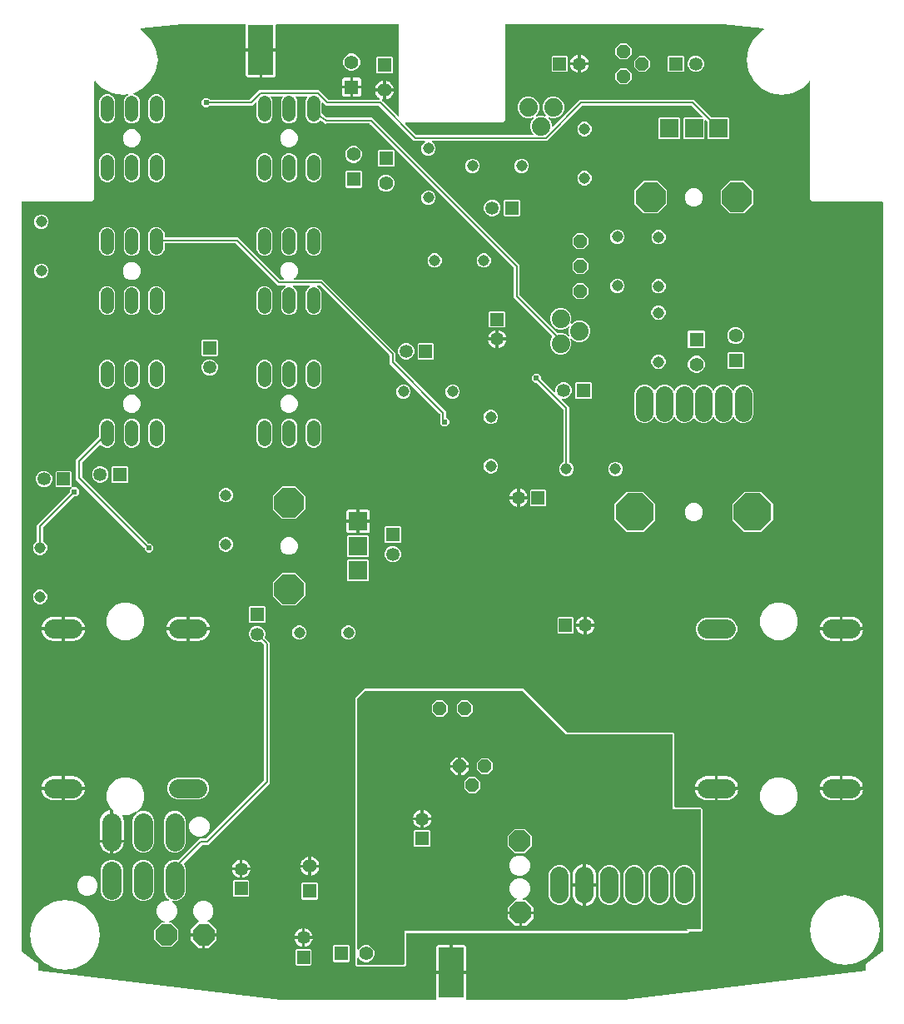
<source format=gbr>
G04 EAGLE Gerber X2 export*
%TF.Part,Single*%
%TF.FileFunction,Copper,L2,Bot,Mixed*%
%TF.FilePolarity,Positive*%
%TF.GenerationSoftware,Autodesk,EAGLE,9.2.2*%
%TF.CreationDate,2019-01-08T22:45:00Z*%
G75*
%MOMM*%
%FSLAX34Y34*%
%LPD*%
%INBottom Copper*%
%AMOC8*
5,1,8,0,0,1.08239X$1,22.5*%
G01*
%ADD10C,1.143000*%
%ADD11R,1.350000X1.350000*%
%ADD12C,1.350000*%
%ADD13C,1.408000*%
%ADD14R,1.408000X1.408000*%
%ADD15C,1.320800*%
%ADD16C,1.950000*%
%ADD17P,1.429621X8X202.500000*%
%ADD18P,2.336880X8X112.500000*%
%ADD19C,1.879600*%
%ADD20P,1.429621X8X292.500000*%
%ADD21P,1.429621X8X112.500000*%
%ADD22R,1.879600X1.879600*%
%ADD23P,3.247170X8X112.500000*%
%ADD24P,3.247170X8X22.500000*%
%ADD25P,2.336880X8X22.500000*%
%ADD26P,2.336880X8X202.500000*%
%ADD27C,1.800000*%
%ADD28P,4.123906X8X22.500000*%
%ADD29C,1.879600*%
%ADD30R,2.540000X5.080000*%
%ADD31C,0.203200*%
%ADD32C,0.604800*%

G36*
X458498Y4016D02*
X458498Y4016D01*
X458593Y4025D01*
X458619Y4036D01*
X458647Y4040D01*
X458731Y4085D01*
X458818Y4123D01*
X458839Y4142D01*
X458864Y4156D01*
X458930Y4225D01*
X459000Y4289D01*
X459014Y4313D01*
X459034Y4334D01*
X459074Y4420D01*
X459120Y4504D01*
X459125Y4531D01*
X459137Y4557D01*
X459148Y4652D01*
X459165Y4745D01*
X459161Y4773D01*
X459164Y4801D01*
X459144Y4895D01*
X459131Y4989D01*
X459116Y5021D01*
X459112Y5042D01*
X459095Y5070D01*
X459063Y5143D01*
X458932Y5369D01*
X458759Y6016D01*
X458759Y30227D01*
X473238Y30227D01*
X473258Y30230D01*
X473277Y30228D01*
X473379Y30250D01*
X473481Y30267D01*
X473498Y30276D01*
X473518Y30280D01*
X473607Y30333D01*
X473698Y30382D01*
X473712Y30396D01*
X473729Y30406D01*
X473796Y30485D01*
X473867Y30560D01*
X473876Y30578D01*
X473889Y30593D01*
X473928Y30689D01*
X473971Y30783D01*
X473973Y30803D01*
X473981Y30821D01*
X473999Y30988D01*
X473999Y31751D01*
X474001Y31751D01*
X474001Y30988D01*
X474004Y30968D01*
X474002Y30949D01*
X474024Y30847D01*
X474041Y30745D01*
X474050Y30728D01*
X474054Y30708D01*
X474107Y30619D01*
X474156Y30528D01*
X474170Y30514D01*
X474180Y30497D01*
X474259Y30430D01*
X474334Y30359D01*
X474352Y30350D01*
X474367Y30337D01*
X474463Y30298D01*
X474557Y30255D01*
X474577Y30253D01*
X474595Y30245D01*
X474762Y30227D01*
X489241Y30227D01*
X489241Y6016D01*
X489068Y5369D01*
X488937Y5143D01*
X488903Y5053D01*
X488863Y4967D01*
X488860Y4939D01*
X488850Y4913D01*
X488846Y4817D01*
X488836Y4723D01*
X488842Y4695D01*
X488841Y4667D01*
X488868Y4575D01*
X488888Y4482D01*
X488902Y4458D01*
X488910Y4431D01*
X488965Y4353D01*
X489014Y4271D01*
X489036Y4253D01*
X489052Y4230D01*
X489129Y4173D01*
X489201Y4111D01*
X489227Y4101D01*
X489250Y4084D01*
X489341Y4055D01*
X489429Y4019D01*
X489464Y4015D01*
X489484Y4009D01*
X489517Y4009D01*
X489596Y4001D01*
X649715Y4001D01*
X649745Y4006D01*
X649806Y4006D01*
X895329Y33469D01*
X895422Y33496D01*
X895518Y33517D01*
X895540Y33530D01*
X895565Y33537D01*
X895645Y33593D01*
X895729Y33643D01*
X895746Y33663D01*
X895767Y33677D01*
X895825Y33756D01*
X895889Y33830D01*
X895899Y33854D01*
X895914Y33875D01*
X895944Y33967D01*
X895981Y34058D01*
X895984Y34090D01*
X895990Y34109D01*
X895990Y34142D01*
X895999Y34225D01*
X895999Y37399D01*
X895995Y37424D01*
X895998Y37449D01*
X895975Y37545D01*
X895960Y37642D01*
X895948Y37664D01*
X895942Y37688D01*
X895862Y37835D01*
X895772Y37963D01*
X895988Y39185D01*
X895988Y39216D01*
X895999Y39317D01*
X895999Y40557D01*
X896110Y40667D01*
X896124Y40688D01*
X896144Y40704D01*
X896196Y40788D01*
X896253Y40867D01*
X896261Y40891D01*
X896274Y40913D01*
X896321Y41074D01*
X896348Y41227D01*
X897364Y41938D01*
X897387Y41960D01*
X897466Y42024D01*
X898343Y42901D01*
X898499Y42901D01*
X898524Y42905D01*
X898549Y42902D01*
X898645Y42925D01*
X898742Y42940D01*
X898764Y42952D01*
X898788Y42958D01*
X898935Y43038D01*
X912675Y52656D01*
X912699Y52680D01*
X912729Y52698D01*
X912787Y52765D01*
X912851Y52827D01*
X912866Y52858D01*
X912889Y52884D01*
X912922Y52967D01*
X912963Y53046D01*
X912968Y53080D01*
X912981Y53113D01*
X912999Y53279D01*
X912999Y815238D01*
X912996Y815258D01*
X912998Y815277D01*
X912976Y815379D01*
X912960Y815481D01*
X912950Y815498D01*
X912946Y815518D01*
X912893Y815607D01*
X912844Y815698D01*
X912830Y815712D01*
X912820Y815729D01*
X912741Y815796D01*
X912666Y815868D01*
X912648Y815876D01*
X912633Y815889D01*
X912537Y815928D01*
X912443Y815971D01*
X912423Y815973D01*
X912405Y815981D01*
X912238Y815999D01*
X841343Y815999D01*
X838999Y818343D01*
X838999Y937503D01*
X838988Y937574D01*
X838986Y937646D01*
X838968Y937695D01*
X838960Y937746D01*
X838926Y937809D01*
X838901Y937877D01*
X838869Y937917D01*
X838844Y937964D01*
X838792Y938013D01*
X838748Y938069D01*
X838704Y938097D01*
X838666Y938133D01*
X838601Y938163D01*
X838541Y938202D01*
X838490Y938215D01*
X838443Y938237D01*
X838372Y938244D01*
X838302Y938262D01*
X838250Y938258D01*
X838199Y938264D01*
X838128Y938248D01*
X838057Y938243D01*
X838009Y938222D01*
X837958Y938211D01*
X837897Y938175D01*
X837831Y938146D01*
X837775Y938102D01*
X837747Y938085D01*
X837732Y938067D01*
X837700Y938042D01*
X830897Y931238D01*
X820986Y926189D01*
X810000Y924449D01*
X799014Y926189D01*
X789103Y931238D01*
X781238Y939103D01*
X776189Y949014D01*
X774449Y960000D01*
X776189Y970986D01*
X781238Y980897D01*
X789103Y988762D01*
X791702Y990085D01*
X791724Y990101D01*
X791749Y990112D01*
X791822Y990174D01*
X791900Y990231D01*
X791916Y990253D01*
X791936Y990271D01*
X791986Y990353D01*
X792041Y990432D01*
X792049Y990458D01*
X792063Y990481D01*
X792084Y990576D01*
X792111Y990668D01*
X792110Y990695D01*
X792116Y990722D01*
X792106Y990818D01*
X792102Y990914D01*
X792093Y990939D01*
X792090Y990966D01*
X792050Y991054D01*
X792016Y991144D01*
X791998Y991165D01*
X791987Y991190D01*
X791921Y991260D01*
X791860Y991334D01*
X791837Y991349D01*
X791818Y991369D01*
X791733Y991414D01*
X791652Y991465D01*
X791625Y991472D01*
X791601Y991484D01*
X791437Y991521D01*
X749826Y995995D01*
X749798Y995993D01*
X749745Y995999D01*
X529762Y995999D01*
X529742Y995996D01*
X529723Y995998D01*
X529621Y995976D01*
X529519Y995960D01*
X529502Y995950D01*
X529482Y995946D01*
X529393Y995893D01*
X529302Y995844D01*
X529288Y995830D01*
X529271Y995820D01*
X529204Y995741D01*
X529132Y995666D01*
X529124Y995648D01*
X529111Y995633D01*
X529072Y995537D01*
X529029Y995443D01*
X529027Y995423D01*
X529019Y995405D01*
X529001Y995238D01*
X529001Y898343D01*
X526657Y895999D01*
X428056Y895999D01*
X427986Y895988D01*
X427914Y895986D01*
X427865Y895968D01*
X427814Y895960D01*
X427750Y895926D01*
X427683Y895901D01*
X427642Y895869D01*
X427596Y895844D01*
X427547Y895792D01*
X427491Y895748D01*
X427463Y895704D01*
X427427Y895666D01*
X427397Y895601D01*
X427358Y895541D01*
X427345Y895490D01*
X427323Y895443D01*
X427315Y895372D01*
X427298Y895302D01*
X427302Y895250D01*
X427296Y895199D01*
X427311Y895128D01*
X427317Y895057D01*
X427337Y895009D01*
X427348Y894958D01*
X427385Y894897D01*
X427413Y894831D01*
X427458Y894775D01*
X427475Y894747D01*
X427492Y894732D01*
X427518Y894700D01*
X438614Y883604D01*
X438688Y883551D01*
X438758Y883491D01*
X438788Y883479D01*
X438814Y883460D01*
X438901Y883433D01*
X438986Y883399D01*
X439027Y883395D01*
X439049Y883388D01*
X439081Y883389D01*
X439152Y883381D01*
X556754Y883381D01*
X556825Y883392D01*
X556897Y883394D01*
X556946Y883412D01*
X556997Y883420D01*
X557060Y883454D01*
X557128Y883479D01*
X557168Y883511D01*
X557215Y883536D01*
X557264Y883588D01*
X557320Y883632D01*
X557348Y883676D01*
X557384Y883714D01*
X557414Y883779D01*
X557453Y883839D01*
X557466Y883890D01*
X557488Y883937D01*
X557495Y884008D01*
X557513Y884078D01*
X557509Y884130D01*
X557515Y884181D01*
X557499Y884252D01*
X557494Y884323D01*
X557473Y884371D01*
X557462Y884422D01*
X557426Y884483D01*
X557397Y884549D01*
X557353Y884605D01*
X557336Y884633D01*
X557318Y884648D01*
X557293Y884680D01*
X555890Y886083D01*
X554227Y890097D01*
X554227Y894443D01*
X555890Y898457D01*
X557392Y899959D01*
X557449Y900038D01*
X557511Y900113D01*
X557520Y900138D01*
X557536Y900159D01*
X557564Y900252D01*
X557599Y900343D01*
X557600Y900369D01*
X557608Y900394D01*
X557606Y900491D01*
X557610Y900589D01*
X557602Y900614D01*
X557602Y900640D01*
X557568Y900731D01*
X557541Y900825D01*
X557526Y900846D01*
X557517Y900871D01*
X557456Y900947D01*
X557401Y901027D01*
X557380Y901043D01*
X557364Y901063D01*
X557282Y901116D01*
X557203Y901174D01*
X557179Y901182D01*
X557157Y901196D01*
X557062Y901220D01*
X556970Y901250D01*
X556943Y901250D01*
X556918Y901256D01*
X556821Y901248D01*
X556724Y901248D01*
X556692Y901238D01*
X556673Y901237D01*
X556643Y901224D01*
X556563Y901201D01*
X554623Y900397D01*
X550277Y900397D01*
X546263Y902060D01*
X543190Y905133D01*
X541527Y909147D01*
X541527Y913493D01*
X543190Y917507D01*
X546263Y920580D01*
X550277Y922243D01*
X554623Y922243D01*
X558637Y920580D01*
X561710Y917507D01*
X563373Y913493D01*
X563373Y909147D01*
X561710Y905133D01*
X560208Y903631D01*
X560151Y903552D01*
X560089Y903477D01*
X560080Y903452D01*
X560064Y903431D01*
X560036Y903338D01*
X560001Y903247D01*
X560000Y903221D01*
X559992Y903196D01*
X559994Y903099D01*
X559990Y903001D01*
X559998Y902976D01*
X559998Y902950D01*
X560032Y902859D01*
X560059Y902765D01*
X560074Y902744D01*
X560083Y902719D01*
X560144Y902643D01*
X560199Y902563D01*
X560220Y902547D01*
X560236Y902527D01*
X560318Y902474D01*
X560397Y902416D01*
X560421Y902408D01*
X560443Y902394D01*
X560538Y902370D01*
X560630Y902340D01*
X560657Y902340D01*
X560682Y902334D01*
X560779Y902342D01*
X560876Y902342D01*
X560908Y902352D01*
X560927Y902353D01*
X560957Y902366D01*
X561037Y902389D01*
X562977Y903193D01*
X567323Y903193D01*
X569263Y902389D01*
X569357Y902367D01*
X569450Y902338D01*
X569477Y902339D01*
X569502Y902333D01*
X569599Y902342D01*
X569696Y902345D01*
X569721Y902354D01*
X569747Y902356D01*
X569836Y902396D01*
X569927Y902429D01*
X569948Y902446D01*
X569972Y902456D01*
X570043Y902522D01*
X570119Y902583D01*
X570133Y902605D01*
X570153Y902623D01*
X570200Y902708D01*
X570252Y902790D01*
X570259Y902815D01*
X570271Y902838D01*
X570289Y902934D01*
X570312Y903028D01*
X570310Y903054D01*
X570315Y903080D01*
X570301Y903177D01*
X570293Y903274D01*
X570283Y903298D01*
X570279Y903323D01*
X570235Y903410D01*
X570197Y903500D01*
X570177Y903525D01*
X570168Y903543D01*
X570144Y903566D01*
X570092Y903631D01*
X568590Y905133D01*
X566927Y909147D01*
X566927Y913493D01*
X568590Y917507D01*
X571663Y920580D01*
X575677Y922243D01*
X580023Y922243D01*
X584037Y920580D01*
X587110Y917507D01*
X588773Y913493D01*
X588773Y909147D01*
X587110Y905133D01*
X584037Y902060D01*
X580023Y900397D01*
X575677Y900397D01*
X573737Y901201D01*
X573643Y901223D01*
X573550Y901252D01*
X573523Y901251D01*
X573498Y901257D01*
X573401Y901248D01*
X573304Y901245D01*
X573279Y901236D01*
X573253Y901234D01*
X573164Y901194D01*
X573073Y901161D01*
X573052Y901144D01*
X573028Y901134D01*
X572957Y901068D01*
X572881Y901007D01*
X572867Y900985D01*
X572847Y900967D01*
X572800Y900882D01*
X572748Y900800D01*
X572741Y900775D01*
X572729Y900752D01*
X572711Y900656D01*
X572688Y900562D01*
X572690Y900536D01*
X572685Y900510D01*
X572699Y900413D01*
X572707Y900316D01*
X572717Y900292D01*
X572721Y900267D01*
X572765Y900180D01*
X572803Y900090D01*
X572823Y900065D01*
X572832Y900047D01*
X572856Y900024D01*
X572908Y899959D01*
X574410Y898457D01*
X576073Y894443D01*
X576073Y892459D01*
X576084Y892388D01*
X576086Y892317D01*
X576104Y892268D01*
X576112Y892216D01*
X576146Y892153D01*
X576171Y892086D01*
X576203Y892045D01*
X576228Y891999D01*
X576280Y891950D01*
X576324Y891894D01*
X576368Y891866D01*
X576406Y891830D01*
X576471Y891799D01*
X576531Y891761D01*
X576582Y891748D01*
X576629Y891726D01*
X576700Y891718D01*
X576770Y891701D01*
X576822Y891705D01*
X576873Y891699D01*
X576944Y891714D01*
X577015Y891720D01*
X577063Y891740D01*
X577114Y891751D01*
X577175Y891788D01*
X577241Y891816D01*
X577297Y891861D01*
X577325Y891877D01*
X577340Y891895D01*
X577372Y891921D01*
X604800Y919349D01*
X720763Y919349D01*
X738966Y901146D01*
X739040Y901093D01*
X739109Y901033D01*
X739139Y901021D01*
X739166Y901002D01*
X739253Y900975D01*
X739337Y900941D01*
X739378Y900937D01*
X739401Y900930D01*
X739433Y900931D01*
X739504Y900923D01*
X755830Y900923D01*
X756723Y900030D01*
X756723Y879970D01*
X755830Y879077D01*
X735770Y879077D01*
X734877Y879970D01*
X734877Y896296D01*
X734863Y896386D01*
X734855Y896477D01*
X734843Y896507D01*
X734838Y896539D01*
X734795Y896619D01*
X734759Y896703D01*
X734733Y896735D01*
X734722Y896756D01*
X734699Y896778D01*
X734654Y896834D01*
X733022Y898466D01*
X732964Y898508D01*
X732912Y898557D01*
X732865Y898579D01*
X732823Y898610D01*
X732754Y898631D01*
X732689Y898661D01*
X732637Y898667D01*
X732587Y898682D01*
X732516Y898680D01*
X732445Y898688D01*
X732394Y898677D01*
X732342Y898676D01*
X732274Y898651D01*
X732204Y898636D01*
X732160Y898609D01*
X732111Y898591D01*
X732055Y898546D01*
X731993Y898510D01*
X731959Y898470D01*
X731919Y898438D01*
X731880Y898377D01*
X731833Y898323D01*
X731814Y898274D01*
X731786Y898231D01*
X731768Y898161D01*
X731741Y898095D01*
X731733Y898023D01*
X731725Y897992D01*
X731727Y897969D01*
X731723Y897928D01*
X731723Y879970D01*
X730830Y879077D01*
X710770Y879077D01*
X709877Y879970D01*
X709877Y900030D01*
X710770Y900923D01*
X728728Y900923D01*
X728799Y900934D01*
X728870Y900936D01*
X728919Y900954D01*
X728971Y900962D01*
X729034Y900996D01*
X729101Y901021D01*
X729142Y901053D01*
X729188Y901078D01*
X729237Y901130D01*
X729293Y901174D01*
X729322Y901218D01*
X729357Y901256D01*
X729388Y901321D01*
X729426Y901381D01*
X729439Y901432D01*
X729461Y901479D01*
X729469Y901550D01*
X729486Y901620D01*
X729482Y901672D01*
X729488Y901723D01*
X729473Y901794D01*
X729467Y901865D01*
X729447Y901913D01*
X729436Y901964D01*
X729399Y902025D01*
X729371Y902091D01*
X729326Y902147D01*
X729310Y902175D01*
X729292Y902190D01*
X729266Y902222D01*
X718460Y913028D01*
X718386Y913081D01*
X718317Y913141D01*
X718287Y913153D01*
X718260Y913172D01*
X718173Y913199D01*
X718089Y913233D01*
X718048Y913237D01*
X718025Y913244D01*
X717993Y913243D01*
X717922Y913251D01*
X607641Y913251D01*
X607551Y913237D01*
X607460Y913229D01*
X607430Y913217D01*
X607398Y913212D01*
X607318Y913169D01*
X607234Y913133D01*
X607202Y913107D01*
X607181Y913096D01*
X607159Y913073D01*
X607103Y913028D01*
X573367Y879292D01*
X571358Y877283D01*
X454926Y877283D01*
X454829Y877268D01*
X454733Y877258D01*
X454709Y877248D01*
X454683Y877244D01*
X454597Y877198D01*
X454508Y877158D01*
X454489Y877141D01*
X454465Y877128D01*
X454398Y877058D01*
X454327Y876992D01*
X454314Y876969D01*
X454296Y876950D01*
X454255Y876862D01*
X454208Y876776D01*
X454204Y876751D01*
X454192Y876727D01*
X454182Y876630D01*
X454164Y876534D01*
X454168Y876508D01*
X454165Y876483D01*
X454186Y876387D01*
X454200Y876291D01*
X454212Y876268D01*
X454218Y876242D01*
X454268Y876159D01*
X454312Y876072D01*
X454330Y876053D01*
X454344Y876031D01*
X454418Y875968D01*
X454487Y875900D01*
X454516Y875884D01*
X454531Y875871D01*
X454561Y875859D01*
X454634Y875819D01*
X454951Y875688D01*
X456988Y873651D01*
X458090Y870990D01*
X458090Y868110D01*
X456988Y865449D01*
X454951Y863412D01*
X452290Y862310D01*
X449410Y862310D01*
X446749Y863412D01*
X444712Y865449D01*
X443610Y868110D01*
X443610Y870990D01*
X444712Y873651D01*
X446749Y875688D01*
X447066Y875819D01*
X447149Y875870D01*
X447235Y875916D01*
X447252Y875935D01*
X447275Y875948D01*
X447337Y876023D01*
X447404Y876094D01*
X447415Y876118D01*
X447432Y876138D01*
X447466Y876229D01*
X447508Y876317D01*
X447510Y876343D01*
X447520Y876367D01*
X447524Y876465D01*
X447535Y876561D01*
X447529Y876587D01*
X447530Y876613D01*
X447503Y876707D01*
X447482Y876802D01*
X447469Y876824D01*
X447462Y876849D01*
X447406Y876929D01*
X447356Y877013D01*
X447336Y877030D01*
X447321Y877051D01*
X447243Y877110D01*
X447169Y877173D01*
X447145Y877183D01*
X447124Y877198D01*
X447032Y877228D01*
X446941Y877265D01*
X446909Y877268D01*
X446890Y877274D01*
X446857Y877274D01*
X446774Y877283D01*
X436311Y877283D01*
X434303Y879292D01*
X400566Y913028D01*
X400492Y913081D01*
X400423Y913141D01*
X400393Y913153D01*
X400367Y913172D01*
X400280Y913199D01*
X400195Y913233D01*
X400154Y913237D01*
X400132Y913244D01*
X400099Y913243D01*
X400028Y913251D01*
X346573Y913251D01*
X343628Y916196D01*
X343570Y916238D01*
X343518Y916287D01*
X343471Y916309D01*
X343429Y916339D01*
X343360Y916360D01*
X343295Y916391D01*
X343243Y916396D01*
X343193Y916412D01*
X343122Y916410D01*
X343051Y916418D01*
X343000Y916407D01*
X342948Y916405D01*
X342880Y916381D01*
X342810Y916365D01*
X342765Y916339D01*
X342717Y916321D01*
X342661Y916276D01*
X342599Y916239D01*
X342565Y916200D01*
X342525Y916167D01*
X342486Y916107D01*
X342439Y916052D01*
X342420Y916004D01*
X342392Y915960D01*
X342374Y915891D01*
X342347Y915824D01*
X342339Y915753D01*
X342331Y915722D01*
X342333Y915698D01*
X342329Y915658D01*
X342329Y905376D01*
X342332Y905354D01*
X342330Y905331D01*
X342352Y905233D01*
X342368Y905134D01*
X342379Y905113D01*
X342384Y905091D01*
X342437Y905005D01*
X342484Y904916D01*
X342500Y904900D01*
X342512Y904881D01*
X342635Y904766D01*
X347393Y901216D01*
X347426Y901199D01*
X347454Y901175D01*
X347535Y901143D01*
X347612Y901103D01*
X347648Y901097D01*
X347682Y901083D01*
X347849Y901065D01*
X393567Y901065D01*
X543561Y751071D01*
X543561Y720906D01*
X543575Y720816D01*
X543583Y720725D01*
X543595Y720695D01*
X543600Y720663D01*
X543643Y720583D01*
X543679Y720499D01*
X543705Y720467D01*
X543716Y720446D01*
X543739Y720424D01*
X543784Y720368D01*
X582023Y682129D01*
X582117Y682061D01*
X582211Y681991D01*
X582217Y681989D01*
X582222Y681985D01*
X582333Y681951D01*
X582445Y681915D01*
X582451Y681915D01*
X582457Y681913D01*
X582574Y681916D01*
X582691Y681917D01*
X582698Y681919D01*
X582703Y681919D01*
X582721Y681926D01*
X582852Y681964D01*
X583187Y682103D01*
X587533Y682103D01*
X591547Y680440D01*
X593049Y678938D01*
X593128Y678881D01*
X593203Y678819D01*
X593228Y678810D01*
X593249Y678794D01*
X593342Y678766D01*
X593433Y678731D01*
X593459Y678730D01*
X593484Y678722D01*
X593581Y678724D01*
X593679Y678720D01*
X593704Y678728D01*
X593730Y678728D01*
X593821Y678762D01*
X593915Y678789D01*
X593936Y678804D01*
X593961Y678813D01*
X594037Y678874D01*
X594117Y678929D01*
X594133Y678950D01*
X594153Y678966D01*
X594206Y679048D01*
X594264Y679127D01*
X594272Y679151D01*
X594286Y679173D01*
X594310Y679268D01*
X594340Y679360D01*
X594340Y679387D01*
X594346Y679412D01*
X594338Y679509D01*
X594338Y679606D01*
X594328Y679638D01*
X594327Y679657D01*
X594314Y679687D01*
X594291Y679767D01*
X593487Y681707D01*
X593487Y686053D01*
X594291Y687993D01*
X594313Y688087D01*
X594342Y688180D01*
X594341Y688207D01*
X594347Y688232D01*
X594338Y688329D01*
X594335Y688426D01*
X594326Y688451D01*
X594324Y688477D01*
X594284Y688566D01*
X594251Y688657D01*
X594234Y688678D01*
X594224Y688702D01*
X594158Y688773D01*
X594097Y688849D01*
X594075Y688863D01*
X594057Y688883D01*
X593972Y688930D01*
X593890Y688982D01*
X593865Y688989D01*
X593842Y689001D01*
X593746Y689019D01*
X593652Y689042D01*
X593626Y689040D01*
X593600Y689045D01*
X593503Y689031D01*
X593406Y689023D01*
X593382Y689013D01*
X593357Y689009D01*
X593270Y688965D01*
X593180Y688927D01*
X593155Y688907D01*
X593137Y688898D01*
X593114Y688874D01*
X593049Y688822D01*
X591547Y687320D01*
X587533Y685657D01*
X583187Y685657D01*
X579173Y687320D01*
X576100Y690393D01*
X574437Y694407D01*
X574437Y698753D01*
X576100Y702767D01*
X579173Y705840D01*
X583187Y707503D01*
X587533Y707503D01*
X591547Y705840D01*
X594620Y702767D01*
X596283Y698753D01*
X596283Y694407D01*
X595479Y692467D01*
X595457Y692373D01*
X595428Y692280D01*
X595429Y692253D01*
X595423Y692228D01*
X595432Y692131D01*
X595435Y692034D01*
X595444Y692009D01*
X595446Y691983D01*
X595486Y691894D01*
X595519Y691803D01*
X595536Y691782D01*
X595546Y691758D01*
X595612Y691687D01*
X595673Y691611D01*
X595695Y691597D01*
X595713Y691577D01*
X595798Y691530D01*
X595880Y691478D01*
X595905Y691471D01*
X595928Y691459D01*
X596024Y691441D01*
X596118Y691418D01*
X596144Y691420D01*
X596170Y691415D01*
X596267Y691429D01*
X596364Y691437D01*
X596388Y691447D01*
X596413Y691451D01*
X596500Y691495D01*
X596590Y691533D01*
X596615Y691553D01*
X596633Y691562D01*
X596656Y691586D01*
X596721Y691638D01*
X598223Y693140D01*
X602237Y694803D01*
X606583Y694803D01*
X610597Y693140D01*
X613670Y690067D01*
X615333Y686053D01*
X615333Y681707D01*
X613670Y677693D01*
X610597Y674620D01*
X606583Y672957D01*
X602237Y672957D01*
X598223Y674620D01*
X596721Y676122D01*
X596642Y676179D01*
X596567Y676241D01*
X596542Y676250D01*
X596521Y676266D01*
X596428Y676294D01*
X596337Y676329D01*
X596311Y676330D01*
X596286Y676338D01*
X596189Y676336D01*
X596091Y676340D01*
X596066Y676332D01*
X596040Y676332D01*
X595949Y676298D01*
X595855Y676271D01*
X595834Y676256D01*
X595809Y676247D01*
X595733Y676186D01*
X595653Y676131D01*
X595637Y676110D01*
X595617Y676094D01*
X595564Y676012D01*
X595506Y675933D01*
X595498Y675909D01*
X595484Y675887D01*
X595460Y675792D01*
X595430Y675700D01*
X595430Y675673D01*
X595424Y675648D01*
X595432Y675551D01*
X595432Y675454D01*
X595442Y675422D01*
X595443Y675403D01*
X595456Y675373D01*
X595479Y675293D01*
X596283Y673353D01*
X596283Y669007D01*
X594620Y664993D01*
X591547Y661920D01*
X587533Y660257D01*
X583187Y660257D01*
X579173Y661920D01*
X576100Y664993D01*
X574437Y669007D01*
X574437Y673353D01*
X576100Y677367D01*
X576592Y677859D01*
X576604Y677876D01*
X576620Y677888D01*
X576676Y677975D01*
X576736Y678059D01*
X576742Y678078D01*
X576753Y678095D01*
X576778Y678196D01*
X576808Y678294D01*
X576808Y678314D01*
X576813Y678334D01*
X576805Y678437D01*
X576802Y678540D01*
X576795Y678559D01*
X576794Y678579D01*
X576753Y678673D01*
X576717Y678771D01*
X576705Y678787D01*
X576697Y678805D01*
X576592Y678936D01*
X537463Y718065D01*
X537463Y748230D01*
X537449Y748320D01*
X537441Y748411D01*
X537429Y748441D01*
X537424Y748473D01*
X537381Y748553D01*
X537345Y748637D01*
X537319Y748669D01*
X537308Y748690D01*
X537285Y748712D01*
X537240Y748768D01*
X391264Y894744D01*
X391190Y894797D01*
X391121Y894857D01*
X391091Y894869D01*
X391064Y894888D01*
X390977Y894915D01*
X390893Y894949D01*
X390852Y894953D01*
X390829Y894960D01*
X390797Y894959D01*
X390726Y894967D01*
X346860Y894967D01*
X346827Y894962D01*
X346750Y894959D01*
X345773Y894817D01*
X345742Y894833D01*
X345714Y894857D01*
X345633Y894889D01*
X345556Y894929D01*
X345520Y894935D01*
X345486Y894949D01*
X345321Y894967D01*
X344623Y895665D01*
X344596Y895685D01*
X344540Y895737D01*
X341343Y898122D01*
X341265Y898163D01*
X341191Y898210D01*
X341157Y898219D01*
X341125Y898235D01*
X341038Y898249D01*
X340952Y898270D01*
X340917Y898268D01*
X340882Y898273D01*
X340795Y898258D01*
X340707Y898251D01*
X340675Y898238D01*
X340640Y898231D01*
X340562Y898190D01*
X340481Y898155D01*
X340445Y898127D01*
X340423Y898115D01*
X340402Y898092D01*
X340350Y898050D01*
X338805Y896505D01*
X335817Y895267D01*
X332583Y895267D01*
X329595Y896505D01*
X327309Y898791D01*
X326071Y901779D01*
X326071Y918221D01*
X327309Y921209D01*
X327500Y921400D01*
X327542Y921458D01*
X327591Y921510D01*
X327613Y921557D01*
X327644Y921599D01*
X327665Y921668D01*
X327695Y921733D01*
X327701Y921785D01*
X327716Y921835D01*
X327714Y921906D01*
X327722Y921977D01*
X327711Y922028D01*
X327710Y922080D01*
X327685Y922148D01*
X327670Y922218D01*
X327643Y922263D01*
X327625Y922311D01*
X327580Y922367D01*
X327543Y922429D01*
X327504Y922463D01*
X327471Y922503D01*
X327411Y922542D01*
X327357Y922589D01*
X327308Y922608D01*
X327264Y922636D01*
X327195Y922654D01*
X327128Y922681D01*
X327057Y922689D01*
X327026Y922697D01*
X327003Y922695D01*
X326962Y922699D01*
X316438Y922699D01*
X316368Y922688D01*
X316296Y922686D01*
X316247Y922668D01*
X316196Y922660D01*
X316132Y922626D01*
X316065Y922601D01*
X316024Y922569D01*
X315978Y922544D01*
X315929Y922493D01*
X315873Y922448D01*
X315845Y922404D01*
X315809Y922366D01*
X315779Y922301D01*
X315740Y922241D01*
X315727Y922190D01*
X315705Y922143D01*
X315697Y922072D01*
X315680Y922002D01*
X315684Y921950D01*
X315678Y921899D01*
X315693Y921828D01*
X315699Y921757D01*
X315719Y921709D01*
X315730Y921658D01*
X315767Y921597D01*
X315795Y921531D01*
X315840Y921475D01*
X315857Y921447D01*
X315874Y921432D01*
X315900Y921400D01*
X316091Y921209D01*
X317329Y918221D01*
X317329Y901779D01*
X316091Y898791D01*
X313805Y896505D01*
X310817Y895267D01*
X307583Y895267D01*
X304595Y896505D01*
X302309Y898791D01*
X301071Y901779D01*
X301071Y918221D01*
X302309Y921209D01*
X302500Y921400D01*
X302542Y921458D01*
X302591Y921510D01*
X302613Y921557D01*
X302644Y921599D01*
X302665Y921668D01*
X302695Y921733D01*
X302701Y921785D01*
X302716Y921835D01*
X302714Y921906D01*
X302722Y921977D01*
X302711Y922028D01*
X302710Y922080D01*
X302685Y922148D01*
X302670Y922218D01*
X302643Y922263D01*
X302625Y922311D01*
X302580Y922367D01*
X302543Y922429D01*
X302504Y922463D01*
X302471Y922503D01*
X302411Y922542D01*
X302357Y922589D01*
X302308Y922608D01*
X302264Y922636D01*
X302195Y922654D01*
X302128Y922681D01*
X302057Y922689D01*
X302026Y922697D01*
X302003Y922695D01*
X301962Y922699D01*
X291438Y922699D01*
X291368Y922688D01*
X291296Y922686D01*
X291247Y922668D01*
X291196Y922660D01*
X291132Y922626D01*
X291065Y922601D01*
X291024Y922569D01*
X290978Y922544D01*
X290929Y922493D01*
X290873Y922448D01*
X290845Y922404D01*
X290809Y922366D01*
X290779Y922301D01*
X290740Y922241D01*
X290727Y922190D01*
X290705Y922143D01*
X290697Y922072D01*
X290680Y922002D01*
X290684Y921950D01*
X290678Y921899D01*
X290693Y921828D01*
X290699Y921757D01*
X290719Y921709D01*
X290730Y921658D01*
X290767Y921597D01*
X290795Y921531D01*
X290840Y921475D01*
X290857Y921447D01*
X290874Y921432D01*
X290900Y921400D01*
X291091Y921209D01*
X292329Y918221D01*
X292329Y901779D01*
X291091Y898791D01*
X288805Y896505D01*
X285817Y895267D01*
X282583Y895267D01*
X279595Y896505D01*
X277309Y898791D01*
X276071Y901779D01*
X276071Y915658D01*
X276060Y915728D01*
X276058Y915800D01*
X276040Y915849D01*
X276032Y915900D01*
X275998Y915964D01*
X275973Y916031D01*
X275941Y916072D01*
X275916Y916118D01*
X275864Y916167D01*
X275820Y916223D01*
X275776Y916251D01*
X275738Y916287D01*
X275673Y916317D01*
X275613Y916356D01*
X275562Y916369D01*
X275515Y916391D01*
X275444Y916399D01*
X275374Y916416D01*
X275322Y916412D01*
X275271Y916418D01*
X275200Y916402D01*
X275129Y916397D01*
X275081Y916377D01*
X275030Y916365D01*
X274969Y916329D01*
X274903Y916301D01*
X274847Y916256D01*
X274819Y916239D01*
X274804Y916222D01*
X274772Y916196D01*
X271827Y913251D01*
X228519Y913251D01*
X228429Y913237D01*
X228338Y913229D01*
X228309Y913217D01*
X228277Y913212D01*
X228196Y913169D01*
X228112Y913133D01*
X228080Y913107D01*
X228059Y913096D01*
X228037Y913073D01*
X227981Y913028D01*
X226704Y911751D01*
X222936Y911751D01*
X220271Y914416D01*
X220271Y918184D01*
X222936Y920849D01*
X226704Y920849D01*
X227981Y919572D01*
X228055Y919519D01*
X228125Y919459D01*
X228155Y919447D01*
X228181Y919428D01*
X228268Y919401D01*
X228353Y919367D01*
X228394Y919363D01*
X228416Y919356D01*
X228448Y919357D01*
X228519Y919349D01*
X268986Y919349D01*
X269076Y919363D01*
X269167Y919371D01*
X269197Y919383D01*
X269229Y919388D01*
X269310Y919431D01*
X269394Y919467D01*
X269426Y919493D01*
X269446Y919504D01*
X269469Y919527D01*
X269524Y919572D01*
X278750Y928797D01*
X339650Y928797D01*
X348876Y919572D01*
X348949Y919519D01*
X349019Y919459D01*
X349049Y919447D01*
X349075Y919428D01*
X349162Y919401D01*
X349247Y919367D01*
X349288Y919363D01*
X349310Y919356D01*
X349343Y919357D01*
X349414Y919349D01*
X400787Y919349D01*
X400854Y919360D01*
X400922Y919361D01*
X400974Y919379D01*
X401029Y919388D01*
X401089Y919420D01*
X401153Y919443D01*
X401197Y919477D01*
X401247Y919504D01*
X401294Y919553D01*
X401347Y919595D01*
X401378Y919641D01*
X401416Y919682D01*
X401445Y919743D01*
X401482Y919800D01*
X401496Y919854D01*
X401520Y919905D01*
X401527Y919972D01*
X401545Y920038D01*
X401541Y920094D01*
X401547Y920149D01*
X401533Y920216D01*
X401528Y920283D01*
X401507Y920335D01*
X401495Y920390D01*
X401460Y920448D01*
X401434Y920511D01*
X401397Y920553D01*
X401369Y920601D01*
X401317Y920645D01*
X401272Y920696D01*
X401207Y920739D01*
X401182Y920761D01*
X401162Y920769D01*
X401132Y920788D01*
X401059Y920826D01*
X399838Y921712D01*
X398772Y922778D01*
X397886Y923999D01*
X397201Y925342D01*
X396735Y926777D01*
X396621Y927497D01*
X404557Y927497D01*
X404557Y919553D01*
X404482Y919551D01*
X404367Y919551D01*
X404360Y919548D01*
X404352Y919548D01*
X404243Y919508D01*
X404135Y919471D01*
X404128Y919466D01*
X404121Y919464D01*
X404030Y919391D01*
X403939Y919322D01*
X403935Y919315D01*
X403929Y919310D01*
X403866Y919213D01*
X403802Y919117D01*
X403800Y919110D01*
X403796Y919103D01*
X403768Y918991D01*
X403737Y918880D01*
X403738Y918872D01*
X403736Y918865D01*
X403744Y918750D01*
X403751Y918635D01*
X403754Y918627D01*
X403755Y918619D01*
X403799Y918514D01*
X403843Y918406D01*
X403848Y918400D01*
X403851Y918393D01*
X403956Y918262D01*
X404878Y917340D01*
X419700Y902518D01*
X419758Y902476D01*
X419810Y902427D01*
X419857Y902405D01*
X419899Y902375D01*
X419968Y902353D01*
X420033Y902323D01*
X420085Y902317D01*
X420135Y902302D01*
X420206Y902304D01*
X420277Y902296D01*
X420328Y902307D01*
X420380Y902309D01*
X420448Y902333D01*
X420518Y902348D01*
X420562Y902375D01*
X420611Y902393D01*
X420667Y902438D01*
X420729Y902475D01*
X420763Y902514D01*
X420803Y902547D01*
X420842Y902607D01*
X420889Y902661D01*
X420908Y902710D01*
X420936Y902754D01*
X420954Y902823D01*
X420981Y902890D01*
X420989Y902961D01*
X420997Y902992D01*
X420995Y903015D01*
X420999Y903056D01*
X420999Y995238D01*
X420996Y995258D01*
X420998Y995277D01*
X420976Y995379D01*
X420960Y995481D01*
X420950Y995498D01*
X420946Y995518D01*
X420893Y995607D01*
X420844Y995698D01*
X420830Y995712D01*
X420820Y995729D01*
X420741Y995796D01*
X420666Y995868D01*
X420648Y995876D01*
X420633Y995889D01*
X420537Y995928D01*
X420443Y995971D01*
X420423Y995973D01*
X420405Y995981D01*
X420238Y995999D01*
X296522Y995999D01*
X296502Y995996D01*
X296483Y995998D01*
X296381Y995976D01*
X296279Y995960D01*
X296262Y995950D01*
X296242Y995946D01*
X296153Y995893D01*
X296062Y995844D01*
X296048Y995830D01*
X296031Y995820D01*
X295964Y995741D01*
X295892Y995666D01*
X295884Y995648D01*
X295871Y995633D01*
X295832Y995537D01*
X295789Y995443D01*
X295787Y995423D01*
X295779Y995405D01*
X295761Y995238D01*
X295761Y971523D01*
X281282Y971523D01*
X281262Y971520D01*
X281243Y971522D01*
X281141Y971500D01*
X281039Y971483D01*
X281022Y971474D01*
X281002Y971470D01*
X280913Y971417D01*
X280822Y971368D01*
X280808Y971354D01*
X280791Y971344D01*
X280724Y971265D01*
X280653Y971190D01*
X280644Y971172D01*
X280631Y971157D01*
X280592Y971061D01*
X280549Y970967D01*
X280547Y970947D01*
X280539Y970929D01*
X280521Y970762D01*
X280521Y969999D01*
X280519Y969999D01*
X280519Y970762D01*
X280516Y970782D01*
X280518Y970801D01*
X280496Y970903D01*
X280479Y971005D01*
X280470Y971022D01*
X280466Y971042D01*
X280413Y971131D01*
X280364Y971222D01*
X280350Y971236D01*
X280340Y971253D01*
X280261Y971320D01*
X280186Y971391D01*
X280168Y971400D01*
X280153Y971413D01*
X280057Y971452D01*
X279963Y971495D01*
X279943Y971497D01*
X279925Y971505D01*
X279758Y971523D01*
X265279Y971523D01*
X265279Y995238D01*
X265276Y995258D01*
X265278Y995277D01*
X265256Y995379D01*
X265240Y995481D01*
X265230Y995498D01*
X265226Y995518D01*
X265173Y995607D01*
X265124Y995698D01*
X265110Y995712D01*
X265100Y995729D01*
X265021Y995796D01*
X264946Y995868D01*
X264928Y995876D01*
X264913Y995889D01*
X264817Y995928D01*
X264723Y995971D01*
X264703Y995973D01*
X264685Y995981D01*
X264518Y995999D01*
X200255Y995999D01*
X200228Y995995D01*
X200174Y995995D01*
X158563Y991521D01*
X158536Y991513D01*
X158509Y991513D01*
X158418Y991481D01*
X158325Y991455D01*
X158303Y991440D01*
X158277Y991431D01*
X158202Y991371D01*
X158122Y991317D01*
X158105Y991296D01*
X158084Y991279D01*
X158031Y991199D01*
X157972Y991122D01*
X157964Y991096D01*
X157949Y991074D01*
X157924Y990980D01*
X157893Y990889D01*
X157893Y990862D01*
X157886Y990836D01*
X157893Y990740D01*
X157892Y990643D01*
X157901Y990617D01*
X157903Y990590D01*
X157939Y990501D01*
X157970Y990410D01*
X157986Y990388D01*
X157997Y990363D01*
X158060Y990290D01*
X158118Y990213D01*
X158140Y990198D01*
X158158Y990178D01*
X158298Y990085D01*
X160897Y988762D01*
X168762Y980897D01*
X173811Y970986D01*
X175551Y960000D01*
X173811Y949014D01*
X168762Y939103D01*
X160897Y931238D01*
X150985Y926188D01*
X150951Y926177D01*
X150913Y926173D01*
X150835Y926139D01*
X150753Y926112D01*
X150723Y926089D01*
X150688Y926073D01*
X150625Y926016D01*
X150557Y925964D01*
X150535Y925933D01*
X150507Y925907D01*
X150466Y925832D01*
X150417Y925761D01*
X150407Y925725D01*
X150388Y925691D01*
X150373Y925607D01*
X150350Y925525D01*
X150351Y925487D01*
X150345Y925449D01*
X150357Y925365D01*
X150361Y925279D01*
X150375Y925244D01*
X150380Y925206D01*
X150419Y925130D01*
X150450Y925050D01*
X150475Y925021D01*
X150492Y924987D01*
X150553Y924927D01*
X150608Y924861D01*
X150640Y924841D01*
X150668Y924815D01*
X150815Y924734D01*
X153805Y923495D01*
X156091Y921209D01*
X157329Y918221D01*
X157329Y901779D01*
X156091Y898791D01*
X153805Y896505D01*
X150817Y895267D01*
X147583Y895267D01*
X144595Y896505D01*
X142309Y898791D01*
X141071Y901779D01*
X141071Y918221D01*
X142309Y921209D01*
X144595Y923495D01*
X145226Y923756D01*
X145255Y923774D01*
X145287Y923785D01*
X145358Y923839D01*
X145435Y923886D01*
X145456Y923912D01*
X145484Y923933D01*
X145534Y924006D01*
X145592Y924075D01*
X145604Y924107D01*
X145623Y924135D01*
X145648Y924221D01*
X145680Y924305D01*
X145681Y924339D01*
X145690Y924372D01*
X145686Y924461D01*
X145690Y924551D01*
X145681Y924583D01*
X145679Y924617D01*
X145647Y924701D01*
X145622Y924787D01*
X145602Y924815D01*
X145590Y924847D01*
X145532Y924915D01*
X145481Y924989D01*
X145454Y925009D01*
X145432Y925035D01*
X145356Y925082D01*
X145284Y925136D01*
X145252Y925146D01*
X145223Y925164D01*
X145135Y925184D01*
X145050Y925212D01*
X145016Y925212D01*
X144983Y925219D01*
X144815Y925211D01*
X140000Y924449D01*
X129014Y926189D01*
X119103Y931238D01*
X112300Y938042D01*
X112242Y938084D01*
X112190Y938133D01*
X112143Y938155D01*
X112101Y938185D01*
X112032Y938206D01*
X111967Y938237D01*
X111915Y938242D01*
X111865Y938258D01*
X111794Y938256D01*
X111723Y938264D01*
X111672Y938253D01*
X111620Y938251D01*
X111552Y938227D01*
X111482Y938211D01*
X111437Y938185D01*
X111389Y938167D01*
X111333Y938122D01*
X111271Y938085D01*
X111237Y938046D01*
X111197Y938013D01*
X111158Y937953D01*
X111111Y937898D01*
X111092Y937850D01*
X111064Y937806D01*
X111046Y937737D01*
X111019Y937670D01*
X111011Y937599D01*
X111003Y937568D01*
X111005Y937544D01*
X111001Y937503D01*
X111001Y818343D01*
X108657Y815999D01*
X37763Y815999D01*
X37743Y815996D01*
X37723Y815998D01*
X37622Y815976D01*
X37520Y815960D01*
X37502Y815950D01*
X37483Y815946D01*
X37394Y815893D01*
X37302Y815844D01*
X37289Y815830D01*
X37272Y815820D01*
X37204Y815741D01*
X37133Y815666D01*
X37125Y815648D01*
X37112Y815633D01*
X37073Y815537D01*
X37029Y815443D01*
X37027Y815423D01*
X37020Y815405D01*
X37001Y815238D01*
X37100Y53271D01*
X37106Y53238D01*
X37103Y53205D01*
X37126Y53117D01*
X37140Y53028D01*
X37156Y52999D01*
X37164Y52966D01*
X37213Y52891D01*
X37255Y52811D01*
X37279Y52788D01*
X37298Y52760D01*
X37423Y52649D01*
X51070Y43040D01*
X51094Y43028D01*
X51113Y43011D01*
X51204Y42975D01*
X51291Y42932D01*
X51317Y42929D01*
X51342Y42919D01*
X51508Y42901D01*
X51657Y42901D01*
X52539Y42019D01*
X52565Y42001D01*
X52639Y41935D01*
X53658Y41217D01*
X53684Y41070D01*
X53692Y41046D01*
X53694Y41020D01*
X53732Y40930D01*
X53764Y40838D01*
X53780Y40817D01*
X53791Y40793D01*
X53896Y40662D01*
X54001Y40557D01*
X54001Y39310D01*
X54006Y39279D01*
X54012Y39180D01*
X54225Y37952D01*
X54140Y37830D01*
X54128Y37806D01*
X54111Y37787D01*
X54075Y37696D01*
X54032Y37609D01*
X54029Y37583D01*
X54019Y37558D01*
X54001Y37392D01*
X54001Y34225D01*
X54017Y34128D01*
X54026Y34031D01*
X54036Y34008D01*
X54040Y33982D01*
X54086Y33896D01*
X54126Y33807D01*
X54143Y33787D01*
X54156Y33765D01*
X54226Y33697D01*
X54292Y33626D01*
X54315Y33613D01*
X54334Y33595D01*
X54422Y33554D01*
X54508Y33507D01*
X54539Y33500D01*
X54557Y33492D01*
X54590Y33488D01*
X54671Y33469D01*
X300194Y4006D01*
X300224Y4007D01*
X300285Y4001D01*
X458404Y4001D01*
X458498Y4016D01*
G37*
%LPC*%
G36*
X378112Y37361D02*
X378112Y37361D01*
X376475Y38998D01*
X376475Y310578D01*
X386192Y320295D01*
X547258Y320295D01*
X591485Y276068D01*
X591559Y276015D01*
X591628Y275955D01*
X591658Y275943D01*
X591684Y275924D01*
X591771Y275897D01*
X591856Y275863D01*
X591897Y275859D01*
X591919Y275852D01*
X591952Y275853D01*
X592023Y275845D01*
X699658Y275845D01*
X701295Y274208D01*
X701295Y200406D01*
X701298Y200386D01*
X701296Y200367D01*
X701318Y200265D01*
X701334Y200163D01*
X701344Y200146D01*
X701348Y200126D01*
X701401Y200037D01*
X701450Y199946D01*
X701464Y199932D01*
X701474Y199915D01*
X701553Y199848D01*
X701628Y199776D01*
X701646Y199768D01*
X701661Y199755D01*
X701757Y199716D01*
X701851Y199673D01*
X701871Y199671D01*
X701889Y199663D01*
X702056Y199645D01*
X728308Y199645D01*
X729945Y198008D01*
X729945Y74982D01*
X728308Y73345D01*
X716723Y73345D01*
X716633Y73331D01*
X716542Y73323D01*
X716512Y73311D01*
X716480Y73306D01*
X716400Y73263D01*
X716316Y73227D01*
X716284Y73201D01*
X716263Y73190D01*
X716241Y73167D01*
X716185Y73122D01*
X714868Y71805D01*
X429006Y71805D01*
X428986Y71802D01*
X428967Y71804D01*
X428865Y71782D01*
X428763Y71766D01*
X428746Y71756D01*
X428726Y71752D01*
X428637Y71699D01*
X428546Y71650D01*
X428532Y71636D01*
X428515Y71626D01*
X428448Y71547D01*
X428376Y71472D01*
X428368Y71454D01*
X428355Y71439D01*
X428316Y71343D01*
X428273Y71249D01*
X428271Y71229D01*
X428263Y71211D01*
X428245Y71044D01*
X428245Y38998D01*
X426608Y37361D01*
X378112Y37361D01*
G37*
%LPD*%
G36*
X425470Y39398D02*
X425470Y39398D01*
X425489Y39396D01*
X425591Y39418D01*
X425693Y39434D01*
X425710Y39444D01*
X425730Y39448D01*
X425819Y39501D01*
X425910Y39549D01*
X425924Y39564D01*
X425941Y39574D01*
X426008Y39653D01*
X426080Y39728D01*
X426088Y39746D01*
X426101Y39761D01*
X426140Y39857D01*
X426183Y39951D01*
X426185Y39971D01*
X426193Y39989D01*
X426211Y40156D01*
X426211Y73839D01*
X713710Y73839D01*
X713781Y73850D01*
X713852Y73852D01*
X713901Y73870D01*
X713953Y73879D01*
X714016Y73912D01*
X714083Y73937D01*
X714124Y73969D01*
X714170Y73994D01*
X714219Y74045D01*
X714275Y74090D01*
X714304Y74134D01*
X714340Y74172D01*
X714370Y74237D01*
X714408Y74297D01*
X714421Y74348D01*
X714443Y74395D01*
X714451Y74466D01*
X714469Y74536D01*
X714464Y74588D01*
X714470Y74639D01*
X714455Y74710D01*
X714449Y74781D01*
X714429Y74829D01*
X714418Y74880D01*
X714381Y74941D01*
X714353Y75007D01*
X714308Y75063D01*
X714292Y75091D01*
X714274Y75106D01*
X714248Y75138D01*
X714008Y75379D01*
X727150Y75379D01*
X727170Y75382D01*
X727189Y75380D01*
X727291Y75402D01*
X727393Y75419D01*
X727410Y75428D01*
X727430Y75432D01*
X727519Y75485D01*
X727610Y75534D01*
X727624Y75548D01*
X727641Y75558D01*
X727708Y75637D01*
X727780Y75712D01*
X727788Y75730D01*
X727801Y75745D01*
X727840Y75841D01*
X727883Y75935D01*
X727885Y75955D01*
X727893Y75973D01*
X727911Y76140D01*
X727911Y196850D01*
X727908Y196870D01*
X727910Y196889D01*
X727888Y196991D01*
X727872Y197093D01*
X727862Y197110D01*
X727858Y197130D01*
X727805Y197219D01*
X727756Y197310D01*
X727742Y197324D01*
X727732Y197341D01*
X727653Y197408D01*
X727578Y197480D01*
X727560Y197488D01*
X727545Y197501D01*
X727449Y197540D01*
X727355Y197583D01*
X727335Y197585D01*
X727317Y197593D01*
X727150Y197611D01*
X699261Y197611D01*
X699261Y273050D01*
X699258Y273070D01*
X699260Y273089D01*
X699238Y273191D01*
X699222Y273293D01*
X699212Y273310D01*
X699208Y273330D01*
X699155Y273419D01*
X699106Y273510D01*
X699092Y273524D01*
X699082Y273541D01*
X699003Y273608D01*
X698928Y273680D01*
X698910Y273688D01*
X698895Y273701D01*
X698799Y273740D01*
X698705Y273783D01*
X698685Y273785D01*
X698667Y273793D01*
X698500Y273811D01*
X590865Y273811D01*
X546638Y318038D01*
X546564Y318091D01*
X546495Y318151D01*
X546465Y318163D01*
X546439Y318182D01*
X546352Y318209D01*
X546267Y318243D01*
X546226Y318247D01*
X546203Y318254D01*
X546171Y318253D01*
X546100Y318261D01*
X387350Y318261D01*
X387260Y318247D01*
X387169Y318239D01*
X387139Y318227D01*
X387107Y318222D01*
X387027Y318179D01*
X386943Y318143D01*
X386911Y318117D01*
X386890Y318106D01*
X386868Y318083D01*
X386812Y318038D01*
X378732Y309958D01*
X378679Y309884D01*
X378619Y309815D01*
X378607Y309785D01*
X378588Y309759D01*
X378561Y309672D01*
X378527Y309587D01*
X378523Y309546D01*
X378516Y309523D01*
X378517Y309491D01*
X378509Y309420D01*
X378509Y55663D01*
X378525Y55567D01*
X378534Y55470D01*
X378544Y55446D01*
X378549Y55420D01*
X378594Y55334D01*
X378634Y55245D01*
X378651Y55226D01*
X378664Y55203D01*
X378734Y55136D01*
X378800Y55064D01*
X378823Y55052D01*
X378842Y55034D01*
X378930Y54993D01*
X379016Y54946D01*
X379041Y54941D01*
X379065Y54930D01*
X379162Y54919D01*
X379258Y54902D01*
X379284Y54906D01*
X379309Y54903D01*
X379405Y54924D01*
X379501Y54938D01*
X379524Y54950D01*
X379550Y54955D01*
X379633Y55005D01*
X379720Y55049D01*
X379739Y55068D01*
X379761Y55081D01*
X379824Y55155D01*
X379892Y55225D01*
X379908Y55253D01*
X379921Y55268D01*
X379933Y55299D01*
X379973Y55372D01*
X380089Y55652D01*
X382498Y58061D01*
X385646Y59365D01*
X389054Y59365D01*
X392202Y58061D01*
X394611Y55652D01*
X395915Y52504D01*
X395915Y49096D01*
X394611Y45948D01*
X392202Y43539D01*
X389054Y42235D01*
X385646Y42235D01*
X382498Y43539D01*
X380089Y45948D01*
X379973Y46228D01*
X379922Y46311D01*
X379876Y46397D01*
X379858Y46415D01*
X379844Y46437D01*
X379769Y46499D01*
X379698Y46566D01*
X379674Y46577D01*
X379654Y46594D01*
X379563Y46629D01*
X379475Y46670D01*
X379449Y46673D01*
X379425Y46682D01*
X379327Y46686D01*
X379231Y46697D01*
X379205Y46692D01*
X379179Y46693D01*
X379085Y46666D01*
X378990Y46645D01*
X378968Y46631D01*
X378943Y46624D01*
X378863Y46569D01*
X378779Y46519D01*
X378762Y46499D01*
X378741Y46484D01*
X378683Y46406D01*
X378619Y46332D01*
X378609Y46307D01*
X378594Y46287D01*
X378564Y46194D01*
X378527Y46104D01*
X378524Y46071D01*
X378518Y46053D01*
X378518Y46020D01*
X378509Y45937D01*
X378509Y40156D01*
X378512Y40136D01*
X378510Y40116D01*
X378532Y40015D01*
X378549Y39913D01*
X378558Y39896D01*
X378562Y39876D01*
X378615Y39787D01*
X378664Y39696D01*
X378678Y39682D01*
X378688Y39665D01*
X378767Y39598D01*
X378842Y39526D01*
X378860Y39518D01*
X378875Y39505D01*
X378971Y39466D01*
X379065Y39423D01*
X379085Y39421D01*
X379103Y39413D01*
X379270Y39395D01*
X425450Y39395D01*
X425470Y39398D01*
G37*
%LPC*%
G36*
X668707Y590475D02*
X668707Y590475D01*
X664838Y592078D01*
X661878Y595038D01*
X660275Y598907D01*
X660275Y621093D01*
X661878Y624962D01*
X664838Y627922D01*
X668707Y629525D01*
X672893Y629525D01*
X676762Y627922D01*
X679722Y624962D01*
X680097Y624058D01*
X680134Y623997D01*
X680164Y623932D01*
X680199Y623893D01*
X680226Y623849D01*
X680282Y623803D01*
X680330Y623751D01*
X680376Y623726D01*
X680416Y623692D01*
X680483Y623667D01*
X680546Y623632D01*
X680597Y623623D01*
X680645Y623604D01*
X680717Y623601D01*
X680788Y623588D01*
X680839Y623596D01*
X680891Y623594D01*
X680960Y623614D01*
X681031Y623624D01*
X681077Y623648D01*
X681127Y623662D01*
X681186Y623703D01*
X681250Y623736D01*
X681287Y623773D01*
X681329Y623803D01*
X681372Y623860D01*
X681422Y623911D01*
X681457Y623974D01*
X681476Y624000D01*
X681483Y624022D01*
X681503Y624058D01*
X681878Y624962D01*
X684838Y627922D01*
X688707Y629525D01*
X692893Y629525D01*
X696762Y627922D01*
X699722Y624962D01*
X700097Y624058D01*
X700134Y623997D01*
X700164Y623932D01*
X700199Y623893D01*
X700226Y623849D01*
X700281Y623804D01*
X700330Y623751D01*
X700376Y623726D01*
X700416Y623692D01*
X700483Y623667D01*
X700546Y623632D01*
X700597Y623623D01*
X700645Y623604D01*
X700717Y623601D01*
X700788Y623588D01*
X700839Y623596D01*
X700891Y623594D01*
X700960Y623614D01*
X701031Y623624D01*
X701077Y623648D01*
X701127Y623662D01*
X701186Y623703D01*
X701250Y623736D01*
X701287Y623773D01*
X701329Y623803D01*
X701372Y623860D01*
X701422Y623911D01*
X701457Y623974D01*
X701476Y624000D01*
X701483Y624022D01*
X701503Y624058D01*
X701878Y624962D01*
X704838Y627922D01*
X708707Y629525D01*
X712893Y629525D01*
X716762Y627922D01*
X719722Y624962D01*
X720097Y624058D01*
X720134Y623997D01*
X720164Y623932D01*
X720199Y623893D01*
X720226Y623849D01*
X720281Y623804D01*
X720330Y623751D01*
X720376Y623726D01*
X720416Y623692D01*
X720483Y623667D01*
X720546Y623632D01*
X720597Y623623D01*
X720645Y623604D01*
X720717Y623601D01*
X720788Y623588D01*
X720839Y623596D01*
X720891Y623594D01*
X720960Y623614D01*
X721031Y623624D01*
X721077Y623648D01*
X721127Y623662D01*
X721186Y623703D01*
X721250Y623736D01*
X721287Y623773D01*
X721329Y623803D01*
X721372Y623860D01*
X721422Y623911D01*
X721457Y623974D01*
X721476Y624000D01*
X721483Y624022D01*
X721503Y624058D01*
X721878Y624962D01*
X724838Y627922D01*
X728707Y629525D01*
X732893Y629525D01*
X736762Y627922D01*
X739722Y624962D01*
X740097Y624058D01*
X740134Y623997D01*
X740164Y623932D01*
X740199Y623893D01*
X740226Y623849D01*
X740282Y623803D01*
X740330Y623751D01*
X740376Y623726D01*
X740416Y623692D01*
X740483Y623667D01*
X740546Y623632D01*
X740597Y623623D01*
X740645Y623604D01*
X740717Y623601D01*
X740788Y623588D01*
X740839Y623596D01*
X740891Y623594D01*
X740960Y623614D01*
X741031Y623624D01*
X741077Y623648D01*
X741127Y623662D01*
X741186Y623703D01*
X741250Y623736D01*
X741287Y623773D01*
X741329Y623803D01*
X741372Y623860D01*
X741422Y623911D01*
X741457Y623974D01*
X741476Y624000D01*
X741483Y624022D01*
X741503Y624058D01*
X741878Y624962D01*
X744838Y627922D01*
X748707Y629525D01*
X752893Y629525D01*
X756762Y627922D01*
X759722Y624962D01*
X760097Y624058D01*
X760134Y623997D01*
X760164Y623932D01*
X760199Y623893D01*
X760226Y623849D01*
X760281Y623804D01*
X760330Y623751D01*
X760376Y623726D01*
X760416Y623692D01*
X760483Y623667D01*
X760546Y623632D01*
X760597Y623623D01*
X760645Y623604D01*
X760717Y623601D01*
X760788Y623588D01*
X760839Y623596D01*
X760891Y623594D01*
X760960Y623614D01*
X761031Y623624D01*
X761077Y623648D01*
X761127Y623662D01*
X761186Y623703D01*
X761250Y623736D01*
X761287Y623773D01*
X761329Y623803D01*
X761372Y623860D01*
X761422Y623911D01*
X761457Y623974D01*
X761476Y624000D01*
X761483Y624022D01*
X761503Y624058D01*
X761878Y624962D01*
X764838Y627922D01*
X768707Y629525D01*
X772893Y629525D01*
X776762Y627922D01*
X779722Y624962D01*
X781325Y621093D01*
X781325Y598907D01*
X779722Y595038D01*
X776762Y592078D01*
X772893Y590475D01*
X768707Y590475D01*
X764838Y592078D01*
X761878Y595038D01*
X761503Y595942D01*
X761466Y596003D01*
X761436Y596068D01*
X761401Y596107D01*
X761374Y596151D01*
X761318Y596197D01*
X761270Y596249D01*
X761224Y596274D01*
X761184Y596308D01*
X761117Y596333D01*
X761054Y596368D01*
X761003Y596377D01*
X760955Y596396D01*
X760883Y596399D01*
X760812Y596412D01*
X760761Y596404D01*
X760709Y596406D01*
X760640Y596386D01*
X760569Y596376D01*
X760523Y596352D01*
X760473Y596338D01*
X760414Y596297D01*
X760350Y596264D01*
X760313Y596227D01*
X760271Y596197D01*
X760228Y596140D01*
X760178Y596089D01*
X760143Y596026D01*
X760124Y596000D01*
X760117Y595978D01*
X760097Y595942D01*
X759722Y595038D01*
X756762Y592078D01*
X752893Y590475D01*
X748707Y590475D01*
X744838Y592078D01*
X741878Y595038D01*
X741503Y595942D01*
X741466Y596003D01*
X741436Y596068D01*
X741401Y596107D01*
X741374Y596151D01*
X741319Y596196D01*
X741270Y596249D01*
X741224Y596274D01*
X741184Y596308D01*
X741117Y596333D01*
X741054Y596368D01*
X741003Y596377D01*
X740955Y596396D01*
X740883Y596399D01*
X740812Y596412D01*
X740761Y596404D01*
X740709Y596406D01*
X740640Y596386D01*
X740569Y596376D01*
X740523Y596352D01*
X740473Y596338D01*
X740414Y596297D01*
X740350Y596264D01*
X740313Y596227D01*
X740271Y596197D01*
X740228Y596140D01*
X740178Y596089D01*
X740143Y596026D01*
X740124Y596000D01*
X740117Y595978D01*
X740097Y595942D01*
X739722Y595038D01*
X736762Y592078D01*
X732893Y590475D01*
X728707Y590475D01*
X724838Y592078D01*
X721878Y595038D01*
X721503Y595942D01*
X721466Y596003D01*
X721436Y596068D01*
X721401Y596107D01*
X721374Y596151D01*
X721318Y596197D01*
X721270Y596249D01*
X721224Y596274D01*
X721184Y596308D01*
X721117Y596333D01*
X721054Y596368D01*
X721003Y596377D01*
X720955Y596396D01*
X720883Y596399D01*
X720812Y596412D01*
X720761Y596404D01*
X720709Y596406D01*
X720640Y596386D01*
X720569Y596376D01*
X720523Y596352D01*
X720473Y596338D01*
X720414Y596297D01*
X720350Y596264D01*
X720313Y596227D01*
X720271Y596197D01*
X720228Y596140D01*
X720178Y596089D01*
X720143Y596026D01*
X720124Y596000D01*
X720117Y595978D01*
X720097Y595942D01*
X719722Y595038D01*
X716762Y592078D01*
X712893Y590475D01*
X708707Y590475D01*
X704838Y592078D01*
X701878Y595038D01*
X701503Y595942D01*
X701466Y596003D01*
X701436Y596068D01*
X701401Y596107D01*
X701374Y596151D01*
X701318Y596197D01*
X701270Y596249D01*
X701224Y596274D01*
X701184Y596308D01*
X701117Y596333D01*
X701054Y596368D01*
X701003Y596377D01*
X700955Y596396D01*
X700883Y596399D01*
X700812Y596412D01*
X700761Y596404D01*
X700709Y596406D01*
X700640Y596386D01*
X700569Y596376D01*
X700523Y596352D01*
X700473Y596338D01*
X700414Y596297D01*
X700350Y596264D01*
X700313Y596227D01*
X700271Y596197D01*
X700228Y596140D01*
X700178Y596089D01*
X700143Y596026D01*
X700124Y596000D01*
X700117Y595978D01*
X700097Y595942D01*
X699722Y595038D01*
X696762Y592078D01*
X692893Y590475D01*
X688707Y590475D01*
X684838Y592078D01*
X681878Y595038D01*
X681503Y595942D01*
X681466Y596003D01*
X681436Y596068D01*
X681401Y596107D01*
X681374Y596151D01*
X681319Y596196D01*
X681270Y596249D01*
X681224Y596274D01*
X681184Y596308D01*
X681117Y596333D01*
X681054Y596368D01*
X681003Y596377D01*
X680955Y596396D01*
X680883Y596399D01*
X680812Y596412D01*
X680761Y596404D01*
X680709Y596406D01*
X680640Y596386D01*
X680569Y596376D01*
X680523Y596352D01*
X680473Y596338D01*
X680414Y596297D01*
X680350Y596264D01*
X680313Y596227D01*
X680271Y596197D01*
X680228Y596140D01*
X680178Y596089D01*
X680143Y596026D01*
X680124Y596000D01*
X680117Y595978D01*
X680097Y595942D01*
X679722Y595038D01*
X676762Y592078D01*
X672893Y590475D01*
X668707Y590475D01*
G37*
%LPD*%
%LPC*%
G36*
X863694Y40689D02*
X863694Y40689D01*
X853783Y45738D01*
X845918Y53603D01*
X840869Y63514D01*
X839129Y74500D01*
X840869Y85486D01*
X845918Y95397D01*
X853784Y103262D01*
X863694Y108311D01*
X874680Y110051D01*
X885666Y108311D01*
X895577Y103262D01*
X903442Y95397D01*
X908491Y85486D01*
X910231Y74500D01*
X908491Y63514D01*
X903442Y53603D01*
X895577Y45738D01*
X885666Y40689D01*
X874680Y38949D01*
X863694Y40689D01*
G37*
%LPD*%
%LPC*%
G36*
X70494Y36069D02*
X70494Y36069D01*
X60583Y41118D01*
X52718Y48983D01*
X47669Y58894D01*
X45929Y69880D01*
X47669Y80866D01*
X52718Y90777D01*
X60583Y98642D01*
X70494Y103691D01*
X81480Y105431D01*
X92466Y103691D01*
X102377Y98642D01*
X110242Y90777D01*
X115291Y80866D01*
X117031Y69880D01*
X115291Y58894D01*
X110242Y48983D01*
X102377Y41118D01*
X92466Y36069D01*
X81480Y34329D01*
X70494Y36069D01*
G37*
%LPD*%
%LPC*%
G36*
X465476Y586763D02*
X465476Y586763D01*
X462811Y589428D01*
X462811Y591234D01*
X462797Y591324D01*
X462789Y591415D01*
X462777Y591445D01*
X462772Y591477D01*
X462771Y591477D01*
X462771Y599402D01*
X462757Y599492D01*
X462749Y599583D01*
X462737Y599613D01*
X462732Y599645D01*
X462689Y599725D01*
X462653Y599809D01*
X462627Y599841D01*
X462616Y599862D01*
X462593Y599884D01*
X462548Y599940D01*
X411479Y651009D01*
X411479Y658822D01*
X411465Y658912D01*
X411457Y659003D01*
X411445Y659033D01*
X411440Y659065D01*
X411397Y659145D01*
X411361Y659229D01*
X411335Y659261D01*
X411324Y659282D01*
X411301Y659304D01*
X411256Y659360D01*
X340698Y729918D01*
X340624Y729971D01*
X340555Y730031D01*
X340525Y730043D01*
X340499Y730062D01*
X340412Y730088D01*
X340327Y730123D01*
X340286Y730127D01*
X340264Y730134D01*
X340231Y730133D01*
X340160Y730141D01*
X338658Y730141D01*
X338562Y730125D01*
X338465Y730116D01*
X338441Y730105D01*
X338416Y730101D01*
X338330Y730056D01*
X338240Y730016D01*
X338221Y729998D01*
X338198Y729986D01*
X338131Y729916D01*
X338059Y729850D01*
X338047Y729827D01*
X338029Y729808D01*
X337988Y729719D01*
X337941Y729634D01*
X337936Y729608D01*
X337925Y729585D01*
X337914Y729488D01*
X337897Y729392D01*
X337901Y729366D01*
X337898Y729340D01*
X337919Y729245D01*
X337933Y729149D01*
X337945Y729126D01*
X337950Y729100D01*
X338000Y729016D01*
X338044Y728930D01*
X338063Y728911D01*
X338076Y728889D01*
X338151Y728825D01*
X338220Y728757D01*
X338249Y728742D01*
X338263Y728729D01*
X338294Y728717D01*
X338367Y728676D01*
X338805Y728495D01*
X341091Y726209D01*
X342329Y723221D01*
X342329Y706779D01*
X341091Y703791D01*
X338805Y701505D01*
X335817Y700267D01*
X332583Y700267D01*
X329595Y701505D01*
X327309Y703791D01*
X326071Y706779D01*
X326071Y723221D01*
X327309Y726209D01*
X329595Y728495D01*
X330033Y728676D01*
X330116Y728728D01*
X330202Y728773D01*
X330220Y728792D01*
X330242Y728806D01*
X330304Y728881D01*
X330371Y728952D01*
X330382Y728975D01*
X330399Y728996D01*
X330434Y729087D01*
X330475Y729175D01*
X330478Y729201D01*
X330487Y729225D01*
X330491Y729322D01*
X330502Y729419D01*
X330496Y729445D01*
X330498Y729471D01*
X330470Y729564D01*
X330450Y729660D01*
X330436Y729682D01*
X330429Y729707D01*
X330373Y729787D01*
X330324Y729871D01*
X330304Y729888D01*
X330289Y729909D01*
X330211Y729967D01*
X330137Y730031D01*
X330112Y730040D01*
X330091Y730056D01*
X329999Y730086D01*
X329908Y730123D01*
X329876Y730126D01*
X329858Y730132D01*
X329824Y730132D01*
X329742Y730141D01*
X313658Y730141D01*
X313562Y730125D01*
X313465Y730116D01*
X313441Y730105D01*
X313416Y730101D01*
X313330Y730056D01*
X313240Y730016D01*
X313221Y729998D01*
X313198Y729986D01*
X313131Y729916D01*
X313059Y729850D01*
X313047Y729827D01*
X313029Y729808D01*
X312988Y729719D01*
X312941Y729634D01*
X312936Y729608D01*
X312925Y729585D01*
X312914Y729488D01*
X312897Y729392D01*
X312901Y729366D01*
X312898Y729340D01*
X312919Y729245D01*
X312933Y729149D01*
X312945Y729126D01*
X312950Y729100D01*
X313000Y729016D01*
X313044Y728930D01*
X313063Y728911D01*
X313076Y728889D01*
X313151Y728825D01*
X313220Y728757D01*
X313249Y728742D01*
X313263Y728729D01*
X313294Y728717D01*
X313367Y728676D01*
X313805Y728495D01*
X316091Y726209D01*
X317329Y723221D01*
X317329Y706779D01*
X316091Y703791D01*
X313805Y701505D01*
X310817Y700267D01*
X307583Y700267D01*
X304595Y701505D01*
X302309Y703791D01*
X301071Y706779D01*
X301071Y723221D01*
X302309Y726209D01*
X304595Y728495D01*
X305033Y728676D01*
X305116Y728728D01*
X305202Y728773D01*
X305220Y728792D01*
X305242Y728806D01*
X305304Y728881D01*
X305371Y728952D01*
X305382Y728975D01*
X305399Y728996D01*
X305434Y729087D01*
X305475Y729175D01*
X305478Y729201D01*
X305487Y729225D01*
X305491Y729322D01*
X305502Y729419D01*
X305496Y729445D01*
X305498Y729471D01*
X305470Y729564D01*
X305450Y729660D01*
X305436Y729682D01*
X305429Y729707D01*
X305373Y729787D01*
X305324Y729871D01*
X305304Y729888D01*
X305289Y729909D01*
X305211Y729967D01*
X305137Y730031D01*
X305112Y730040D01*
X305091Y730056D01*
X304999Y730086D01*
X304908Y730123D01*
X304876Y730126D01*
X304858Y730132D01*
X304824Y730132D01*
X304742Y730141D01*
X297803Y730141D01*
X254992Y772952D01*
X254918Y773005D01*
X254849Y773065D01*
X254819Y773077D01*
X254792Y773096D01*
X254705Y773123D01*
X254621Y773157D01*
X254580Y773161D01*
X254557Y773168D01*
X254525Y773167D01*
X254454Y773175D01*
X183090Y773175D01*
X183070Y773172D01*
X183051Y773174D01*
X182949Y773152D01*
X182847Y773136D01*
X182830Y773126D01*
X182810Y773122D01*
X182721Y773069D01*
X182630Y773020D01*
X182616Y773006D01*
X182599Y772996D01*
X182532Y772917D01*
X182460Y772842D01*
X182452Y772824D01*
X182439Y772809D01*
X182400Y772713D01*
X182357Y772619D01*
X182355Y772599D01*
X182347Y772581D01*
X182329Y772414D01*
X182329Y766779D01*
X181091Y763791D01*
X178805Y761505D01*
X175817Y760267D01*
X172583Y760267D01*
X169595Y761505D01*
X167309Y763791D01*
X166071Y766779D01*
X166071Y783221D01*
X167309Y786209D01*
X169595Y788495D01*
X172583Y789733D01*
X175817Y789733D01*
X178805Y788495D01*
X181091Y786209D01*
X182329Y783221D01*
X182329Y780034D01*
X182332Y780014D01*
X182330Y779995D01*
X182352Y779893D01*
X182368Y779791D01*
X182378Y779774D01*
X182382Y779754D01*
X182435Y779665D01*
X182484Y779574D01*
X182498Y779560D01*
X182508Y779543D01*
X182587Y779476D01*
X182662Y779404D01*
X182680Y779396D01*
X182695Y779383D01*
X182791Y779344D01*
X182885Y779301D01*
X182905Y779299D01*
X182923Y779291D01*
X183090Y779273D01*
X257295Y779273D01*
X300106Y736461D01*
X300180Y736408D01*
X300250Y736349D01*
X300280Y736337D01*
X300306Y736318D01*
X300393Y736291D01*
X300478Y736257D01*
X300519Y736252D01*
X300541Y736246D01*
X300573Y736246D01*
X300644Y736238D01*
X303395Y736238D01*
X303465Y736250D01*
X303537Y736252D01*
X303586Y736270D01*
X303637Y736278D01*
X303701Y736312D01*
X303768Y736336D01*
X303809Y736369D01*
X303855Y736393D01*
X303904Y736445D01*
X303960Y736490D01*
X303988Y736534D01*
X304024Y736572D01*
X304054Y736637D01*
X304093Y736697D01*
X304106Y736748D01*
X304128Y736795D01*
X304136Y736866D01*
X304153Y736936D01*
X304149Y736987D01*
X304155Y737039D01*
X304140Y737109D01*
X304134Y737181D01*
X304114Y737229D01*
X304103Y737280D01*
X304066Y737341D01*
X304038Y737407D01*
X303993Y737463D01*
X303977Y737491D01*
X303959Y737506D01*
X303933Y737538D01*
X301570Y739901D01*
X300199Y743210D01*
X300199Y746790D01*
X301570Y750099D01*
X304101Y752630D01*
X307410Y754001D01*
X310990Y754001D01*
X314299Y752630D01*
X316830Y750099D01*
X318201Y746790D01*
X318201Y743210D01*
X316830Y739901D01*
X314467Y737538D01*
X314425Y737480D01*
X314376Y737428D01*
X314354Y737381D01*
X314323Y737338D01*
X314302Y737270D01*
X314272Y737205D01*
X314266Y737153D01*
X314251Y737103D01*
X314253Y737031D01*
X314245Y736960D01*
X314256Y736909D01*
X314257Y736857D01*
X314282Y736790D01*
X314297Y736720D01*
X314324Y736675D01*
X314342Y736626D01*
X314387Y736570D01*
X314423Y736509D01*
X314463Y736475D01*
X314496Y736434D01*
X314556Y736396D01*
X314610Y736349D01*
X314659Y736329D01*
X314703Y736301D01*
X314772Y736284D01*
X314839Y736257D01*
X314910Y736249D01*
X314941Y736241D01*
X314964Y736243D01*
X315005Y736238D01*
X343001Y736238D01*
X417577Y661663D01*
X417577Y653850D01*
X417591Y653760D01*
X417599Y653669D01*
X417611Y653639D01*
X417616Y653607D01*
X417659Y653527D01*
X417695Y653443D01*
X417721Y653411D01*
X417732Y653390D01*
X417755Y653368D01*
X417800Y653312D01*
X468869Y602243D01*
X468869Y596551D01*
X468883Y596461D01*
X468891Y596370D01*
X468903Y596341D01*
X468908Y596309D01*
X468951Y596228D01*
X468987Y596144D01*
X469013Y596112D01*
X469024Y596091D01*
X469047Y596069D01*
X469092Y596013D01*
X471909Y593196D01*
X471909Y589428D01*
X469244Y586763D01*
X465476Y586763D01*
G37*
%LPD*%
%LPC*%
G36*
X179047Y57530D02*
X179047Y57530D01*
X171830Y64747D01*
X171830Y74953D01*
X179047Y82170D01*
X181929Y82170D01*
X182025Y82185D01*
X182122Y82195D01*
X182146Y82205D01*
X182172Y82209D01*
X182258Y82255D01*
X182347Y82295D01*
X182366Y82312D01*
X182389Y82325D01*
X182456Y82395D01*
X182528Y82461D01*
X182541Y82484D01*
X182559Y82503D01*
X182600Y82591D01*
X182647Y82677D01*
X182651Y82702D01*
X182662Y82726D01*
X182673Y82823D01*
X182690Y82919D01*
X182687Y82945D01*
X182689Y82970D01*
X182669Y83066D01*
X182655Y83162D01*
X182643Y83185D01*
X182637Y83211D01*
X182587Y83294D01*
X182543Y83381D01*
X182524Y83400D01*
X182511Y83422D01*
X182437Y83485D01*
X182367Y83553D01*
X182339Y83569D01*
X182324Y83582D01*
X182293Y83594D01*
X182220Y83634D01*
X178832Y85038D01*
X175878Y87992D01*
X174279Y91851D01*
X174279Y96029D01*
X175878Y99888D01*
X178832Y102842D01*
X182691Y104441D01*
X186210Y104441D01*
X186306Y104456D01*
X186403Y104466D01*
X186427Y104476D01*
X186453Y104480D01*
X186539Y104526D01*
X186628Y104566D01*
X186647Y104583D01*
X186670Y104596D01*
X186737Y104666D01*
X186809Y104732D01*
X186822Y104755D01*
X186840Y104774D01*
X186881Y104862D01*
X186928Y104948D01*
X186932Y104973D01*
X186943Y104997D01*
X186954Y105094D01*
X186971Y105190D01*
X186967Y105216D01*
X186970Y105241D01*
X186950Y105337D01*
X186935Y105433D01*
X186924Y105456D01*
X186918Y105482D01*
X186868Y105566D01*
X186824Y105652D01*
X186805Y105671D01*
X186792Y105693D01*
X186718Y105756D01*
X186648Y105824D01*
X186620Y105840D01*
X186605Y105853D01*
X186574Y105865D01*
X186501Y105905D01*
X186413Y105942D01*
X183242Y109113D01*
X181525Y113257D01*
X181525Y137243D01*
X183242Y141387D01*
X186413Y144558D01*
X190557Y146275D01*
X195043Y146275D01*
X195835Y145947D01*
X195948Y145920D01*
X196062Y145891D01*
X196068Y145892D01*
X196074Y145891D01*
X196191Y145902D01*
X196307Y145911D01*
X196313Y145913D01*
X196319Y145914D01*
X196426Y145961D01*
X196533Y146007D01*
X196539Y146012D01*
X196544Y146014D01*
X196557Y146026D01*
X196664Y146112D01*
X216184Y165632D01*
X218193Y167641D01*
X223974Y167641D01*
X224064Y167655D01*
X224155Y167663D01*
X224185Y167675D01*
X224217Y167680D01*
X224297Y167723D01*
X224381Y167759D01*
X224413Y167785D01*
X224434Y167796D01*
X224456Y167819D01*
X224512Y167864D01*
X283240Y226592D01*
X283293Y226666D01*
X283353Y226735D01*
X283365Y226765D01*
X283384Y226792D01*
X283411Y226879D01*
X283445Y226963D01*
X283449Y227004D01*
X283456Y227027D01*
X283455Y227059D01*
X283463Y227130D01*
X283463Y364330D01*
X283449Y364420D01*
X283441Y364511D01*
X283429Y364541D01*
X283424Y364573D01*
X283381Y364653D01*
X283345Y364737D01*
X283319Y364769D01*
X283308Y364790D01*
X283285Y364812D01*
X283240Y364868D01*
X280224Y367884D01*
X280129Y367953D01*
X280035Y368022D01*
X280030Y368024D01*
X280024Y368028D01*
X279913Y368062D01*
X279802Y368098D01*
X279795Y368098D01*
X279789Y368100D01*
X279673Y368097D01*
X279556Y368096D01*
X279548Y368094D01*
X279543Y368094D01*
X279526Y368087D01*
X279395Y368049D01*
X278226Y367565D01*
X274934Y367565D01*
X271893Y368825D01*
X269565Y371153D01*
X268305Y374194D01*
X268305Y377486D01*
X269565Y380527D01*
X271893Y382855D01*
X274934Y384115D01*
X278226Y384115D01*
X281267Y382855D01*
X283595Y380527D01*
X284855Y377486D01*
X284855Y374194D01*
X284371Y373025D01*
X284344Y372912D01*
X284315Y372798D01*
X284316Y372792D01*
X284315Y372786D01*
X284326Y372669D01*
X284335Y372553D01*
X284337Y372547D01*
X284338Y372541D01*
X284385Y372434D01*
X284431Y372327D01*
X284436Y372321D01*
X284438Y372316D01*
X284450Y372303D01*
X284536Y372196D01*
X289561Y367171D01*
X289561Y224289D01*
X226815Y161543D01*
X221034Y161543D01*
X220944Y161529D01*
X220853Y161521D01*
X220823Y161509D01*
X220791Y161504D01*
X220711Y161461D01*
X220627Y161425D01*
X220595Y161399D01*
X220574Y161388D01*
X220552Y161365D01*
X220496Y161320D01*
X201999Y142823D01*
X201987Y142807D01*
X201971Y142794D01*
X201915Y142707D01*
X201855Y142623D01*
X201849Y142604D01*
X201838Y142587D01*
X201813Y142487D01*
X201783Y142388D01*
X201783Y142368D01*
X201778Y142349D01*
X201786Y142246D01*
X201789Y142142D01*
X201796Y142123D01*
X201797Y142104D01*
X201838Y142009D01*
X201873Y141911D01*
X201886Y141896D01*
X201894Y141877D01*
X201999Y141746D01*
X202358Y141387D01*
X204075Y137243D01*
X204075Y113257D01*
X202358Y109113D01*
X199187Y105942D01*
X195043Y104225D01*
X191183Y104225D01*
X191112Y104214D01*
X191040Y104212D01*
X190991Y104194D01*
X190940Y104186D01*
X190877Y104152D01*
X190809Y104127D01*
X190769Y104095D01*
X190723Y104070D01*
X190673Y104018D01*
X190617Y103974D01*
X190589Y103930D01*
X190553Y103892D01*
X190523Y103827D01*
X190484Y103767D01*
X190472Y103716D01*
X190450Y103669D01*
X190442Y103598D01*
X190424Y103528D01*
X190428Y103476D01*
X190423Y103425D01*
X190438Y103354D01*
X190443Y103283D01*
X190464Y103235D01*
X190475Y103184D01*
X190512Y103123D01*
X190540Y103057D01*
X190585Y103001D01*
X190601Y102973D01*
X190619Y102958D01*
X190645Y102926D01*
X193682Y99888D01*
X195281Y96029D01*
X195281Y91851D01*
X193682Y87992D01*
X190728Y85038D01*
X187340Y83634D01*
X187256Y83583D01*
X187171Y83537D01*
X187153Y83519D01*
X187130Y83505D01*
X187068Y83429D01*
X187001Y83359D01*
X186990Y83335D01*
X186974Y83315D01*
X186939Y83224D01*
X186898Y83136D01*
X186895Y83110D01*
X186885Y83086D01*
X186881Y82988D01*
X186871Y82892D01*
X186876Y82866D01*
X186875Y82840D01*
X186902Y82746D01*
X186923Y82651D01*
X186936Y82629D01*
X186944Y82604D01*
X186999Y82524D01*
X187049Y82440D01*
X187069Y82423D01*
X187084Y82402D01*
X187162Y82343D01*
X187236Y82280D01*
X187260Y82270D01*
X187281Y82255D01*
X187374Y82225D01*
X187464Y82188D01*
X187497Y82185D01*
X187515Y82179D01*
X187548Y82179D01*
X187631Y82170D01*
X189253Y82170D01*
X196470Y74953D01*
X196470Y64747D01*
X189253Y57530D01*
X179047Y57530D01*
G37*
%LPD*%
%LPC*%
G36*
X158557Y153725D02*
X158557Y153725D01*
X154413Y155442D01*
X151242Y158613D01*
X149525Y162757D01*
X149525Y186743D01*
X151242Y190887D01*
X153902Y193547D01*
X153959Y193626D01*
X154021Y193701D01*
X154031Y193726D01*
X154046Y193747D01*
X154075Y193840D01*
X154110Y193931D01*
X154111Y193957D01*
X154118Y193982D01*
X154116Y194080D01*
X154120Y194177D01*
X154113Y194202D01*
X154112Y194228D01*
X154079Y194320D01*
X154051Y194413D01*
X154037Y194434D01*
X154028Y194459D01*
X153967Y194535D01*
X153911Y194615D01*
X153890Y194631D01*
X153874Y194651D01*
X153792Y194704D01*
X153714Y194762D01*
X153689Y194770D01*
X153667Y194784D01*
X153573Y194808D01*
X153480Y194838D01*
X153454Y194838D01*
X153428Y194844D01*
X153332Y194837D01*
X153234Y194836D01*
X153203Y194827D01*
X153183Y194825D01*
X153153Y194812D01*
X153073Y194789D01*
X146579Y192099D01*
X139964Y192099D01*
X139890Y192087D01*
X139814Y192084D01*
X139769Y192067D01*
X139722Y192060D01*
X139655Y192024D01*
X139584Y191997D01*
X139547Y191967D01*
X139504Y191944D01*
X139452Y191890D01*
X139394Y191842D01*
X139368Y191801D01*
X139335Y191766D01*
X139303Y191697D01*
X139263Y191633D01*
X139252Y191587D01*
X139231Y191543D01*
X139223Y191468D01*
X139205Y191394D01*
X139210Y191346D01*
X139204Y191299D01*
X139220Y191225D01*
X139227Y191149D01*
X139250Y191089D01*
X139256Y191058D01*
X139270Y191036D01*
X139286Y190992D01*
X140190Y189218D01*
X140788Y187378D01*
X141091Y185467D01*
X141091Y166523D01*
X130323Y166523D01*
X130323Y196390D01*
X130308Y196480D01*
X130301Y196571D01*
X130289Y196601D01*
X130283Y196633D01*
X130241Y196714D01*
X130205Y196798D01*
X130179Y196830D01*
X130168Y196851D01*
X130145Y196873D01*
X130100Y196929D01*
X126692Y200337D01*
X123799Y207321D01*
X123799Y214879D01*
X126692Y221863D01*
X132037Y227208D01*
X139021Y230101D01*
X146579Y230101D01*
X153563Y227208D01*
X158908Y221863D01*
X161801Y214879D01*
X161801Y207321D01*
X158908Y200337D01*
X154074Y195503D01*
X154017Y195424D01*
X153955Y195349D01*
X153946Y195324D01*
X153930Y195303D01*
X153902Y195210D01*
X153867Y195119D01*
X153866Y195093D01*
X153858Y195068D01*
X153861Y194971D01*
X153856Y194873D01*
X153864Y194848D01*
X153864Y194822D01*
X153898Y194731D01*
X153925Y194637D01*
X153940Y194616D01*
X153949Y194591D01*
X154010Y194515D01*
X154065Y194435D01*
X154086Y194420D01*
X154103Y194399D01*
X154184Y194346D01*
X154263Y194288D01*
X154287Y194280D01*
X154309Y194266D01*
X154404Y194242D01*
X154496Y194212D01*
X154523Y194212D01*
X154548Y194206D01*
X154645Y194214D01*
X154742Y194215D01*
X154774Y194224D01*
X154793Y194225D01*
X154823Y194238D01*
X154904Y194261D01*
X158557Y195775D01*
X163043Y195775D01*
X167187Y194058D01*
X170358Y190887D01*
X172075Y186743D01*
X172075Y162757D01*
X170358Y158613D01*
X167187Y155442D01*
X163043Y153725D01*
X158557Y153725D01*
G37*
%LPD*%
%LPC*%
G36*
X772278Y479425D02*
X772278Y479425D01*
X760225Y491478D01*
X760225Y508522D01*
X772278Y520575D01*
X789322Y520575D01*
X801375Y508522D01*
X801375Y491478D01*
X789322Y479425D01*
X772278Y479425D01*
G37*
%LPD*%
%LPC*%
G36*
X652278Y479425D02*
X652278Y479425D01*
X640225Y491478D01*
X640225Y508522D01*
X652278Y520575D01*
X669322Y520575D01*
X681375Y508522D01*
X681375Y491478D01*
X669322Y479425D01*
X652278Y479425D01*
G37*
%LPD*%
%LPC*%
G36*
X164740Y458747D02*
X164740Y458747D01*
X162075Y461412D01*
X162075Y463218D01*
X162061Y463308D01*
X162053Y463399D01*
X162041Y463429D01*
X162036Y463461D01*
X161993Y463541D01*
X161957Y463625D01*
X161931Y463657D01*
X161920Y463678D01*
X161897Y463700D01*
X161852Y463756D01*
X92455Y533153D01*
X92455Y552967D01*
X115848Y576360D01*
X115901Y576434D01*
X115961Y576503D01*
X115973Y576533D01*
X115992Y576560D01*
X116019Y576647D01*
X116053Y576731D01*
X116057Y576772D01*
X116064Y576795D01*
X116063Y576827D01*
X116071Y576898D01*
X116071Y588221D01*
X117309Y591209D01*
X119595Y593495D01*
X122583Y594733D01*
X125817Y594733D01*
X128805Y593495D01*
X131091Y591209D01*
X132329Y588221D01*
X132329Y571779D01*
X131091Y568791D01*
X128805Y566505D01*
X125817Y565267D01*
X122583Y565267D01*
X119595Y566505D01*
X117644Y568456D01*
X117628Y568468D01*
X117616Y568483D01*
X117528Y568539D01*
X117444Y568600D01*
X117425Y568605D01*
X117409Y568616D01*
X117308Y568642D01*
X117209Y568672D01*
X117189Y568671D01*
X117170Y568676D01*
X117067Y568668D01*
X116963Y568666D01*
X116945Y568659D01*
X116925Y568657D01*
X116830Y568617D01*
X116732Y568581D01*
X116717Y568569D01*
X116699Y568561D01*
X116568Y568456D01*
X98776Y550664D01*
X98723Y550590D01*
X98663Y550521D01*
X98651Y550491D01*
X98632Y550464D01*
X98605Y550377D01*
X98571Y550293D01*
X98567Y550252D01*
X98560Y550229D01*
X98561Y550197D01*
X98553Y550126D01*
X98553Y535994D01*
X98567Y535904D01*
X98575Y535813D01*
X98587Y535783D01*
X98592Y535751D01*
X98635Y535671D01*
X98671Y535587D01*
X98697Y535555D01*
X98708Y535534D01*
X98731Y535512D01*
X98776Y535456D01*
X166164Y468068D01*
X166238Y468015D01*
X166307Y467955D01*
X166337Y467943D01*
X166364Y467924D01*
X166451Y467897D01*
X166535Y467863D01*
X166576Y467859D01*
X166599Y467852D01*
X166631Y467853D01*
X166702Y467845D01*
X168508Y467845D01*
X171173Y465180D01*
X171173Y461412D01*
X168508Y458747D01*
X164740Y458747D01*
G37*
%LPD*%
%LPC*%
G36*
X803521Y369899D02*
X803521Y369899D01*
X796537Y372792D01*
X791192Y378137D01*
X788299Y385121D01*
X788299Y392679D01*
X791192Y399663D01*
X796537Y405008D01*
X803521Y407901D01*
X811079Y407901D01*
X818063Y405008D01*
X823408Y399663D01*
X826301Y392679D01*
X826301Y385121D01*
X823408Y378137D01*
X818063Y372792D01*
X811079Y369899D01*
X803521Y369899D01*
G37*
%LPD*%
%LPC*%
G36*
X139021Y369899D02*
X139021Y369899D01*
X132037Y372792D01*
X126692Y378137D01*
X123799Y385121D01*
X123799Y392679D01*
X126692Y399663D01*
X132037Y405008D01*
X139021Y407901D01*
X146579Y407901D01*
X153563Y405008D01*
X158908Y399663D01*
X161801Y392679D01*
X161801Y385121D01*
X158908Y378137D01*
X153563Y372792D01*
X146579Y369899D01*
X139021Y369899D01*
G37*
%LPD*%
%LPC*%
G36*
X803521Y192099D02*
X803521Y192099D01*
X796537Y194992D01*
X791192Y200337D01*
X788299Y207321D01*
X788299Y214879D01*
X791192Y221863D01*
X796537Y227208D01*
X803521Y230101D01*
X811079Y230101D01*
X818063Y227208D01*
X823408Y221863D01*
X826301Y214879D01*
X826301Y207321D01*
X823408Y200337D01*
X818063Y194992D01*
X811079Y192099D01*
X803521Y192099D01*
G37*
%LPD*%
%LPC*%
G36*
X589733Y536417D02*
X589733Y536417D01*
X587072Y537519D01*
X585035Y539555D01*
X583933Y542216D01*
X583933Y545096D01*
X585035Y547757D01*
X587072Y549794D01*
X587431Y549943D01*
X587531Y550004D01*
X587631Y550064D01*
X587635Y550069D01*
X587640Y550072D01*
X587715Y550162D01*
X587791Y550251D01*
X587793Y550257D01*
X587797Y550262D01*
X587839Y550371D01*
X587883Y550479D01*
X587884Y550487D01*
X587885Y550491D01*
X587886Y550510D01*
X587901Y550646D01*
X587901Y604032D01*
X587887Y604122D01*
X587879Y604213D01*
X587867Y604243D01*
X587862Y604275D01*
X587819Y604355D01*
X587783Y604439D01*
X587757Y604471D01*
X587746Y604492D01*
X587723Y604514D01*
X587678Y604570D01*
X561000Y631248D01*
X560926Y631301D01*
X560857Y631361D01*
X560827Y631373D01*
X560800Y631392D01*
X560713Y631419D01*
X560629Y631453D01*
X560588Y631457D01*
X560565Y631464D01*
X560533Y631463D01*
X560462Y631471D01*
X558656Y631471D01*
X555991Y634136D01*
X555991Y637904D01*
X558656Y640569D01*
X562424Y640569D01*
X565089Y637904D01*
X565089Y636098D01*
X565103Y636008D01*
X565111Y635917D01*
X565123Y635887D01*
X565128Y635855D01*
X565171Y635775D01*
X565207Y635691D01*
X565233Y635659D01*
X565244Y635638D01*
X565267Y635616D01*
X565312Y635560D01*
X578866Y622006D01*
X578924Y621964D01*
X578976Y621915D01*
X579023Y621893D01*
X579065Y621862D01*
X579134Y621841D01*
X579199Y621811D01*
X579251Y621805D01*
X579301Y621790D01*
X579372Y621792D01*
X579443Y621784D01*
X579494Y621795D01*
X579546Y621796D01*
X579614Y621821D01*
X579684Y621836D01*
X579729Y621863D01*
X579777Y621881D01*
X579833Y621926D01*
X579895Y621962D01*
X579929Y622002D01*
X579969Y622034D01*
X580008Y622095D01*
X580055Y622149D01*
X580074Y622198D01*
X580102Y622241D01*
X580120Y622311D01*
X580147Y622377D01*
X580155Y622449D01*
X580163Y622480D01*
X580161Y622503D01*
X580165Y622544D01*
X580165Y625296D01*
X581425Y628337D01*
X583753Y630665D01*
X586794Y631925D01*
X590086Y631925D01*
X593127Y630665D01*
X595455Y628337D01*
X596715Y625296D01*
X596715Y622004D01*
X595455Y618963D01*
X593127Y616635D01*
X590086Y615375D01*
X587334Y615375D01*
X587263Y615364D01*
X587192Y615362D01*
X587143Y615344D01*
X587091Y615336D01*
X587028Y615302D01*
X586961Y615277D01*
X586920Y615245D01*
X586874Y615220D01*
X586825Y615168D01*
X586769Y615124D01*
X586740Y615080D01*
X586705Y615042D01*
X586674Y614977D01*
X586636Y614917D01*
X586623Y614866D01*
X586601Y614819D01*
X586593Y614748D01*
X586576Y614678D01*
X586580Y614626D01*
X586574Y614575D01*
X586589Y614504D01*
X586595Y614433D01*
X586615Y614385D01*
X586626Y614334D01*
X586663Y614273D01*
X586691Y614207D01*
X586736Y614151D01*
X586752Y614123D01*
X586770Y614108D01*
X586796Y614076D01*
X591990Y608882D01*
X593999Y606873D01*
X593999Y550831D01*
X594018Y550716D01*
X594035Y550600D01*
X594037Y550594D01*
X594038Y550588D01*
X594093Y550485D01*
X594146Y550381D01*
X594151Y550376D01*
X594154Y550371D01*
X594238Y550291D01*
X594322Y550208D01*
X594328Y550205D01*
X594332Y550201D01*
X594349Y550193D01*
X594469Y550127D01*
X595274Y549794D01*
X597311Y547757D01*
X598413Y545096D01*
X598413Y542216D01*
X597311Y539555D01*
X595274Y537519D01*
X592613Y536417D01*
X589733Y536417D01*
G37*
%LPD*%
%LPC*%
G36*
X669955Y803475D02*
X669955Y803475D01*
X660275Y813155D01*
X660275Y826845D01*
X669955Y836525D01*
X683645Y836525D01*
X693325Y826845D01*
X693325Y813155D01*
X683645Y803475D01*
X669955Y803475D01*
G37*
%LPD*%
%LPC*%
G36*
X302355Y492875D02*
X302355Y492875D01*
X292675Y502555D01*
X292675Y516245D01*
X302355Y525925D01*
X316045Y525925D01*
X325725Y516245D01*
X325725Y502555D01*
X316045Y492875D01*
X302355Y492875D01*
G37*
%LPD*%
%LPC*%
G36*
X757955Y803475D02*
X757955Y803475D01*
X748275Y813155D01*
X748275Y826845D01*
X757955Y836525D01*
X771645Y836525D01*
X781325Y826845D01*
X781325Y813155D01*
X771645Y803475D01*
X757955Y803475D01*
G37*
%LPD*%
%LPC*%
G36*
X302355Y404875D02*
X302355Y404875D01*
X292675Y414555D01*
X292675Y428245D01*
X302355Y437925D01*
X316045Y437925D01*
X325725Y428245D01*
X325725Y414555D01*
X316045Y404875D01*
X302355Y404875D01*
G37*
%LPD*%
%LPC*%
G36*
X54360Y456290D02*
X54360Y456290D01*
X51699Y457392D01*
X49662Y459429D01*
X48560Y462090D01*
X48560Y464970D01*
X49662Y467631D01*
X51699Y469668D01*
X52281Y469909D01*
X52380Y469970D01*
X52481Y470030D01*
X52485Y470035D01*
X52490Y470038D01*
X52564Y470128D01*
X52641Y470217D01*
X52643Y470223D01*
X52647Y470228D01*
X52689Y470336D01*
X52733Y470445D01*
X52734Y470453D01*
X52735Y470457D01*
X52736Y470476D01*
X52751Y470612D01*
X52751Y486743D01*
X86068Y520060D01*
X86121Y520134D01*
X86181Y520203D01*
X86193Y520233D01*
X86212Y520260D01*
X86239Y520347D01*
X86273Y520431D01*
X86277Y520472D01*
X86284Y520495D01*
X86283Y520527D01*
X86291Y520598D01*
X86291Y522404D01*
X87713Y523826D01*
X87755Y523884D01*
X87804Y523936D01*
X87826Y523983D01*
X87856Y524025D01*
X87877Y524094D01*
X87908Y524159D01*
X87913Y524211D01*
X87929Y524261D01*
X87927Y524332D01*
X87935Y524403D01*
X87924Y524454D01*
X87922Y524506D01*
X87898Y524574D01*
X87883Y524644D01*
X87856Y524689D01*
X87838Y524737D01*
X87793Y524793D01*
X87756Y524855D01*
X87717Y524889D01*
X87684Y524929D01*
X87624Y524968D01*
X87569Y525015D01*
X87521Y525034D01*
X87477Y525062D01*
X87408Y525080D01*
X87341Y525107D01*
X87270Y525115D01*
X87239Y525123D01*
X87216Y525121D01*
X87175Y525125D01*
X72468Y525125D01*
X71575Y526018D01*
X71575Y540782D01*
X72468Y541675D01*
X87232Y541675D01*
X88125Y540782D01*
X88125Y525830D01*
X88128Y525810D01*
X88126Y525791D01*
X88148Y525689D01*
X88164Y525587D01*
X88174Y525570D01*
X88178Y525550D01*
X88231Y525461D01*
X88280Y525370D01*
X88294Y525356D01*
X88304Y525339D01*
X88383Y525272D01*
X88458Y525200D01*
X88476Y525192D01*
X88491Y525179D01*
X88587Y525140D01*
X88681Y525097D01*
X88701Y525095D01*
X88719Y525087D01*
X88886Y525069D01*
X92724Y525069D01*
X95389Y522404D01*
X95389Y518636D01*
X92724Y515971D01*
X90918Y515971D01*
X90828Y515957D01*
X90737Y515949D01*
X90707Y515937D01*
X90675Y515932D01*
X90595Y515889D01*
X90511Y515853D01*
X90479Y515827D01*
X90458Y515816D01*
X90436Y515793D01*
X90380Y515748D01*
X59072Y484440D01*
X59019Y484366D01*
X58959Y484297D01*
X58947Y484267D01*
X58928Y484240D01*
X58901Y484153D01*
X58867Y484069D01*
X58863Y484028D01*
X58856Y484005D01*
X58857Y483973D01*
X58849Y483902D01*
X58849Y470612D01*
X58867Y470498D01*
X58885Y470381D01*
X58887Y470375D01*
X58888Y470369D01*
X58943Y470267D01*
X58996Y470162D01*
X59001Y470157D01*
X59004Y470152D01*
X59088Y470072D01*
X59172Y469990D01*
X59178Y469986D01*
X59182Y469983D01*
X59199Y469975D01*
X59319Y469909D01*
X59901Y469668D01*
X61938Y467631D01*
X63040Y464970D01*
X63040Y462090D01*
X61938Y459429D01*
X59901Y457392D01*
X57240Y456290D01*
X54360Y456290D01*
G37*
%LPD*%
%LPC*%
G36*
X731807Y369875D02*
X731807Y369875D01*
X727663Y371592D01*
X724492Y374763D01*
X722775Y378907D01*
X722775Y383393D01*
X724492Y387537D01*
X727663Y390708D01*
X731807Y392425D01*
X755793Y392425D01*
X759937Y390708D01*
X763108Y387537D01*
X764825Y383393D01*
X764825Y378907D01*
X763108Y374763D01*
X759937Y371592D01*
X755793Y369875D01*
X731807Y369875D01*
G37*
%LPD*%
%LPC*%
G36*
X158557Y104225D02*
X158557Y104225D01*
X154413Y105942D01*
X151242Y109113D01*
X149525Y113257D01*
X149525Y137243D01*
X151242Y141387D01*
X154413Y144558D01*
X158557Y146275D01*
X163043Y146275D01*
X167187Y144558D01*
X170358Y141387D01*
X172075Y137243D01*
X172075Y113257D01*
X170358Y109113D01*
X167187Y105942D01*
X163043Y104225D01*
X158557Y104225D01*
G37*
%LPD*%
%LPC*%
G36*
X190557Y153725D02*
X190557Y153725D01*
X186413Y155442D01*
X183242Y158613D01*
X181525Y162757D01*
X181525Y186743D01*
X183242Y190887D01*
X186413Y194058D01*
X190557Y195775D01*
X195043Y195775D01*
X199187Y194058D01*
X202358Y190887D01*
X204075Y186743D01*
X204075Y162757D01*
X202358Y158613D01*
X199187Y155442D01*
X195043Y153725D01*
X190557Y153725D01*
G37*
%LPD*%
%LPC*%
G36*
X126557Y104225D02*
X126557Y104225D01*
X122413Y105942D01*
X119242Y109113D01*
X117525Y113257D01*
X117525Y137243D01*
X119242Y141387D01*
X122413Y144558D01*
X126557Y146275D01*
X131043Y146275D01*
X135187Y144558D01*
X138358Y141387D01*
X140075Y137243D01*
X140075Y113257D01*
X138358Y109113D01*
X135187Y105942D01*
X131043Y104225D01*
X126557Y104225D01*
G37*
%LPD*%
%LPC*%
G36*
X194307Y207575D02*
X194307Y207575D01*
X190163Y209292D01*
X186992Y212463D01*
X185275Y216607D01*
X185275Y221093D01*
X186992Y225237D01*
X190163Y228408D01*
X194307Y230125D01*
X218293Y230125D01*
X222437Y228408D01*
X225608Y225237D01*
X227325Y221093D01*
X227325Y216607D01*
X225608Y212463D01*
X222437Y209292D01*
X218293Y207575D01*
X194307Y207575D01*
G37*
%LPD*%
%LPC*%
G36*
X582027Y100329D02*
X582027Y100329D01*
X578013Y101992D01*
X574940Y105065D01*
X573277Y109079D01*
X573277Y132221D01*
X574940Y136235D01*
X578013Y139308D01*
X582027Y140971D01*
X586373Y140971D01*
X590387Y139308D01*
X593460Y136235D01*
X595123Y132221D01*
X595123Y109079D01*
X593460Y105065D01*
X590387Y101992D01*
X586373Y100329D01*
X582027Y100329D01*
G37*
%LPD*%
%LPC*%
G36*
X709027Y100329D02*
X709027Y100329D01*
X705013Y101992D01*
X701940Y105065D01*
X700277Y109079D01*
X700277Y132221D01*
X701940Y136235D01*
X705013Y139308D01*
X709027Y140971D01*
X713373Y140971D01*
X717387Y139308D01*
X720460Y136235D01*
X722123Y132221D01*
X722123Y109079D01*
X720460Y105065D01*
X717387Y101992D01*
X713373Y100329D01*
X709027Y100329D01*
G37*
%LPD*%
%LPC*%
G36*
X683627Y100329D02*
X683627Y100329D01*
X679613Y101992D01*
X676540Y105065D01*
X674877Y109079D01*
X674877Y132221D01*
X676540Y136235D01*
X679613Y139308D01*
X683627Y140971D01*
X687973Y140971D01*
X691987Y139308D01*
X695060Y136235D01*
X696723Y132221D01*
X696723Y109079D01*
X695060Y105065D01*
X691987Y101992D01*
X687973Y100329D01*
X683627Y100329D01*
G37*
%LPD*%
%LPC*%
G36*
X658227Y100329D02*
X658227Y100329D01*
X654213Y101992D01*
X651140Y105065D01*
X649477Y109079D01*
X649477Y132221D01*
X651140Y136235D01*
X654213Y139308D01*
X658227Y140971D01*
X662573Y140971D01*
X666587Y139308D01*
X669660Y136235D01*
X671323Y132221D01*
X671323Y109079D01*
X669660Y105065D01*
X666587Y101992D01*
X662573Y100329D01*
X658227Y100329D01*
G37*
%LPD*%
%LPC*%
G36*
X632827Y100329D02*
X632827Y100329D01*
X628813Y101992D01*
X625740Y105065D01*
X624077Y109079D01*
X624077Y132221D01*
X625740Y136235D01*
X628813Y139308D01*
X632827Y140971D01*
X637173Y140971D01*
X641187Y139308D01*
X644260Y136235D01*
X645923Y132221D01*
X645923Y109079D01*
X644260Y105065D01*
X641187Y101992D01*
X637173Y100329D01*
X632827Y100329D01*
G37*
%LPD*%
%LPC*%
G36*
X544559Y92279D02*
X544559Y92279D01*
X544559Y93042D01*
X544556Y93062D01*
X544558Y93081D01*
X544536Y93183D01*
X544519Y93285D01*
X544510Y93302D01*
X544506Y93322D01*
X544453Y93411D01*
X544404Y93502D01*
X544390Y93516D01*
X544380Y93533D01*
X544301Y93600D01*
X544226Y93671D01*
X544208Y93680D01*
X544193Y93693D01*
X544097Y93732D01*
X544003Y93775D01*
X543983Y93777D01*
X543965Y93785D01*
X543798Y93803D01*
X531224Y93803D01*
X531224Y97804D01*
X539036Y105616D01*
X539914Y105616D01*
X540010Y105631D01*
X540107Y105641D01*
X540131Y105651D01*
X540157Y105655D01*
X540243Y105701D01*
X540332Y105741D01*
X540351Y105758D01*
X540374Y105771D01*
X540441Y105841D01*
X540513Y105907D01*
X540525Y105930D01*
X540543Y105949D01*
X540584Y106037D01*
X540631Y106123D01*
X540636Y106148D01*
X540647Y106172D01*
X540658Y106269D01*
X540675Y106365D01*
X540671Y106391D01*
X540674Y106416D01*
X540653Y106512D01*
X540639Y106608D01*
X540627Y106631D01*
X540622Y106657D01*
X540572Y106740D01*
X540528Y106827D01*
X540509Y106846D01*
X540496Y106868D01*
X540422Y106931D01*
X540352Y106999D01*
X540324Y107015D01*
X540309Y107028D01*
X540291Y107035D01*
X540290Y107035D01*
X540277Y107041D01*
X540205Y107080D01*
X537652Y108138D01*
X534698Y111092D01*
X533099Y114951D01*
X533099Y119129D01*
X534698Y122988D01*
X537652Y125942D01*
X541511Y127541D01*
X545689Y127541D01*
X549548Y125942D01*
X552502Y122988D01*
X554101Y119129D01*
X554101Y114951D01*
X552502Y111092D01*
X549548Y108138D01*
X546995Y107080D01*
X546912Y107029D01*
X546826Y106983D01*
X546808Y106965D01*
X546786Y106951D01*
X546724Y106875D01*
X546657Y106805D01*
X546646Y106781D01*
X546629Y106761D01*
X546594Y106670D01*
X546553Y106582D01*
X546550Y106556D01*
X546541Y106532D01*
X546537Y106434D01*
X546526Y106338D01*
X546531Y106312D01*
X546530Y106286D01*
X546557Y106192D01*
X546578Y106097D01*
X546592Y106075D01*
X546599Y106050D01*
X546654Y105970D01*
X546704Y105886D01*
X546724Y105869D01*
X546739Y105848D01*
X546817Y105789D01*
X546891Y105726D01*
X546916Y105716D01*
X546937Y105701D01*
X547029Y105671D01*
X547119Y105634D01*
X547152Y105631D01*
X547170Y105625D01*
X547203Y105625D01*
X547286Y105616D01*
X550084Y105616D01*
X557896Y97804D01*
X557896Y93803D01*
X545322Y93803D01*
X545302Y93800D01*
X545283Y93802D01*
X545181Y93780D01*
X545079Y93763D01*
X545062Y93754D01*
X545042Y93750D01*
X544953Y93697D01*
X544862Y93648D01*
X544848Y93634D01*
X544831Y93624D01*
X544764Y93545D01*
X544693Y93470D01*
X544684Y93452D01*
X544671Y93437D01*
X544633Y93341D01*
X544589Y93247D01*
X544587Y93227D01*
X544579Y93209D01*
X544561Y93042D01*
X544561Y92279D01*
X544559Y92279D01*
G37*
%LPD*%
%LPC*%
G36*
X222249Y69849D02*
X222249Y69849D01*
X222249Y70612D01*
X222246Y70632D01*
X222248Y70651D01*
X222226Y70753D01*
X222209Y70855D01*
X222200Y70872D01*
X222196Y70892D01*
X222143Y70981D01*
X222094Y71072D01*
X222080Y71086D01*
X222070Y71103D01*
X221991Y71170D01*
X221916Y71241D01*
X221898Y71250D01*
X221883Y71263D01*
X221787Y71302D01*
X221693Y71345D01*
X221673Y71347D01*
X221655Y71355D01*
X221488Y71373D01*
X208914Y71373D01*
X208914Y75374D01*
X216849Y83308D01*
X216854Y83311D01*
X216873Y83328D01*
X216896Y83341D01*
X216963Y83411D01*
X217035Y83477D01*
X217048Y83500D01*
X217066Y83519D01*
X217107Y83607D01*
X217154Y83693D01*
X217158Y83718D01*
X217169Y83742D01*
X217180Y83839D01*
X217197Y83935D01*
X217194Y83961D01*
X217197Y83986D01*
X217176Y84082D01*
X217162Y84178D01*
X217150Y84201D01*
X217144Y84227D01*
X217094Y84310D01*
X217050Y84397D01*
X217031Y84416D01*
X217018Y84438D01*
X216944Y84501D01*
X216875Y84569D01*
X216846Y84585D01*
X216831Y84598D01*
X216800Y84610D01*
X216728Y84650D01*
X215792Y85038D01*
X212838Y87992D01*
X211239Y91851D01*
X211239Y96029D01*
X212838Y99888D01*
X215792Y102842D01*
X219651Y104441D01*
X223829Y104441D01*
X227688Y102842D01*
X230642Y99888D01*
X232241Y96029D01*
X232241Y91851D01*
X230642Y87992D01*
X227688Y85038D01*
X226752Y84650D01*
X226669Y84599D01*
X226584Y84553D01*
X226566Y84534D01*
X226543Y84521D01*
X226481Y84446D01*
X226414Y84375D01*
X226403Y84351D01*
X226386Y84331D01*
X226352Y84240D01*
X226311Y84152D01*
X226308Y84126D01*
X226298Y84102D01*
X226294Y84004D01*
X226283Y83908D01*
X226289Y83882D01*
X226288Y83856D01*
X226315Y83762D01*
X226336Y83667D01*
X226349Y83645D01*
X226356Y83620D01*
X226412Y83540D01*
X226462Y83456D01*
X226482Y83439D01*
X226497Y83418D01*
X226575Y83359D01*
X226649Y83296D01*
X226673Y83286D01*
X226694Y83271D01*
X226787Y83241D01*
X226877Y83204D01*
X226909Y83201D01*
X226928Y83195D01*
X226961Y83195D01*
X227044Y83186D01*
X227774Y83186D01*
X235586Y75374D01*
X235586Y71373D01*
X223012Y71373D01*
X222992Y71370D01*
X222973Y71372D01*
X222871Y71350D01*
X222769Y71333D01*
X222752Y71324D01*
X222732Y71320D01*
X222643Y71267D01*
X222552Y71218D01*
X222538Y71204D01*
X222521Y71194D01*
X222454Y71115D01*
X222383Y71040D01*
X222374Y71022D01*
X222361Y71007D01*
X222323Y70911D01*
X222279Y70817D01*
X222277Y70797D01*
X222269Y70779D01*
X222251Y70612D01*
X222251Y69849D01*
X222249Y69849D01*
G37*
%LPD*%
%LPC*%
G36*
X538457Y152780D02*
X538457Y152780D01*
X531240Y159997D01*
X531240Y170203D01*
X538457Y177420D01*
X548663Y177420D01*
X555880Y170203D01*
X555880Y159997D01*
X548663Y152780D01*
X538457Y152780D01*
G37*
%LPD*%
%LPC*%
G36*
X369170Y429477D02*
X369170Y429477D01*
X368277Y430370D01*
X368277Y450430D01*
X369170Y451323D01*
X389230Y451323D01*
X390123Y450430D01*
X390123Y430370D01*
X389230Y429477D01*
X369170Y429477D01*
G37*
%LPD*%
%LPC*%
G36*
X685770Y879077D02*
X685770Y879077D01*
X684877Y879970D01*
X684877Y900030D01*
X685770Y900923D01*
X705830Y900923D01*
X706723Y900030D01*
X706723Y879970D01*
X705830Y879077D01*
X685770Y879077D01*
G37*
%LPD*%
%LPC*%
G36*
X369170Y454477D02*
X369170Y454477D01*
X368277Y455370D01*
X368277Y475430D01*
X369170Y476323D01*
X389230Y476323D01*
X390123Y475430D01*
X390123Y455370D01*
X389230Y454477D01*
X369170Y454477D01*
G37*
%LPD*%
%LPC*%
G36*
X147583Y835267D02*
X147583Y835267D01*
X144595Y836505D01*
X142309Y838791D01*
X141071Y841779D01*
X141071Y858221D01*
X142309Y861209D01*
X144595Y863495D01*
X147583Y864733D01*
X150817Y864733D01*
X153805Y863495D01*
X156091Y861209D01*
X157329Y858221D01*
X157329Y841779D01*
X156091Y838791D01*
X153805Y836505D01*
X150817Y835267D01*
X147583Y835267D01*
G37*
%LPD*%
%LPC*%
G36*
X282583Y835267D02*
X282583Y835267D01*
X279595Y836505D01*
X277309Y838791D01*
X276071Y841779D01*
X276071Y858221D01*
X277309Y861209D01*
X279595Y863495D01*
X282583Y864733D01*
X285817Y864733D01*
X288805Y863495D01*
X291091Y861209D01*
X292329Y858221D01*
X292329Y841779D01*
X291091Y838791D01*
X288805Y836505D01*
X285817Y835267D01*
X282583Y835267D01*
G37*
%LPD*%
%LPC*%
G36*
X172583Y835267D02*
X172583Y835267D01*
X169595Y836505D01*
X167309Y838791D01*
X166071Y841779D01*
X166071Y858221D01*
X167309Y861209D01*
X169595Y863495D01*
X172583Y864733D01*
X175817Y864733D01*
X178805Y863495D01*
X181091Y861209D01*
X182329Y858221D01*
X182329Y841779D01*
X181091Y838791D01*
X178805Y836505D01*
X175817Y835267D01*
X172583Y835267D01*
G37*
%LPD*%
%LPC*%
G36*
X122583Y835267D02*
X122583Y835267D01*
X119595Y836505D01*
X117309Y838791D01*
X116071Y841779D01*
X116071Y858221D01*
X117309Y861209D01*
X119595Y863495D01*
X122583Y864733D01*
X125817Y864733D01*
X128805Y863495D01*
X131091Y861209D01*
X132329Y858221D01*
X132329Y841779D01*
X131091Y838791D01*
X128805Y836505D01*
X125817Y835267D01*
X122583Y835267D01*
G37*
%LPD*%
%LPC*%
G36*
X172583Y700267D02*
X172583Y700267D01*
X169595Y701505D01*
X167309Y703791D01*
X166071Y706779D01*
X166071Y723221D01*
X167309Y726209D01*
X169595Y728495D01*
X172583Y729733D01*
X175817Y729733D01*
X178805Y728495D01*
X181091Y726209D01*
X182329Y723221D01*
X182329Y706779D01*
X181091Y703791D01*
X178805Y701505D01*
X175817Y700267D01*
X172583Y700267D01*
G37*
%LPD*%
%LPC*%
G36*
X172583Y895267D02*
X172583Y895267D01*
X169595Y896505D01*
X167309Y898791D01*
X166071Y901779D01*
X166071Y918221D01*
X167309Y921209D01*
X169595Y923495D01*
X172583Y924733D01*
X175817Y924733D01*
X178805Y923495D01*
X181091Y921209D01*
X182329Y918221D01*
X182329Y901779D01*
X181091Y898791D01*
X178805Y896505D01*
X175817Y895267D01*
X172583Y895267D01*
G37*
%LPD*%
%LPC*%
G36*
X332583Y835267D02*
X332583Y835267D01*
X329595Y836505D01*
X327309Y838791D01*
X326071Y841779D01*
X326071Y858221D01*
X327309Y861209D01*
X329595Y863495D01*
X332583Y864733D01*
X335817Y864733D01*
X338805Y863495D01*
X341091Y861209D01*
X342329Y858221D01*
X342329Y841779D01*
X341091Y838791D01*
X338805Y836505D01*
X335817Y835267D01*
X332583Y835267D01*
G37*
%LPD*%
%LPC*%
G36*
X147583Y700267D02*
X147583Y700267D01*
X144595Y701505D01*
X142309Y703791D01*
X141071Y706779D01*
X141071Y723221D01*
X142309Y726209D01*
X144595Y728495D01*
X147583Y729733D01*
X150817Y729733D01*
X153805Y728495D01*
X156091Y726209D01*
X157329Y723221D01*
X157329Y706779D01*
X156091Y703791D01*
X153805Y701505D01*
X150817Y700267D01*
X147583Y700267D01*
G37*
%LPD*%
%LPC*%
G36*
X122583Y625267D02*
X122583Y625267D01*
X119595Y626505D01*
X117309Y628791D01*
X116071Y631779D01*
X116071Y648221D01*
X117309Y651209D01*
X119595Y653495D01*
X122583Y654733D01*
X125817Y654733D01*
X128805Y653495D01*
X131091Y651209D01*
X132329Y648221D01*
X132329Y631779D01*
X131091Y628791D01*
X128805Y626505D01*
X125817Y625267D01*
X122583Y625267D01*
G37*
%LPD*%
%LPC*%
G36*
X172583Y625267D02*
X172583Y625267D01*
X169595Y626505D01*
X167309Y628791D01*
X166071Y631779D01*
X166071Y648221D01*
X167309Y651209D01*
X169595Y653495D01*
X172583Y654733D01*
X175817Y654733D01*
X178805Y653495D01*
X181091Y651209D01*
X182329Y648221D01*
X182329Y631779D01*
X181091Y628791D01*
X178805Y626505D01*
X175817Y625267D01*
X172583Y625267D01*
G37*
%LPD*%
%LPC*%
G36*
X147583Y625267D02*
X147583Y625267D01*
X144595Y626505D01*
X142309Y628791D01*
X141071Y631779D01*
X141071Y648221D01*
X142309Y651209D01*
X144595Y653495D01*
X147583Y654733D01*
X150817Y654733D01*
X153805Y653495D01*
X156091Y651209D01*
X157329Y648221D01*
X157329Y631779D01*
X156091Y628791D01*
X153805Y626505D01*
X150817Y625267D01*
X147583Y625267D01*
G37*
%LPD*%
%LPC*%
G36*
X307583Y835267D02*
X307583Y835267D01*
X304595Y836505D01*
X302309Y838791D01*
X301071Y841779D01*
X301071Y858221D01*
X302309Y861209D01*
X304595Y863495D01*
X307583Y864733D01*
X310817Y864733D01*
X313805Y863495D01*
X316091Y861209D01*
X317329Y858221D01*
X317329Y841779D01*
X316091Y838791D01*
X313805Y836505D01*
X310817Y835267D01*
X307583Y835267D01*
G37*
%LPD*%
%LPC*%
G36*
X282583Y700267D02*
X282583Y700267D01*
X279595Y701505D01*
X277309Y703791D01*
X276071Y706779D01*
X276071Y723221D01*
X277309Y726209D01*
X279595Y728495D01*
X282583Y729733D01*
X285817Y729733D01*
X288805Y728495D01*
X291091Y726209D01*
X292329Y723221D01*
X292329Y706779D01*
X291091Y703791D01*
X288805Y701505D01*
X285817Y700267D01*
X282583Y700267D01*
G37*
%LPD*%
%LPC*%
G36*
X332583Y625267D02*
X332583Y625267D01*
X329595Y626505D01*
X327309Y628791D01*
X326071Y631779D01*
X326071Y648221D01*
X327309Y651209D01*
X329595Y653495D01*
X332583Y654733D01*
X335817Y654733D01*
X338805Y653495D01*
X341091Y651209D01*
X342329Y648221D01*
X342329Y631779D01*
X341091Y628791D01*
X338805Y626505D01*
X335817Y625267D01*
X332583Y625267D01*
G37*
%LPD*%
%LPC*%
G36*
X147583Y760267D02*
X147583Y760267D01*
X144595Y761505D01*
X142309Y763791D01*
X141071Y766779D01*
X141071Y783221D01*
X142309Y786209D01*
X144595Y788495D01*
X147583Y789733D01*
X150817Y789733D01*
X153805Y788495D01*
X156091Y786209D01*
X157329Y783221D01*
X157329Y766779D01*
X156091Y763791D01*
X153805Y761505D01*
X150817Y760267D01*
X147583Y760267D01*
G37*
%LPD*%
%LPC*%
G36*
X122583Y760267D02*
X122583Y760267D01*
X119595Y761505D01*
X117309Y763791D01*
X116071Y766779D01*
X116071Y783221D01*
X117309Y786209D01*
X119595Y788495D01*
X122583Y789733D01*
X125817Y789733D01*
X128805Y788495D01*
X131091Y786209D01*
X132329Y783221D01*
X132329Y766779D01*
X131091Y763791D01*
X128805Y761505D01*
X125817Y760267D01*
X122583Y760267D01*
G37*
%LPD*%
%LPC*%
G36*
X122583Y700267D02*
X122583Y700267D01*
X119595Y701505D01*
X117309Y703791D01*
X116071Y706779D01*
X116071Y723221D01*
X117309Y726209D01*
X119595Y728495D01*
X122583Y729733D01*
X125817Y729733D01*
X128805Y728495D01*
X131091Y726209D01*
X132329Y723221D01*
X132329Y706779D01*
X131091Y703791D01*
X128805Y701505D01*
X125817Y700267D01*
X122583Y700267D01*
G37*
%LPD*%
%LPC*%
G36*
X282583Y760267D02*
X282583Y760267D01*
X279595Y761505D01*
X277309Y763791D01*
X276071Y766779D01*
X276071Y783221D01*
X277309Y786209D01*
X279595Y788495D01*
X282583Y789733D01*
X285817Y789733D01*
X288805Y788495D01*
X291091Y786209D01*
X292329Y783221D01*
X292329Y766779D01*
X291091Y763791D01*
X288805Y761505D01*
X285817Y760267D01*
X282583Y760267D01*
G37*
%LPD*%
%LPC*%
G36*
X332583Y760267D02*
X332583Y760267D01*
X329595Y761505D01*
X327309Y763791D01*
X326071Y766779D01*
X326071Y783221D01*
X327309Y786209D01*
X329595Y788495D01*
X332583Y789733D01*
X335817Y789733D01*
X338805Y788495D01*
X341091Y786209D01*
X342329Y783221D01*
X342329Y766779D01*
X341091Y763791D01*
X338805Y761505D01*
X335817Y760267D01*
X332583Y760267D01*
G37*
%LPD*%
%LPC*%
G36*
X307583Y760267D02*
X307583Y760267D01*
X304595Y761505D01*
X302309Y763791D01*
X301071Y766779D01*
X301071Y783221D01*
X302309Y786209D01*
X304595Y788495D01*
X307583Y789733D01*
X310817Y789733D01*
X313805Y788495D01*
X316091Y786209D01*
X317329Y783221D01*
X317329Y766779D01*
X316091Y763791D01*
X313805Y761505D01*
X310817Y760267D01*
X307583Y760267D01*
G37*
%LPD*%
%LPC*%
G36*
X307583Y565267D02*
X307583Y565267D01*
X304595Y566505D01*
X302309Y568791D01*
X301071Y571779D01*
X301071Y588221D01*
X302309Y591209D01*
X304595Y593495D01*
X307583Y594733D01*
X310817Y594733D01*
X313805Y593495D01*
X316091Y591209D01*
X317329Y588221D01*
X317329Y571779D01*
X316091Y568791D01*
X313805Y566505D01*
X310817Y565267D01*
X307583Y565267D01*
G37*
%LPD*%
%LPC*%
G36*
X122583Y895267D02*
X122583Y895267D01*
X119595Y896505D01*
X117309Y898791D01*
X116071Y901779D01*
X116071Y918221D01*
X117309Y921209D01*
X119595Y923495D01*
X122583Y924733D01*
X125817Y924733D01*
X128805Y923495D01*
X131091Y921209D01*
X132329Y918221D01*
X132329Y901779D01*
X131091Y898791D01*
X128805Y896505D01*
X125817Y895267D01*
X122583Y895267D01*
G37*
%LPD*%
%LPC*%
G36*
X307583Y625267D02*
X307583Y625267D01*
X304595Y626505D01*
X302309Y628791D01*
X301071Y631779D01*
X301071Y648221D01*
X302309Y651209D01*
X304595Y653495D01*
X307583Y654733D01*
X310817Y654733D01*
X313805Y653495D01*
X316091Y651209D01*
X317329Y648221D01*
X317329Y631779D01*
X316091Y628791D01*
X313805Y626505D01*
X310817Y625267D01*
X307583Y625267D01*
G37*
%LPD*%
%LPC*%
G36*
X282583Y565267D02*
X282583Y565267D01*
X279595Y566505D01*
X277309Y568791D01*
X276071Y571779D01*
X276071Y588221D01*
X277309Y591209D01*
X279595Y593495D01*
X282583Y594733D01*
X285817Y594733D01*
X288805Y593495D01*
X291091Y591209D01*
X292329Y588221D01*
X292329Y571779D01*
X291091Y568791D01*
X288805Y566505D01*
X285817Y565267D01*
X282583Y565267D01*
G37*
%LPD*%
%LPC*%
G36*
X332583Y565267D02*
X332583Y565267D01*
X329595Y566505D01*
X327309Y568791D01*
X326071Y571779D01*
X326071Y588221D01*
X327309Y591209D01*
X329595Y593495D01*
X332583Y594733D01*
X335817Y594733D01*
X338805Y593495D01*
X341091Y591209D01*
X342329Y588221D01*
X342329Y571779D01*
X341091Y568791D01*
X338805Y566505D01*
X335817Y565267D01*
X332583Y565267D01*
G37*
%LPD*%
%LPC*%
G36*
X172583Y565267D02*
X172583Y565267D01*
X169595Y566505D01*
X167309Y568791D01*
X166071Y571779D01*
X166071Y588221D01*
X167309Y591209D01*
X169595Y593495D01*
X172583Y594733D01*
X175817Y594733D01*
X178805Y593495D01*
X181091Y591209D01*
X182329Y588221D01*
X182329Y571779D01*
X181091Y568791D01*
X178805Y566505D01*
X175817Y565267D01*
X172583Y565267D01*
G37*
%LPD*%
%LPC*%
G36*
X147583Y565267D02*
X147583Y565267D01*
X144595Y566505D01*
X142309Y568791D01*
X141071Y571779D01*
X141071Y588221D01*
X142309Y591209D01*
X144595Y593495D01*
X147583Y594733D01*
X150817Y594733D01*
X153805Y593495D01*
X156091Y591209D01*
X157329Y588221D01*
X157329Y571779D01*
X156091Y568791D01*
X153805Y566505D01*
X150817Y565267D01*
X147583Y565267D01*
G37*
%LPD*%
%LPC*%
G36*
X282583Y625267D02*
X282583Y625267D01*
X279595Y626505D01*
X277309Y628791D01*
X276071Y631779D01*
X276071Y648221D01*
X277309Y651209D01*
X279595Y653495D01*
X282583Y654733D01*
X285817Y654733D01*
X288805Y653495D01*
X291091Y651209D01*
X292329Y648221D01*
X292329Y631779D01*
X291091Y628791D01*
X288805Y626505D01*
X285817Y625267D01*
X282583Y625267D01*
G37*
%LPD*%
%LPC*%
G36*
X475523Y33273D02*
X475523Y33273D01*
X475523Y59691D01*
X487034Y59691D01*
X487681Y59518D01*
X488260Y59183D01*
X488733Y58710D01*
X489068Y58131D01*
X489241Y57484D01*
X489241Y33273D01*
X475523Y33273D01*
G37*
%LPD*%
%LPC*%
G36*
X282043Y942059D02*
X282043Y942059D01*
X282043Y968477D01*
X295761Y968477D01*
X295761Y944266D01*
X295588Y943619D01*
X295253Y943040D01*
X294780Y942567D01*
X294201Y942232D01*
X293554Y942059D01*
X282043Y942059D01*
G37*
%LPD*%
%LPC*%
G36*
X458759Y33273D02*
X458759Y33273D01*
X458759Y57484D01*
X458932Y58131D01*
X459267Y58710D01*
X459740Y59183D01*
X460319Y59518D01*
X460966Y59691D01*
X472477Y59691D01*
X472477Y33273D01*
X458759Y33273D01*
G37*
%LPD*%
%LPC*%
G36*
X267486Y942059D02*
X267486Y942059D01*
X266839Y942232D01*
X266260Y942567D01*
X265787Y943040D01*
X265452Y943619D01*
X265279Y944266D01*
X265279Y968477D01*
X278997Y968477D01*
X278997Y942059D01*
X267486Y942059D01*
G37*
%LPD*%
%LPC*%
G36*
X541511Y129639D02*
X541511Y129639D01*
X537652Y131238D01*
X534698Y134192D01*
X533099Y138051D01*
X533099Y142229D01*
X534698Y146088D01*
X537652Y149042D01*
X541511Y150641D01*
X545689Y150641D01*
X549548Y149042D01*
X552502Y146088D01*
X554101Y142229D01*
X554101Y138051D01*
X552502Y134192D01*
X549548Y131238D01*
X545689Y129639D01*
X541511Y129639D01*
G37*
%LPD*%
%LPC*%
G36*
X101761Y109749D02*
X101761Y109749D01*
X97993Y111310D01*
X95110Y114193D01*
X93549Y117961D01*
X93549Y122039D01*
X95110Y125807D01*
X97993Y128690D01*
X101761Y130251D01*
X105839Y130251D01*
X109607Y128690D01*
X112490Y125807D01*
X114051Y122039D01*
X114051Y117961D01*
X112490Y114193D01*
X109607Y111310D01*
X105839Y109749D01*
X101761Y109749D01*
G37*
%LPD*%
%LPC*%
G36*
X215761Y169749D02*
X215761Y169749D01*
X211993Y171310D01*
X209110Y174193D01*
X207549Y177961D01*
X207549Y182039D01*
X209110Y185807D01*
X211993Y188690D01*
X215761Y190251D01*
X219839Y190251D01*
X223607Y188690D01*
X226490Y185807D01*
X228051Y182039D01*
X228051Y177961D01*
X226490Y174193D01*
X223607Y171310D01*
X219839Y169749D01*
X215761Y169749D01*
G37*
%LPD*%
%LPC*%
G36*
X116509Y166523D02*
X116509Y166523D01*
X116509Y185467D01*
X116812Y187378D01*
X117410Y189218D01*
X118288Y190942D01*
X119425Y192507D01*
X120793Y193875D01*
X122358Y195012D01*
X124082Y195890D01*
X125922Y196488D01*
X127277Y196703D01*
X127277Y166523D01*
X116509Y166523D01*
G37*
%LPD*%
%LPC*%
G36*
X399998Y851225D02*
X399998Y851225D01*
X399105Y852118D01*
X399105Y867462D01*
X399998Y868355D01*
X415342Y868355D01*
X416235Y867462D01*
X416235Y852118D01*
X415342Y851225D01*
X399998Y851225D01*
G37*
%LPD*%
%LPC*%
G36*
X354278Y42235D02*
X354278Y42235D01*
X353385Y43128D01*
X353385Y58472D01*
X354278Y59365D01*
X369622Y59365D01*
X370515Y58472D01*
X370515Y43128D01*
X369622Y42235D01*
X354278Y42235D01*
G37*
%LPD*%
%LPC*%
G36*
X366978Y829635D02*
X366978Y829635D01*
X366085Y830528D01*
X366085Y845872D01*
X366978Y846765D01*
X382322Y846765D01*
X383215Y845872D01*
X383215Y830528D01*
X382322Y829635D01*
X366978Y829635D01*
G37*
%LPD*%
%LPC*%
G36*
X398408Y945855D02*
X398408Y945855D01*
X397515Y946748D01*
X397515Y962092D01*
X398408Y962985D01*
X413752Y962985D01*
X414645Y962092D01*
X414645Y946748D01*
X413752Y945855D01*
X398408Y945855D01*
G37*
%LPD*%
%LPC*%
G36*
X715690Y666948D02*
X715690Y666948D01*
X714797Y667841D01*
X714797Y683185D01*
X715690Y684078D01*
X731033Y684078D01*
X731926Y683185D01*
X731926Y667841D01*
X731033Y666948D01*
X715690Y666948D01*
G37*
%LPD*%
%LPC*%
G36*
X322528Y105735D02*
X322528Y105735D01*
X321635Y106628D01*
X321635Y121972D01*
X322528Y122865D01*
X337872Y122865D01*
X338765Y121972D01*
X338765Y106628D01*
X337872Y105735D01*
X322528Y105735D01*
G37*
%LPD*%
%LPC*%
G36*
X755598Y645485D02*
X755598Y645485D01*
X754705Y646378D01*
X754705Y661722D01*
X755598Y662615D01*
X770942Y662615D01*
X771835Y661722D01*
X771835Y646378D01*
X770942Y645485D01*
X755598Y645485D01*
G37*
%LPD*%
%LPC*%
G36*
X316468Y38875D02*
X316468Y38875D01*
X315575Y39768D01*
X315575Y54532D01*
X316468Y55425D01*
X331232Y55425D01*
X332125Y54532D01*
X332125Y39768D01*
X331232Y38875D01*
X316468Y38875D01*
G37*
%LPD*%
%LPC*%
G36*
X129618Y529745D02*
X129618Y529745D01*
X128725Y530638D01*
X128725Y545402D01*
X129618Y546295D01*
X144382Y546295D01*
X145275Y545402D01*
X145275Y530638D01*
X144382Y529745D01*
X129618Y529745D01*
G37*
%LPD*%
%LPC*%
G36*
X440768Y655205D02*
X440768Y655205D01*
X439875Y656098D01*
X439875Y670862D01*
X440768Y671755D01*
X455532Y671755D01*
X456425Y670862D01*
X456425Y656098D01*
X455532Y655205D01*
X440768Y655205D01*
G37*
%LPD*%
%LPC*%
G36*
X555068Y506075D02*
X555068Y506075D01*
X554175Y506968D01*
X554175Y521732D01*
X555068Y522625D01*
X569832Y522625D01*
X570725Y521732D01*
X570725Y506968D01*
X569832Y506075D01*
X555068Y506075D01*
G37*
%LPD*%
%LPC*%
G36*
X220908Y658605D02*
X220908Y658605D01*
X220015Y659498D01*
X220015Y674262D01*
X220908Y675155D01*
X235672Y675155D01*
X236565Y674262D01*
X236565Y659498D01*
X235672Y658605D01*
X220908Y658605D01*
G37*
%LPD*%
%LPC*%
G36*
X695358Y947468D02*
X695358Y947468D01*
X694465Y948361D01*
X694465Y963124D01*
X695358Y964017D01*
X710122Y964017D01*
X711015Y963124D01*
X711015Y948361D01*
X710122Y947468D01*
X695358Y947468D01*
G37*
%LPD*%
%LPC*%
G36*
X576978Y947468D02*
X576978Y947468D01*
X576085Y948361D01*
X576085Y963124D01*
X576978Y964017D01*
X591742Y964017D01*
X592635Y963124D01*
X592635Y948361D01*
X591742Y947468D01*
X576978Y947468D01*
G37*
%LPD*%
%LPC*%
G36*
X252968Y108725D02*
X252968Y108725D01*
X252075Y109618D01*
X252075Y124382D01*
X252968Y125275D01*
X267732Y125275D01*
X268625Y124382D01*
X268625Y109618D01*
X267732Y108725D01*
X252968Y108725D01*
G37*
%LPD*%
%LPC*%
G36*
X437118Y159525D02*
X437118Y159525D01*
X436225Y160418D01*
X436225Y175182D01*
X437118Y176075D01*
X451882Y176075D01*
X452775Y175182D01*
X452775Y160418D01*
X451882Y159525D01*
X437118Y159525D01*
G37*
%LPD*%
%LPC*%
G36*
X407288Y468725D02*
X407288Y468725D01*
X406395Y469618D01*
X406395Y484382D01*
X407288Y485275D01*
X422052Y485275D01*
X422945Y484382D01*
X422945Y469618D01*
X422052Y468725D01*
X407288Y468725D01*
G37*
%LPD*%
%LPC*%
G36*
X582917Y376314D02*
X582917Y376314D01*
X582024Y377207D01*
X582024Y391970D01*
X582917Y392864D01*
X597680Y392864D01*
X598573Y391970D01*
X598573Y377207D01*
X597680Y376314D01*
X582917Y376314D01*
G37*
%LPD*%
%LPC*%
G36*
X528318Y800875D02*
X528318Y800875D01*
X527425Y801768D01*
X527425Y816532D01*
X528318Y817425D01*
X543082Y817425D01*
X543975Y816532D01*
X543975Y801768D01*
X543082Y800875D01*
X528318Y800875D01*
G37*
%LPD*%
%LPC*%
G36*
X513318Y687525D02*
X513318Y687525D01*
X512425Y688418D01*
X512425Y703182D01*
X513318Y704075D01*
X528082Y704075D01*
X528975Y703182D01*
X528975Y688418D01*
X528082Y687525D01*
X513318Y687525D01*
G37*
%LPD*%
%LPC*%
G36*
X269198Y387565D02*
X269198Y387565D01*
X268305Y388458D01*
X268305Y403222D01*
X269198Y404115D01*
X283962Y404115D01*
X284855Y403222D01*
X284855Y388458D01*
X283962Y387565D01*
X269198Y387565D01*
G37*
%LPD*%
%LPC*%
G36*
X601058Y615375D02*
X601058Y615375D01*
X600165Y616268D01*
X600165Y631032D01*
X601058Y631925D01*
X615822Y631925D01*
X616715Y631032D01*
X616715Y616268D01*
X615822Y615375D01*
X601058Y615375D01*
G37*
%LPD*%
%LPC*%
G36*
X307410Y456399D02*
X307410Y456399D01*
X304101Y457770D01*
X301570Y460301D01*
X300199Y463610D01*
X300199Y467190D01*
X301570Y470499D01*
X304101Y473030D01*
X307410Y474401D01*
X310990Y474401D01*
X314299Y473030D01*
X316830Y470499D01*
X318201Y467190D01*
X318201Y463610D01*
X316830Y460301D01*
X314299Y457770D01*
X310990Y456399D01*
X307410Y456399D01*
G37*
%LPD*%
%LPC*%
G36*
X719010Y810999D02*
X719010Y810999D01*
X715701Y812370D01*
X713170Y814901D01*
X711799Y818210D01*
X711799Y821790D01*
X713170Y825099D01*
X715701Y827630D01*
X719010Y829001D01*
X722590Y829001D01*
X725899Y827630D01*
X728430Y825099D01*
X729801Y821790D01*
X729801Y818210D01*
X728430Y814901D01*
X725899Y812370D01*
X722590Y810999D01*
X719010Y810999D01*
G37*
%LPD*%
%LPC*%
G36*
X147410Y870999D02*
X147410Y870999D01*
X144101Y872370D01*
X141570Y874901D01*
X140199Y878210D01*
X140199Y881790D01*
X141570Y885099D01*
X144101Y887630D01*
X147410Y889001D01*
X150990Y889001D01*
X154299Y887630D01*
X156830Y885099D01*
X158201Y881790D01*
X158201Y878210D01*
X156830Y874901D01*
X154299Y872370D01*
X150990Y870999D01*
X147410Y870999D01*
G37*
%LPD*%
%LPC*%
G36*
X307410Y870999D02*
X307410Y870999D01*
X304101Y872370D01*
X301570Y874901D01*
X300199Y878210D01*
X300199Y881790D01*
X301570Y885099D01*
X304101Y887630D01*
X307410Y889001D01*
X310990Y889001D01*
X314299Y887630D01*
X316830Y885099D01*
X318201Y881790D01*
X318201Y878210D01*
X316830Y874901D01*
X314299Y872370D01*
X310990Y870999D01*
X307410Y870999D01*
G37*
%LPD*%
%LPC*%
G36*
X147410Y600999D02*
X147410Y600999D01*
X144101Y602370D01*
X141570Y604901D01*
X140199Y608210D01*
X140199Y611790D01*
X141570Y615099D01*
X144101Y617630D01*
X147410Y619001D01*
X150990Y619001D01*
X154299Y617630D01*
X156830Y615099D01*
X158201Y611790D01*
X158201Y608210D01*
X156830Y604901D01*
X154299Y602370D01*
X150990Y600999D01*
X147410Y600999D01*
G37*
%LPD*%
%LPC*%
G36*
X307410Y600999D02*
X307410Y600999D01*
X304101Y602370D01*
X301570Y604901D01*
X300199Y608210D01*
X300199Y611790D01*
X301570Y615099D01*
X304101Y617630D01*
X307410Y619001D01*
X310990Y619001D01*
X314299Y617630D01*
X316830Y615099D01*
X318201Y611790D01*
X318201Y608210D01*
X316830Y604901D01*
X314299Y602370D01*
X310990Y600999D01*
X307410Y600999D01*
G37*
%LPD*%
%LPC*%
G36*
X147410Y735999D02*
X147410Y735999D01*
X144101Y737370D01*
X141570Y739901D01*
X140199Y743210D01*
X140199Y746790D01*
X141570Y750099D01*
X144101Y752630D01*
X147410Y754001D01*
X150990Y754001D01*
X154299Y752630D01*
X156830Y750099D01*
X158201Y746790D01*
X158201Y743210D01*
X156830Y739901D01*
X154299Y737370D01*
X150990Y735999D01*
X147410Y735999D01*
G37*
%LPD*%
%LPC*%
G36*
X719010Y490999D02*
X719010Y490999D01*
X715701Y492370D01*
X713170Y494901D01*
X711799Y498210D01*
X711799Y501790D01*
X713170Y505099D01*
X715701Y507630D01*
X719010Y509001D01*
X722590Y509001D01*
X725899Y507630D01*
X728430Y505099D01*
X729801Y501790D01*
X729801Y498210D01*
X728430Y494901D01*
X725899Y492370D01*
X722590Y490999D01*
X719010Y490999D01*
G37*
%LPD*%
%LPC*%
G36*
X721658Y641548D02*
X721658Y641548D01*
X718510Y642852D01*
X716101Y645261D01*
X714797Y648409D01*
X714797Y651817D01*
X716101Y654965D01*
X718510Y657374D01*
X721658Y658678D01*
X725065Y658678D01*
X728213Y657374D01*
X730622Y654965D01*
X731926Y651817D01*
X731926Y648409D01*
X730622Y645261D01*
X728213Y642852D01*
X725065Y641548D01*
X721658Y641548D01*
G37*
%LPD*%
%LPC*%
G36*
X372946Y855035D02*
X372946Y855035D01*
X369798Y856339D01*
X367389Y858748D01*
X366085Y861896D01*
X366085Y865304D01*
X367389Y868452D01*
X369798Y870861D01*
X372946Y872165D01*
X376354Y872165D01*
X379502Y870861D01*
X381911Y868452D01*
X383215Y865304D01*
X383215Y861896D01*
X381911Y858748D01*
X379502Y856339D01*
X376354Y855035D01*
X372946Y855035D01*
G37*
%LPD*%
%LPC*%
G36*
X371086Y948935D02*
X371086Y948935D01*
X367938Y950239D01*
X365529Y952648D01*
X364225Y955796D01*
X364225Y959204D01*
X365529Y962352D01*
X367938Y964761D01*
X371086Y966065D01*
X374494Y966065D01*
X377642Y964761D01*
X380051Y962352D01*
X381355Y959204D01*
X381355Y955796D01*
X380051Y952648D01*
X377642Y950239D01*
X374494Y948935D01*
X371086Y948935D01*
G37*
%LPD*%
%LPC*%
G36*
X761566Y670885D02*
X761566Y670885D01*
X758418Y672189D01*
X756009Y674598D01*
X754705Y677746D01*
X754705Y681154D01*
X756009Y684302D01*
X758418Y686711D01*
X761566Y688015D01*
X764974Y688015D01*
X768122Y686711D01*
X770531Y684302D01*
X771835Y681154D01*
X771835Y677746D01*
X770531Y674598D01*
X768122Y672189D01*
X764974Y670885D01*
X761566Y670885D01*
G37*
%LPD*%
%LPC*%
G36*
X405966Y825825D02*
X405966Y825825D01*
X402818Y827129D01*
X400409Y829538D01*
X399105Y832686D01*
X399105Y836094D01*
X400409Y839242D01*
X402818Y841651D01*
X405966Y842955D01*
X409374Y842955D01*
X412522Y841651D01*
X414931Y839242D01*
X416235Y836094D01*
X416235Y832686D01*
X414931Y829538D01*
X412522Y827129D01*
X409374Y825825D01*
X405966Y825825D01*
G37*
%LPD*%
%LPC*%
G36*
X491933Y214121D02*
X491933Y214121D01*
X487171Y218883D01*
X487171Y225617D01*
X491933Y230379D01*
X498667Y230379D01*
X503429Y225617D01*
X503429Y218883D01*
X498667Y214121D01*
X491933Y214121D01*
G37*
%LPD*%
%LPC*%
G36*
X504633Y233171D02*
X504633Y233171D01*
X499871Y237933D01*
X499871Y244667D01*
X504633Y249429D01*
X511367Y249429D01*
X516129Y244667D01*
X516129Y237933D01*
X511367Y233171D01*
X504633Y233171D01*
G37*
%LPD*%
%LPC*%
G36*
X458933Y291871D02*
X458933Y291871D01*
X454171Y296633D01*
X454171Y303367D01*
X458933Y308129D01*
X465667Y308129D01*
X470429Y303367D01*
X470429Y296633D01*
X465667Y291871D01*
X458933Y291871D01*
G37*
%LPD*%
%LPC*%
G36*
X602100Y716287D02*
X602100Y716287D01*
X597338Y721049D01*
X597338Y727783D01*
X602100Y732544D01*
X608834Y732544D01*
X613595Y727783D01*
X613595Y721049D01*
X608834Y716287D01*
X602100Y716287D01*
G37*
%LPD*%
%LPC*%
G36*
X602100Y767087D02*
X602100Y767087D01*
X597338Y771849D01*
X597338Y778583D01*
X602100Y783344D01*
X608834Y783344D01*
X613595Y778583D01*
X613595Y771849D01*
X608834Y767087D01*
X602100Y767087D01*
G37*
%LPD*%
%LPC*%
G36*
X484333Y291871D02*
X484333Y291871D01*
X479571Y296633D01*
X479571Y303367D01*
X484333Y308129D01*
X491067Y308129D01*
X495829Y303367D01*
X495829Y296633D01*
X491067Y291871D01*
X484333Y291871D01*
G37*
%LPD*%
%LPC*%
G36*
X645873Y960316D02*
X645873Y960316D01*
X641111Y965078D01*
X641111Y971812D01*
X645873Y976573D01*
X652607Y976573D01*
X657369Y971812D01*
X657369Y965078D01*
X652607Y960316D01*
X645873Y960316D01*
G37*
%LPD*%
%LPC*%
G36*
X664923Y947616D02*
X664923Y947616D01*
X660161Y952378D01*
X660161Y959112D01*
X664923Y963873D01*
X671657Y963873D01*
X676419Y959112D01*
X676419Y952378D01*
X671657Y947616D01*
X664923Y947616D01*
G37*
%LPD*%
%LPC*%
G36*
X645873Y934916D02*
X645873Y934916D01*
X641111Y939678D01*
X641111Y946412D01*
X645873Y951173D01*
X652607Y951173D01*
X657369Y946412D01*
X657369Y939678D01*
X652607Y934916D01*
X645873Y934916D01*
G37*
%LPD*%
%LPC*%
G36*
X602100Y741687D02*
X602100Y741687D01*
X597338Y746449D01*
X597338Y753183D01*
X602100Y757944D01*
X608834Y757944D01*
X613595Y753183D01*
X613595Y746449D01*
X608834Y741687D01*
X602100Y741687D01*
G37*
%LPD*%
%LPC*%
G36*
X514054Y800875D02*
X514054Y800875D01*
X511013Y802135D01*
X508685Y804463D01*
X507425Y807504D01*
X507425Y810796D01*
X508685Y813837D01*
X511013Y816165D01*
X514054Y817425D01*
X517346Y817425D01*
X520387Y816165D01*
X522715Y813837D01*
X523975Y810796D01*
X523975Y807504D01*
X522715Y804463D01*
X520387Y802135D01*
X517346Y800875D01*
X514054Y800875D01*
G37*
%LPD*%
%LPC*%
G36*
X426504Y655205D02*
X426504Y655205D01*
X423463Y656465D01*
X421135Y658793D01*
X419875Y661834D01*
X419875Y665126D01*
X421135Y668167D01*
X423463Y670495D01*
X426504Y671755D01*
X429796Y671755D01*
X432837Y670495D01*
X435165Y668167D01*
X436425Y665126D01*
X436425Y661834D01*
X435165Y658793D01*
X432837Y656465D01*
X429796Y655205D01*
X426504Y655205D01*
G37*
%LPD*%
%LPC*%
G36*
X226644Y638605D02*
X226644Y638605D01*
X223603Y639865D01*
X221275Y642193D01*
X220015Y645234D01*
X220015Y648526D01*
X221275Y651567D01*
X223603Y653895D01*
X226644Y655155D01*
X229936Y655155D01*
X232977Y653895D01*
X235305Y651567D01*
X236565Y648526D01*
X236565Y645234D01*
X235305Y642193D01*
X232977Y639865D01*
X229936Y638605D01*
X226644Y638605D01*
G37*
%LPD*%
%LPC*%
G36*
X115354Y529745D02*
X115354Y529745D01*
X112313Y531005D01*
X109985Y533333D01*
X108725Y536374D01*
X108725Y539666D01*
X109985Y542707D01*
X112313Y545035D01*
X115354Y546295D01*
X118646Y546295D01*
X121687Y545035D01*
X124015Y542707D01*
X125275Y539666D01*
X125275Y536374D01*
X124015Y533333D01*
X121687Y531005D01*
X118646Y529745D01*
X115354Y529745D01*
G37*
%LPD*%
%LPC*%
G36*
X721094Y947468D02*
X721094Y947468D01*
X718053Y948728D01*
X715725Y951055D01*
X714465Y954097D01*
X714465Y957388D01*
X715725Y960430D01*
X718053Y962757D01*
X721094Y964017D01*
X724386Y964017D01*
X727427Y962757D01*
X729755Y960430D01*
X731015Y957388D01*
X731015Y954097D01*
X729755Y951055D01*
X727427Y948728D01*
X724386Y947468D01*
X721094Y947468D01*
G37*
%LPD*%
%LPC*%
G36*
X58204Y525125D02*
X58204Y525125D01*
X55163Y526385D01*
X52835Y528713D01*
X51575Y531754D01*
X51575Y535046D01*
X52835Y538087D01*
X55163Y540415D01*
X58204Y541675D01*
X61496Y541675D01*
X64537Y540415D01*
X66865Y538087D01*
X68125Y535046D01*
X68125Y531754D01*
X66865Y528713D01*
X64537Y526385D01*
X61496Y525125D01*
X58204Y525125D01*
G37*
%LPD*%
%LPC*%
G36*
X413024Y448725D02*
X413024Y448725D01*
X409983Y449985D01*
X407655Y452313D01*
X406395Y455354D01*
X406395Y458646D01*
X407655Y461687D01*
X409983Y464015D01*
X413024Y465275D01*
X416316Y465275D01*
X419357Y464015D01*
X421685Y461687D01*
X422945Y458646D01*
X422945Y455354D01*
X421685Y452313D01*
X419357Y449985D01*
X416316Y448725D01*
X413024Y448725D01*
G37*
%LPD*%
%LPC*%
G36*
X872323Y220373D02*
X872323Y220373D01*
X872323Y231141D01*
X881517Y231141D01*
X883428Y230838D01*
X885268Y230240D01*
X886992Y229362D01*
X888557Y228225D01*
X889925Y226857D01*
X891062Y225292D01*
X891940Y223568D01*
X892538Y221728D01*
X892753Y220373D01*
X872323Y220373D01*
G37*
%LPD*%
%LPC*%
G36*
X207823Y382673D02*
X207823Y382673D01*
X207823Y393441D01*
X217017Y393441D01*
X218928Y393138D01*
X220768Y392540D01*
X222492Y391662D01*
X224057Y390525D01*
X225425Y389157D01*
X226562Y387592D01*
X227440Y385868D01*
X228038Y384028D01*
X228253Y382673D01*
X207823Y382673D01*
G37*
%LPD*%
%LPC*%
G36*
X872323Y382673D02*
X872323Y382673D01*
X872323Y393441D01*
X881517Y393441D01*
X883428Y393138D01*
X885268Y392540D01*
X886992Y391662D01*
X888557Y390525D01*
X889925Y389157D01*
X891062Y387592D01*
X891940Y385868D01*
X892538Y384028D01*
X892753Y382673D01*
X872323Y382673D01*
G37*
%LPD*%
%LPC*%
G36*
X80823Y220373D02*
X80823Y220373D01*
X80823Y231141D01*
X90017Y231141D01*
X91928Y230838D01*
X93768Y230240D01*
X95492Y229362D01*
X97057Y228225D01*
X98425Y226857D01*
X99562Y225292D01*
X100440Y223568D01*
X101038Y221728D01*
X101253Y220373D01*
X80823Y220373D01*
G37*
%LPD*%
%LPC*%
G36*
X745323Y220373D02*
X745323Y220373D01*
X745323Y231141D01*
X754517Y231141D01*
X756428Y230838D01*
X758268Y230240D01*
X759992Y229362D01*
X761557Y228225D01*
X762925Y226857D01*
X764062Y225292D01*
X764940Y223568D01*
X765538Y221728D01*
X765753Y220373D01*
X745323Y220373D01*
G37*
%LPD*%
%LPC*%
G36*
X80823Y382673D02*
X80823Y382673D01*
X80823Y393441D01*
X90017Y393441D01*
X91928Y393138D01*
X93768Y392540D01*
X95492Y391662D01*
X97057Y390525D01*
X98425Y389157D01*
X99562Y387592D01*
X100440Y385868D01*
X101038Y384028D01*
X101253Y382673D01*
X80823Y382673D01*
G37*
%LPD*%
%LPC*%
G36*
X57347Y382673D02*
X57347Y382673D01*
X57562Y384028D01*
X58160Y385868D01*
X59038Y387592D01*
X60175Y389157D01*
X61543Y390525D01*
X63108Y391662D01*
X64832Y392540D01*
X66672Y393138D01*
X68583Y393441D01*
X77777Y393441D01*
X77777Y382673D01*
X57347Y382673D01*
G37*
%LPD*%
%LPC*%
G36*
X848847Y382673D02*
X848847Y382673D01*
X849062Y384028D01*
X849660Y385868D01*
X850538Y387592D01*
X851675Y389157D01*
X853043Y390525D01*
X854608Y391662D01*
X856332Y392540D01*
X858172Y393138D01*
X860083Y393441D01*
X869277Y393441D01*
X869277Y382673D01*
X848847Y382673D01*
G37*
%LPD*%
%LPC*%
G36*
X721847Y220373D02*
X721847Y220373D01*
X722062Y221728D01*
X722660Y223568D01*
X723538Y225292D01*
X724675Y226857D01*
X726043Y228225D01*
X727608Y229362D01*
X729332Y230240D01*
X731172Y230838D01*
X733083Y231141D01*
X742277Y231141D01*
X742277Y220373D01*
X721847Y220373D01*
G37*
%LPD*%
%LPC*%
G36*
X184347Y382673D02*
X184347Y382673D01*
X184562Y384028D01*
X185160Y385868D01*
X186038Y387592D01*
X187175Y389157D01*
X188543Y390525D01*
X190108Y391662D01*
X191832Y392540D01*
X193672Y393138D01*
X195583Y393441D01*
X204777Y393441D01*
X204777Y382673D01*
X184347Y382673D01*
G37*
%LPD*%
%LPC*%
G36*
X57347Y220373D02*
X57347Y220373D01*
X57562Y221728D01*
X58160Y223568D01*
X59038Y225292D01*
X60175Y226857D01*
X61543Y228225D01*
X63108Y229362D01*
X64832Y230240D01*
X66672Y230838D01*
X68583Y231141D01*
X77777Y231141D01*
X77777Y220373D01*
X57347Y220373D01*
G37*
%LPD*%
%LPC*%
G36*
X848847Y220373D02*
X848847Y220373D01*
X849062Y221728D01*
X849660Y223568D01*
X850538Y225292D01*
X851675Y226857D01*
X853043Y228225D01*
X854608Y229362D01*
X856332Y230240D01*
X858172Y230838D01*
X860083Y231141D01*
X869277Y231141D01*
X869277Y220373D01*
X848847Y220373D01*
G37*
%LPD*%
%LPC*%
G36*
X80823Y206559D02*
X80823Y206559D01*
X80823Y217327D01*
X101253Y217327D01*
X101038Y215972D01*
X100440Y214132D01*
X99562Y212408D01*
X98425Y210843D01*
X97057Y209475D01*
X95492Y208338D01*
X93768Y207460D01*
X91928Y206862D01*
X90017Y206559D01*
X80823Y206559D01*
G37*
%LPD*%
%LPC*%
G36*
X872323Y206559D02*
X872323Y206559D01*
X872323Y217327D01*
X892753Y217327D01*
X892538Y215972D01*
X891940Y214132D01*
X891062Y212408D01*
X889925Y210843D01*
X888557Y209475D01*
X886992Y208338D01*
X885268Y207460D01*
X883428Y206862D01*
X881517Y206559D01*
X872323Y206559D01*
G37*
%LPD*%
%LPC*%
G36*
X745323Y206559D02*
X745323Y206559D01*
X745323Y217327D01*
X765753Y217327D01*
X765538Y215972D01*
X764940Y214132D01*
X764062Y212408D01*
X762925Y210843D01*
X761557Y209475D01*
X759992Y208338D01*
X758268Y207460D01*
X756428Y206862D01*
X754517Y206559D01*
X745323Y206559D01*
G37*
%LPD*%
%LPC*%
G36*
X207823Y368859D02*
X207823Y368859D01*
X207823Y379627D01*
X228253Y379627D01*
X228038Y378272D01*
X227440Y376432D01*
X226562Y374708D01*
X225425Y373143D01*
X224057Y371775D01*
X222492Y370638D01*
X220768Y369760D01*
X218928Y369162D01*
X217017Y368859D01*
X207823Y368859D01*
G37*
%LPD*%
%LPC*%
G36*
X872323Y368859D02*
X872323Y368859D01*
X872323Y379627D01*
X892753Y379627D01*
X892538Y378272D01*
X891940Y376432D01*
X891062Y374708D01*
X889925Y373143D01*
X888557Y371775D01*
X886992Y370638D01*
X885268Y369760D01*
X883428Y369162D01*
X881517Y368859D01*
X872323Y368859D01*
G37*
%LPD*%
%LPC*%
G36*
X80823Y368859D02*
X80823Y368859D01*
X80823Y379627D01*
X101253Y379627D01*
X101038Y378272D01*
X100440Y376432D01*
X99562Y374708D01*
X98425Y373143D01*
X97057Y371775D01*
X95492Y370638D01*
X93768Y369760D01*
X91928Y369162D01*
X90017Y368859D01*
X80823Y368859D01*
G37*
%LPD*%
%LPC*%
G36*
X733083Y206559D02*
X733083Y206559D01*
X731172Y206862D01*
X729332Y207460D01*
X727608Y208338D01*
X726043Y209475D01*
X724675Y210843D01*
X723538Y212408D01*
X722660Y214132D01*
X722062Y215972D01*
X721847Y217327D01*
X742277Y217327D01*
X742277Y206559D01*
X733083Y206559D01*
G37*
%LPD*%
%LPC*%
G36*
X68583Y206559D02*
X68583Y206559D01*
X66672Y206862D01*
X64832Y207460D01*
X63108Y208338D01*
X61543Y209475D01*
X60175Y210843D01*
X59038Y212408D01*
X58160Y214132D01*
X57562Y215972D01*
X57347Y217327D01*
X77777Y217327D01*
X77777Y206559D01*
X68583Y206559D01*
G37*
%LPD*%
%LPC*%
G36*
X860083Y206559D02*
X860083Y206559D01*
X858172Y206862D01*
X856332Y207460D01*
X854608Y208338D01*
X853043Y209475D01*
X851675Y210843D01*
X850538Y212408D01*
X849660Y214132D01*
X849062Y215972D01*
X848847Y217327D01*
X869277Y217327D01*
X869277Y206559D01*
X860083Y206559D01*
G37*
%LPD*%
%LPC*%
G36*
X68583Y368859D02*
X68583Y368859D01*
X66672Y369162D01*
X64832Y369760D01*
X63108Y370638D01*
X61543Y371775D01*
X60175Y373143D01*
X59038Y374708D01*
X58160Y376432D01*
X57562Y378272D01*
X57347Y379627D01*
X77777Y379627D01*
X77777Y368859D01*
X68583Y368859D01*
G37*
%LPD*%
%LPC*%
G36*
X860083Y368859D02*
X860083Y368859D01*
X858172Y369162D01*
X856332Y369760D01*
X854608Y370638D01*
X853043Y371775D01*
X851675Y373143D01*
X850538Y374708D01*
X849660Y376432D01*
X849062Y378272D01*
X848847Y379627D01*
X869277Y379627D01*
X869277Y368859D01*
X860083Y368859D01*
G37*
%LPD*%
%LPC*%
G36*
X195583Y368859D02*
X195583Y368859D01*
X193672Y369162D01*
X191832Y369760D01*
X190108Y370638D01*
X188543Y371775D01*
X187175Y373143D01*
X186038Y374708D01*
X185160Y376432D01*
X184562Y378272D01*
X184347Y379627D01*
X204777Y379627D01*
X204777Y368859D01*
X195583Y368859D01*
G37*
%LPD*%
%LPC*%
G36*
X611123Y122173D02*
X611123Y122173D01*
X611123Y141894D01*
X612396Y141693D01*
X614183Y141112D01*
X615857Y140259D01*
X617378Y139154D01*
X618706Y137826D01*
X619811Y136305D01*
X620664Y134631D01*
X621245Y132844D01*
X621539Y130988D01*
X621539Y122173D01*
X611123Y122173D01*
G37*
%LPD*%
%LPC*%
G36*
X611123Y119127D02*
X611123Y119127D01*
X621539Y119127D01*
X621539Y110312D01*
X621245Y108456D01*
X620664Y106669D01*
X619811Y104995D01*
X618706Y103474D01*
X617378Y102146D01*
X615857Y101041D01*
X614183Y100188D01*
X612396Y99607D01*
X611123Y99406D01*
X611123Y119127D01*
G37*
%LPD*%
%LPC*%
G36*
X597661Y122173D02*
X597661Y122173D01*
X597661Y130988D01*
X597955Y132844D01*
X598536Y134631D01*
X599389Y136305D01*
X600494Y137826D01*
X601822Y139154D01*
X603343Y140259D01*
X605017Y141112D01*
X606804Y141693D01*
X608077Y141894D01*
X608077Y122173D01*
X597661Y122173D01*
G37*
%LPD*%
%LPC*%
G36*
X606804Y99607D02*
X606804Y99607D01*
X605017Y100188D01*
X603343Y101041D01*
X601822Y102146D01*
X600494Y103474D01*
X599389Y104995D01*
X598536Y106669D01*
X597955Y108456D01*
X597661Y110312D01*
X597661Y119127D01*
X608077Y119127D01*
X608077Y99406D01*
X606804Y99607D01*
G37*
%LPD*%
%LPC*%
G36*
X318070Y369970D02*
X318070Y369970D01*
X315409Y371072D01*
X313372Y373109D01*
X312270Y375770D01*
X312270Y378650D01*
X313372Y381311D01*
X315409Y383348D01*
X318070Y384450D01*
X320950Y384450D01*
X323611Y383348D01*
X325648Y381311D01*
X326750Y378650D01*
X326750Y375770D01*
X325648Y373109D01*
X323611Y371072D01*
X320950Y369970D01*
X318070Y369970D01*
G37*
%LPD*%
%LPC*%
G36*
X494260Y844630D02*
X494260Y844630D01*
X491599Y845732D01*
X489562Y847769D01*
X488460Y850430D01*
X488460Y853310D01*
X489562Y855971D01*
X491599Y858008D01*
X494260Y859110D01*
X497140Y859110D01*
X499801Y858008D01*
X501838Y855971D01*
X502940Y853310D01*
X502940Y850430D01*
X501838Y847769D01*
X499801Y845732D01*
X497140Y844630D01*
X494260Y844630D01*
G37*
%LPD*%
%LPC*%
G36*
X368070Y369970D02*
X368070Y369970D01*
X365409Y371072D01*
X363372Y373109D01*
X362270Y375770D01*
X362270Y378650D01*
X363372Y381311D01*
X365409Y383348D01*
X368070Y384450D01*
X370950Y384450D01*
X373611Y383348D01*
X375648Y381311D01*
X376750Y378650D01*
X376750Y375770D01*
X375648Y373109D01*
X373611Y371072D01*
X370950Y369970D01*
X368070Y369970D01*
G37*
%LPD*%
%LPC*%
G36*
X608160Y832140D02*
X608160Y832140D01*
X605499Y833242D01*
X603462Y835279D01*
X602360Y837940D01*
X602360Y840820D01*
X603462Y843481D01*
X605499Y845518D01*
X608160Y846620D01*
X611040Y846620D01*
X613701Y845518D01*
X615738Y843481D01*
X616840Y840820D01*
X616840Y837940D01*
X615738Y835279D01*
X613701Y833242D01*
X611040Y832140D01*
X608160Y832140D01*
G37*
%LPD*%
%LPC*%
G36*
X544260Y844630D02*
X544260Y844630D01*
X541599Y845732D01*
X539562Y847769D01*
X538460Y850430D01*
X538460Y853310D01*
X539562Y855971D01*
X541599Y858008D01*
X544260Y859110D01*
X547140Y859110D01*
X549801Y858008D01*
X551838Y855971D01*
X552940Y853310D01*
X552940Y850430D01*
X551838Y847769D01*
X549801Y845732D01*
X547140Y844630D01*
X544260Y844630D01*
G37*
%LPD*%
%LPC*%
G36*
X639733Y536417D02*
X639733Y536417D01*
X637072Y537519D01*
X635035Y539555D01*
X633933Y542216D01*
X633933Y545096D01*
X635035Y547757D01*
X637072Y549794D01*
X639733Y550896D01*
X642613Y550896D01*
X645274Y549794D01*
X647311Y547757D01*
X648413Y545096D01*
X648413Y542216D01*
X647311Y539555D01*
X645274Y537519D01*
X642613Y536417D01*
X639733Y536417D01*
G37*
%LPD*%
%LPC*%
G36*
X683410Y695348D02*
X683410Y695348D01*
X680749Y696450D01*
X678712Y698487D01*
X677610Y701148D01*
X677610Y704028D01*
X678712Y706689D01*
X680749Y708726D01*
X683410Y709828D01*
X686290Y709828D01*
X688951Y708726D01*
X690988Y706689D01*
X692090Y704028D01*
X692090Y701148D01*
X690988Y698487D01*
X688951Y696450D01*
X686290Y695348D01*
X683410Y695348D01*
G37*
%LPD*%
%LPC*%
G36*
X424010Y615060D02*
X424010Y615060D01*
X421349Y616162D01*
X419312Y618199D01*
X418210Y620860D01*
X418210Y623740D01*
X419312Y626401D01*
X421349Y628438D01*
X424010Y629540D01*
X426890Y629540D01*
X429551Y628438D01*
X431588Y626401D01*
X432690Y623740D01*
X432690Y620860D01*
X431588Y618199D01*
X429551Y616162D01*
X426890Y615060D01*
X424010Y615060D01*
G37*
%LPD*%
%LPC*%
G36*
X54360Y406290D02*
X54360Y406290D01*
X51699Y407392D01*
X49662Y409429D01*
X48560Y412090D01*
X48560Y414970D01*
X49662Y417631D01*
X51699Y419668D01*
X54360Y420770D01*
X57240Y420770D01*
X59901Y419668D01*
X61938Y417631D01*
X63040Y414970D01*
X63040Y412090D01*
X61938Y409429D01*
X59901Y407392D01*
X57240Y406290D01*
X54360Y406290D01*
G37*
%LPD*%
%LPC*%
G36*
X449410Y812310D02*
X449410Y812310D01*
X446749Y813412D01*
X444712Y815449D01*
X443610Y818110D01*
X443610Y820990D01*
X444712Y823651D01*
X446749Y825688D01*
X449410Y826790D01*
X452290Y826790D01*
X454951Y825688D01*
X456988Y823651D01*
X458090Y820990D01*
X458090Y818110D01*
X456988Y815449D01*
X454951Y813412D01*
X452290Y812310D01*
X449410Y812310D01*
G37*
%LPD*%
%LPC*%
G36*
X474010Y615060D02*
X474010Y615060D01*
X471349Y616162D01*
X469312Y618199D01*
X468210Y620860D01*
X468210Y623740D01*
X469312Y626401D01*
X471349Y628438D01*
X474010Y629540D01*
X476890Y629540D01*
X479551Y628438D01*
X481588Y626401D01*
X482690Y623740D01*
X482690Y620860D01*
X481588Y618199D01*
X479551Y616162D01*
X476890Y615060D01*
X474010Y615060D01*
G37*
%LPD*%
%LPC*%
G36*
X243380Y459670D02*
X243380Y459670D01*
X240719Y460772D01*
X238682Y462809D01*
X237580Y465470D01*
X237580Y468350D01*
X238682Y471011D01*
X240719Y473048D01*
X243380Y474150D01*
X246260Y474150D01*
X248921Y473048D01*
X250958Y471011D01*
X252060Y468350D01*
X252060Y465470D01*
X250958Y462809D01*
X248921Y460772D01*
X246260Y459670D01*
X243380Y459670D01*
G37*
%LPD*%
%LPC*%
G36*
X512910Y539260D02*
X512910Y539260D01*
X510249Y540362D01*
X508212Y542399D01*
X507110Y545060D01*
X507110Y547940D01*
X508212Y550601D01*
X510249Y552638D01*
X512910Y553740D01*
X515790Y553740D01*
X518451Y552638D01*
X520488Y550601D01*
X521590Y547940D01*
X521590Y545060D01*
X520488Y542399D01*
X518451Y540362D01*
X515790Y539260D01*
X512910Y539260D01*
G37*
%LPD*%
%LPC*%
G36*
X683479Y722186D02*
X683479Y722186D01*
X680818Y723288D01*
X678781Y725324D01*
X677679Y727985D01*
X677679Y730865D01*
X678781Y733526D01*
X680818Y735563D01*
X683479Y736665D01*
X686359Y736665D01*
X689020Y735563D01*
X691056Y733526D01*
X692158Y730865D01*
X692158Y727985D01*
X691056Y725324D01*
X689020Y723288D01*
X686359Y722186D01*
X683479Y722186D01*
G37*
%LPD*%
%LPC*%
G36*
X512910Y589260D02*
X512910Y589260D01*
X510249Y590362D01*
X508212Y592399D01*
X507110Y595060D01*
X507110Y597940D01*
X508212Y600601D01*
X510249Y602638D01*
X512910Y603740D01*
X515790Y603740D01*
X518451Y602638D01*
X520488Y600601D01*
X521590Y597940D01*
X521590Y595060D01*
X520488Y592399D01*
X518451Y590362D01*
X515790Y589260D01*
X512910Y589260D01*
G37*
%LPD*%
%LPC*%
G36*
X641606Y722561D02*
X641606Y722561D01*
X638945Y723663D01*
X636909Y725700D01*
X635806Y728361D01*
X635806Y731241D01*
X636909Y733902D01*
X638945Y735938D01*
X641606Y737040D01*
X644486Y737040D01*
X647147Y735938D01*
X649184Y733902D01*
X650286Y731241D01*
X650286Y728361D01*
X649184Y725700D01*
X647147Y723663D01*
X644486Y722561D01*
X641606Y722561D01*
G37*
%LPD*%
%LPC*%
G36*
X455760Y748410D02*
X455760Y748410D01*
X453099Y749512D01*
X451062Y751549D01*
X449960Y754210D01*
X449960Y757090D01*
X451062Y759751D01*
X453099Y761788D01*
X455760Y762890D01*
X458640Y762890D01*
X461301Y761788D01*
X463338Y759751D01*
X464440Y757090D01*
X464440Y754210D01*
X463338Y751549D01*
X461301Y749512D01*
X458640Y748410D01*
X455760Y748410D01*
G37*
%LPD*%
%LPC*%
G36*
X55710Y737920D02*
X55710Y737920D01*
X53049Y739022D01*
X51012Y741059D01*
X49910Y743720D01*
X49910Y746600D01*
X51012Y749261D01*
X53049Y751298D01*
X55710Y752400D01*
X58590Y752400D01*
X61251Y751298D01*
X63288Y749261D01*
X64390Y746600D01*
X64390Y743720D01*
X63288Y741059D01*
X61251Y739022D01*
X58590Y737920D01*
X55710Y737920D01*
G37*
%LPD*%
%LPC*%
G36*
X683479Y772186D02*
X683479Y772186D01*
X680818Y773288D01*
X678781Y775324D01*
X677679Y777985D01*
X677679Y780865D01*
X678781Y783526D01*
X680818Y785563D01*
X683479Y786665D01*
X686359Y786665D01*
X689020Y785563D01*
X691056Y783526D01*
X692158Y780865D01*
X692158Y777985D01*
X691056Y775324D01*
X689020Y773288D01*
X686359Y772186D01*
X683479Y772186D01*
G37*
%LPD*%
%LPC*%
G36*
X55710Y787920D02*
X55710Y787920D01*
X53049Y789022D01*
X51012Y791059D01*
X49910Y793720D01*
X49910Y796600D01*
X51012Y799261D01*
X53049Y801298D01*
X55710Y802400D01*
X58590Y802400D01*
X61251Y801298D01*
X63288Y799261D01*
X64390Y796600D01*
X64390Y793720D01*
X63288Y791059D01*
X61251Y789022D01*
X58590Y787920D01*
X55710Y787920D01*
G37*
%LPD*%
%LPC*%
G36*
X608160Y882140D02*
X608160Y882140D01*
X605499Y883242D01*
X603462Y885279D01*
X602360Y887940D01*
X602360Y890820D01*
X603462Y893481D01*
X605499Y895518D01*
X608160Y896620D01*
X611040Y896620D01*
X613701Y895518D01*
X615738Y893481D01*
X616840Y890820D01*
X616840Y887940D01*
X615738Y885279D01*
X613701Y883242D01*
X611040Y882140D01*
X608160Y882140D01*
G37*
%LPD*%
%LPC*%
G36*
X683410Y645348D02*
X683410Y645348D01*
X680749Y646450D01*
X678712Y648487D01*
X677610Y651148D01*
X677610Y654028D01*
X678712Y656689D01*
X680749Y658726D01*
X683410Y659828D01*
X686290Y659828D01*
X688951Y658726D01*
X690988Y656689D01*
X692090Y654028D01*
X692090Y651148D01*
X690988Y648487D01*
X688951Y646450D01*
X686290Y645348D01*
X683410Y645348D01*
G37*
%LPD*%
%LPC*%
G36*
X641606Y772561D02*
X641606Y772561D01*
X638945Y773663D01*
X636909Y775700D01*
X635806Y778361D01*
X635806Y781241D01*
X636909Y783902D01*
X638945Y785938D01*
X641606Y787040D01*
X644486Y787040D01*
X647147Y785938D01*
X649184Y783902D01*
X650286Y781241D01*
X650286Y778361D01*
X649184Y775700D01*
X647147Y773663D01*
X644486Y772561D01*
X641606Y772561D01*
G37*
%LPD*%
%LPC*%
G36*
X505760Y748410D02*
X505760Y748410D01*
X503099Y749512D01*
X501062Y751549D01*
X499960Y754210D01*
X499960Y757090D01*
X501062Y759751D01*
X503099Y761788D01*
X505760Y762890D01*
X508640Y762890D01*
X511301Y761788D01*
X513338Y759751D01*
X514440Y757090D01*
X514440Y754210D01*
X513338Y751549D01*
X511301Y749512D01*
X508640Y748410D01*
X505760Y748410D01*
G37*
%LPD*%
%LPC*%
G36*
X243380Y509670D02*
X243380Y509670D01*
X240719Y510772D01*
X238682Y512809D01*
X237580Y515470D01*
X237580Y518350D01*
X238682Y521011D01*
X240719Y523048D01*
X243380Y524150D01*
X246260Y524150D01*
X248921Y523048D01*
X250958Y521011D01*
X252060Y518350D01*
X252060Y515470D01*
X250958Y512809D01*
X248921Y510772D01*
X246260Y509670D01*
X243380Y509670D01*
G37*
%LPD*%
%LPC*%
G36*
X223773Y56514D02*
X223773Y56514D01*
X223773Y68327D01*
X235586Y68327D01*
X235586Y64326D01*
X227774Y56514D01*
X223773Y56514D01*
G37*
%LPD*%
%LPC*%
G36*
X546083Y78944D02*
X546083Y78944D01*
X546083Y90757D01*
X557896Y90757D01*
X557896Y86756D01*
X550084Y78944D01*
X546083Y78944D01*
G37*
%LPD*%
%LPC*%
G36*
X539036Y78944D02*
X539036Y78944D01*
X531224Y86756D01*
X531224Y90757D01*
X543037Y90757D01*
X543037Y78944D01*
X539036Y78944D01*
G37*
%LPD*%
%LPC*%
G36*
X216726Y56514D02*
X216726Y56514D01*
X208914Y64326D01*
X208914Y68327D01*
X220727Y68327D01*
X220727Y56514D01*
X216726Y56514D01*
G37*
%LPD*%
%LPC*%
G36*
X380723Y491923D02*
X380723Y491923D01*
X380723Y502339D01*
X388932Y502339D01*
X389579Y502166D01*
X390158Y501831D01*
X390631Y501358D01*
X390966Y500779D01*
X391139Y500132D01*
X391139Y491923D01*
X380723Y491923D01*
G37*
%LPD*%
%LPC*%
G36*
X367261Y491923D02*
X367261Y491923D01*
X367261Y500132D01*
X367434Y500779D01*
X367769Y501358D01*
X368242Y501831D01*
X368821Y502166D01*
X369468Y502339D01*
X377677Y502339D01*
X377677Y491923D01*
X367261Y491923D01*
G37*
%LPD*%
%LPC*%
G36*
X380723Y478461D02*
X380723Y478461D01*
X380723Y488877D01*
X391139Y488877D01*
X391139Y480668D01*
X390966Y480021D01*
X390631Y479442D01*
X390158Y478969D01*
X389579Y478634D01*
X388932Y478461D01*
X380723Y478461D01*
G37*
%LPD*%
%LPC*%
G36*
X369468Y478461D02*
X369468Y478461D01*
X368821Y478634D01*
X368242Y478969D01*
X367769Y479442D01*
X367434Y480021D01*
X367261Y480668D01*
X367261Y488877D01*
X377677Y488877D01*
X377677Y478461D01*
X369468Y478461D01*
G37*
%LPD*%
%LPC*%
G36*
X130323Y163477D02*
X130323Y163477D01*
X141003Y163477D01*
X140788Y162122D01*
X140190Y160282D01*
X139312Y158558D01*
X138175Y156993D01*
X136807Y155625D01*
X135242Y154488D01*
X133518Y153610D01*
X131678Y153012D01*
X130323Y152797D01*
X130323Y163477D01*
G37*
%LPD*%
%LPC*%
G36*
X125922Y153012D02*
X125922Y153012D01*
X124082Y153610D01*
X122358Y154488D01*
X120793Y155625D01*
X119425Y156993D01*
X118288Y158558D01*
X117410Y160282D01*
X116812Y162122D01*
X116597Y163477D01*
X127277Y163477D01*
X127277Y152797D01*
X125922Y153012D01*
G37*
%LPD*%
%LPC*%
G36*
X374313Y933623D02*
X374313Y933623D01*
X374313Y941681D01*
X380164Y941681D01*
X380811Y941508D01*
X381390Y941173D01*
X381863Y940700D01*
X382198Y940121D01*
X382371Y939474D01*
X382371Y933623D01*
X374313Y933623D01*
G37*
%LPD*%
%LPC*%
G36*
X374313Y922519D02*
X374313Y922519D01*
X374313Y930577D01*
X382371Y930577D01*
X382371Y924726D01*
X382198Y924079D01*
X381863Y923500D01*
X381390Y923027D01*
X380811Y922692D01*
X380164Y922519D01*
X374313Y922519D01*
G37*
%LPD*%
%LPC*%
G36*
X363209Y933623D02*
X363209Y933623D01*
X363209Y939474D01*
X363382Y940121D01*
X363717Y940700D01*
X364190Y941173D01*
X364769Y941508D01*
X365416Y941681D01*
X371267Y941681D01*
X371267Y933623D01*
X363209Y933623D01*
G37*
%LPD*%
%LPC*%
G36*
X365416Y922519D02*
X365416Y922519D01*
X364769Y922692D01*
X364190Y923027D01*
X363717Y923500D01*
X363382Y924079D01*
X363209Y924726D01*
X363209Y930577D01*
X371267Y930577D01*
X371267Y922519D01*
X365416Y922519D01*
G37*
%LPD*%
%LPC*%
G36*
X407603Y930543D02*
X407603Y930543D01*
X407603Y938479D01*
X408323Y938365D01*
X409758Y937899D01*
X411101Y937214D01*
X412322Y936328D01*
X413388Y935262D01*
X414274Y934041D01*
X414959Y932698D01*
X415425Y931263D01*
X415539Y930543D01*
X407603Y930543D01*
G37*
%LPD*%
%LPC*%
G36*
X331723Y141223D02*
X331723Y141223D01*
X331723Y149159D01*
X332443Y149045D01*
X333878Y148579D01*
X335221Y147894D01*
X336442Y147008D01*
X337508Y145942D01*
X338394Y144721D01*
X339079Y143378D01*
X339545Y141943D01*
X339659Y141223D01*
X331723Y141223D01*
G37*
%LPD*%
%LPC*%
G36*
X407603Y927497D02*
X407603Y927497D01*
X415539Y927497D01*
X415425Y926777D01*
X414959Y925342D01*
X414274Y923999D01*
X413388Y922778D01*
X412322Y921712D01*
X411101Y920826D01*
X409758Y920141D01*
X408323Y919675D01*
X407603Y919561D01*
X407603Y927497D01*
G37*
%LPD*%
%LPC*%
G36*
X396621Y930543D02*
X396621Y930543D01*
X396735Y931263D01*
X397201Y932698D01*
X397886Y934041D01*
X398772Y935262D01*
X399838Y936328D01*
X401059Y937214D01*
X402402Y937899D01*
X403837Y938365D01*
X404557Y938479D01*
X404557Y930543D01*
X396621Y930543D01*
G37*
%LPD*%
%LPC*%
G36*
X320741Y141223D02*
X320741Y141223D01*
X320855Y141943D01*
X321321Y143378D01*
X322006Y144721D01*
X322892Y145942D01*
X323958Y147008D01*
X325179Y147894D01*
X326522Y148579D01*
X327957Y149045D01*
X328677Y149159D01*
X328677Y141223D01*
X320741Y141223D01*
G37*
%LPD*%
%LPC*%
G36*
X331723Y138177D02*
X331723Y138177D01*
X339659Y138177D01*
X339545Y137457D01*
X339079Y136022D01*
X338394Y134679D01*
X337508Y133458D01*
X336442Y132392D01*
X335221Y131506D01*
X333878Y130821D01*
X332443Y130355D01*
X331723Y130241D01*
X331723Y138177D01*
G37*
%LPD*%
%LPC*%
G36*
X327957Y130355D02*
X327957Y130355D01*
X326522Y130821D01*
X325179Y131506D01*
X323958Y132392D01*
X322892Y133458D01*
X322006Y134679D01*
X321321Y136022D01*
X320855Y137457D01*
X320741Y138177D01*
X328677Y138177D01*
X328677Y130241D01*
X327957Y130355D01*
G37*
%LPD*%
%LPC*%
G36*
X484123Y242823D02*
X484123Y242823D01*
X484123Y250445D01*
X486388Y250445D01*
X491745Y245088D01*
X491745Y242823D01*
X484123Y242823D01*
G37*
%LPD*%
%LPC*%
G36*
X473455Y242823D02*
X473455Y242823D01*
X473455Y245088D01*
X478812Y250445D01*
X481077Y250445D01*
X481077Y242823D01*
X473455Y242823D01*
G37*
%LPD*%
%LPC*%
G36*
X484123Y232155D02*
X484123Y232155D01*
X484123Y239777D01*
X491745Y239777D01*
X491745Y237512D01*
X486388Y232155D01*
X484123Y232155D01*
G37*
%LPD*%
%LPC*%
G36*
X478812Y232155D02*
X478812Y232155D01*
X473455Y237512D01*
X473455Y239777D01*
X481077Y239777D01*
X481077Y232155D01*
X478812Y232155D01*
G37*
%LPD*%
%LPC*%
G36*
X522223Y677323D02*
X522223Y677323D01*
X522223Y684970D01*
X523410Y684734D01*
X525101Y684033D01*
X526623Y683017D01*
X527917Y681723D01*
X528933Y680201D01*
X529634Y678510D01*
X529870Y677323D01*
X522223Y677323D01*
G37*
%LPD*%
%LPC*%
G36*
X325373Y68673D02*
X325373Y68673D01*
X325373Y76320D01*
X326560Y76084D01*
X328251Y75383D01*
X329773Y74367D01*
X331067Y73073D01*
X332083Y71551D01*
X332784Y69860D01*
X333020Y68673D01*
X325373Y68673D01*
G37*
%LPD*%
%LPC*%
G36*
X543973Y515873D02*
X543973Y515873D01*
X543973Y523520D01*
X545160Y523284D01*
X546851Y522583D01*
X548373Y521567D01*
X549667Y520273D01*
X550683Y518751D01*
X551384Y517060D01*
X551620Y515873D01*
X543973Y515873D01*
G37*
%LPD*%
%LPC*%
G36*
X605883Y957266D02*
X605883Y957266D01*
X605883Y964912D01*
X607070Y964676D01*
X608761Y963976D01*
X610283Y962959D01*
X611577Y961665D01*
X612593Y960143D01*
X613294Y958452D01*
X613530Y957266D01*
X605883Y957266D01*
G37*
%LPD*%
%LPC*%
G36*
X611822Y386112D02*
X611822Y386112D01*
X611822Y393759D01*
X613008Y393523D01*
X614699Y392822D01*
X616221Y391805D01*
X617515Y390511D01*
X618532Y388990D01*
X619232Y387299D01*
X619468Y386112D01*
X611822Y386112D01*
G37*
%LPD*%
%LPC*%
G36*
X261873Y138523D02*
X261873Y138523D01*
X261873Y146170D01*
X263060Y145934D01*
X264751Y145233D01*
X266273Y144217D01*
X267567Y142923D01*
X268583Y141401D01*
X269284Y139710D01*
X269520Y138523D01*
X261873Y138523D01*
G37*
%LPD*%
%LPC*%
G36*
X446023Y189323D02*
X446023Y189323D01*
X446023Y196970D01*
X447210Y196734D01*
X448901Y196033D01*
X450423Y195017D01*
X451717Y193723D01*
X452733Y192201D01*
X453434Y190510D01*
X453670Y189323D01*
X446023Y189323D01*
G37*
%LPD*%
%LPC*%
G36*
X435330Y189323D02*
X435330Y189323D01*
X435566Y190510D01*
X436267Y192201D01*
X437283Y193723D01*
X438577Y195017D01*
X440099Y196033D01*
X441790Y196734D01*
X442977Y196970D01*
X442977Y189323D01*
X435330Y189323D01*
G37*
%LPD*%
%LPC*%
G36*
X522223Y674277D02*
X522223Y674277D01*
X529870Y674277D01*
X529634Y673090D01*
X528933Y671399D01*
X527917Y669877D01*
X526623Y668583D01*
X525101Y667567D01*
X523410Y666866D01*
X522223Y666630D01*
X522223Y674277D01*
G37*
%LPD*%
%LPC*%
G36*
X446023Y186277D02*
X446023Y186277D01*
X453670Y186277D01*
X453434Y185090D01*
X452733Y183399D01*
X451717Y181877D01*
X450423Y180583D01*
X448901Y179567D01*
X447210Y178866D01*
X446023Y178630D01*
X446023Y186277D01*
G37*
%LPD*%
%LPC*%
G36*
X251180Y138523D02*
X251180Y138523D01*
X251416Y139710D01*
X252117Y141401D01*
X253133Y142923D01*
X254427Y144217D01*
X255949Y145233D01*
X257640Y145934D01*
X258827Y146170D01*
X258827Y138523D01*
X251180Y138523D01*
G37*
%LPD*%
%LPC*%
G36*
X595190Y957266D02*
X595190Y957266D01*
X595426Y958452D01*
X596127Y960143D01*
X597143Y961665D01*
X598437Y962959D01*
X599959Y963976D01*
X601650Y964676D01*
X602837Y964912D01*
X602837Y957266D01*
X595190Y957266D01*
G37*
%LPD*%
%LPC*%
G36*
X543973Y512827D02*
X543973Y512827D01*
X551620Y512827D01*
X551384Y511640D01*
X550683Y509949D01*
X549667Y508427D01*
X548373Y507133D01*
X546851Y506117D01*
X545160Y505416D01*
X543973Y505180D01*
X543973Y512827D01*
G37*
%LPD*%
%LPC*%
G36*
X261873Y135477D02*
X261873Y135477D01*
X269520Y135477D01*
X269284Y134290D01*
X268583Y132599D01*
X267567Y131077D01*
X266273Y129783D01*
X264751Y128767D01*
X263060Y128066D01*
X261873Y127830D01*
X261873Y135477D01*
G37*
%LPD*%
%LPC*%
G36*
X314680Y68673D02*
X314680Y68673D01*
X314916Y69860D01*
X315617Y71551D01*
X316633Y73073D01*
X317927Y74367D01*
X319449Y75383D01*
X321140Y76084D01*
X322327Y76320D01*
X322327Y68673D01*
X314680Y68673D01*
G37*
%LPD*%
%LPC*%
G36*
X325373Y65627D02*
X325373Y65627D01*
X333020Y65627D01*
X332784Y64440D01*
X332083Y62749D01*
X331067Y61227D01*
X329773Y59933D01*
X328251Y58917D01*
X326560Y58216D01*
X325373Y57980D01*
X325373Y65627D01*
G37*
%LPD*%
%LPC*%
G36*
X601129Y386112D02*
X601129Y386112D01*
X601365Y387299D01*
X602065Y388990D01*
X603082Y390511D01*
X604376Y391805D01*
X605898Y392822D01*
X607588Y393523D01*
X608775Y393759D01*
X608775Y386112D01*
X601129Y386112D01*
G37*
%LPD*%
%LPC*%
G36*
X605883Y954219D02*
X605883Y954219D01*
X613530Y954219D01*
X613294Y953033D01*
X612593Y951342D01*
X611577Y949820D01*
X610283Y948526D01*
X608761Y947509D01*
X607070Y946809D01*
X605883Y946573D01*
X605883Y954219D01*
G37*
%LPD*%
%LPC*%
G36*
X611822Y383066D02*
X611822Y383066D01*
X619468Y383066D01*
X619232Y381879D01*
X618532Y380188D01*
X617515Y378666D01*
X616221Y377372D01*
X614699Y376356D01*
X613008Y375655D01*
X611822Y375419D01*
X611822Y383066D01*
G37*
%LPD*%
%LPC*%
G36*
X511530Y677323D02*
X511530Y677323D01*
X511766Y678510D01*
X512467Y680201D01*
X513483Y681723D01*
X514777Y683017D01*
X516299Y684033D01*
X517990Y684734D01*
X519177Y684970D01*
X519177Y677323D01*
X511530Y677323D01*
G37*
%LPD*%
%LPC*%
G36*
X533280Y515873D02*
X533280Y515873D01*
X533516Y517060D01*
X534217Y518751D01*
X535233Y520273D01*
X536527Y521567D01*
X538049Y522583D01*
X539740Y523284D01*
X540927Y523520D01*
X540927Y515873D01*
X533280Y515873D01*
G37*
%LPD*%
%LPC*%
G36*
X517990Y666866D02*
X517990Y666866D01*
X516299Y667567D01*
X514777Y668583D01*
X513483Y669877D01*
X512467Y671399D01*
X511766Y673090D01*
X511530Y674277D01*
X519177Y674277D01*
X519177Y666630D01*
X517990Y666866D01*
G37*
%LPD*%
%LPC*%
G36*
X441790Y178866D02*
X441790Y178866D01*
X440099Y179567D01*
X438577Y180583D01*
X437283Y181877D01*
X436267Y183399D01*
X435566Y185090D01*
X435330Y186277D01*
X442977Y186277D01*
X442977Y178630D01*
X441790Y178866D01*
G37*
%LPD*%
%LPC*%
G36*
X257640Y128066D02*
X257640Y128066D01*
X255949Y128767D01*
X254427Y129783D01*
X253133Y131077D01*
X252117Y132599D01*
X251416Y134290D01*
X251180Y135477D01*
X258827Y135477D01*
X258827Y127830D01*
X257640Y128066D01*
G37*
%LPD*%
%LPC*%
G36*
X321140Y58216D02*
X321140Y58216D01*
X319449Y58917D01*
X317927Y59933D01*
X316633Y61227D01*
X315617Y62749D01*
X314916Y64440D01*
X314680Y65627D01*
X322327Y65627D01*
X322327Y57980D01*
X321140Y58216D01*
G37*
%LPD*%
%LPC*%
G36*
X607588Y375655D02*
X607588Y375655D01*
X605898Y376356D01*
X604376Y377372D01*
X603082Y378666D01*
X602065Y380188D01*
X601365Y381879D01*
X601129Y383066D01*
X608775Y383066D01*
X608775Y375419D01*
X607588Y375655D01*
G37*
%LPD*%
%LPC*%
G36*
X539740Y505416D02*
X539740Y505416D01*
X538049Y506117D01*
X536527Y507133D01*
X535233Y508427D01*
X534217Y509949D01*
X533516Y511640D01*
X533280Y512827D01*
X540927Y512827D01*
X540927Y505180D01*
X539740Y505416D01*
G37*
%LPD*%
%LPC*%
G36*
X601650Y946809D02*
X601650Y946809D01*
X599959Y947509D01*
X598437Y948526D01*
X597143Y949820D01*
X596127Y951342D01*
X595426Y953033D01*
X595190Y954219D01*
X602837Y954219D01*
X602837Y946573D01*
X601650Y946809D01*
G37*
%LPD*%
%LPC*%
G36*
X79299Y381149D02*
X79299Y381149D01*
X79299Y381151D01*
X79301Y381151D01*
X79301Y381149D01*
X79299Y381149D01*
G37*
%LPD*%
%LPC*%
G36*
X609599Y120649D02*
X609599Y120649D01*
X609599Y120651D01*
X609601Y120651D01*
X609601Y120649D01*
X609599Y120649D01*
G37*
%LPD*%
%LPC*%
G36*
X379199Y490399D02*
X379199Y490399D01*
X379199Y490401D01*
X379201Y490401D01*
X379201Y490399D01*
X379199Y490399D01*
G37*
%LPD*%
%LPC*%
G36*
X79299Y218849D02*
X79299Y218849D01*
X79299Y218851D01*
X79301Y218851D01*
X79301Y218849D01*
X79299Y218849D01*
G37*
%LPD*%
%LPC*%
G36*
X406079Y929019D02*
X406079Y929019D01*
X406079Y929021D01*
X406081Y929021D01*
X406081Y929019D01*
X406079Y929019D01*
G37*
%LPD*%
%LPC*%
G36*
X604359Y955742D02*
X604359Y955742D01*
X604359Y955743D01*
X604361Y955743D01*
X604361Y955742D01*
X604359Y955742D01*
G37*
%LPD*%
%LPC*%
G36*
X444499Y187799D02*
X444499Y187799D01*
X444499Y187801D01*
X444501Y187801D01*
X444501Y187799D01*
X444499Y187799D01*
G37*
%LPD*%
%LPC*%
G36*
X542449Y514349D02*
X542449Y514349D01*
X542449Y514351D01*
X542451Y514351D01*
X542451Y514349D01*
X542449Y514349D01*
G37*
%LPD*%
%LPC*%
G36*
X128799Y164999D02*
X128799Y164999D01*
X128799Y165001D01*
X128801Y165001D01*
X128801Y164999D01*
X128799Y164999D01*
G37*
%LPD*%
%LPC*%
G36*
X260349Y136999D02*
X260349Y136999D01*
X260349Y137001D01*
X260351Y137001D01*
X260351Y136999D01*
X260349Y136999D01*
G37*
%LPD*%
%LPC*%
G36*
X743799Y218849D02*
X743799Y218849D01*
X743799Y218851D01*
X743801Y218851D01*
X743801Y218849D01*
X743799Y218849D01*
G37*
%LPD*%
%LPC*%
G36*
X870799Y218849D02*
X870799Y218849D01*
X870799Y218851D01*
X870801Y218851D01*
X870801Y218849D01*
X870799Y218849D01*
G37*
%LPD*%
%LPC*%
G36*
X330199Y139699D02*
X330199Y139699D01*
X330199Y139701D01*
X330201Y139701D01*
X330201Y139699D01*
X330199Y139699D01*
G37*
%LPD*%
%LPC*%
G36*
X323849Y67149D02*
X323849Y67149D01*
X323849Y67151D01*
X323851Y67151D01*
X323851Y67149D01*
X323849Y67149D01*
G37*
%LPD*%
%LPC*%
G36*
X870799Y381149D02*
X870799Y381149D01*
X870799Y381151D01*
X870801Y381151D01*
X870801Y381149D01*
X870799Y381149D01*
G37*
%LPD*%
%LPC*%
G36*
X610297Y384588D02*
X610297Y384588D01*
X610297Y384590D01*
X610299Y384590D01*
X610299Y384588D01*
X610297Y384588D01*
G37*
%LPD*%
%LPC*%
G36*
X372789Y932099D02*
X372789Y932099D01*
X372789Y932101D01*
X372791Y932101D01*
X372791Y932099D01*
X372789Y932099D01*
G37*
%LPD*%
%LPC*%
G36*
X206299Y381149D02*
X206299Y381149D01*
X206299Y381151D01*
X206301Y381151D01*
X206301Y381149D01*
X206299Y381149D01*
G37*
%LPD*%
%LPC*%
G36*
X520699Y675799D02*
X520699Y675799D01*
X520699Y675801D01*
X520701Y675801D01*
X520701Y675799D01*
X520699Y675799D01*
G37*
%LPD*%
%LPC*%
G36*
X482599Y241299D02*
X482599Y241299D01*
X482599Y241301D01*
X482601Y241301D01*
X482601Y241299D01*
X482599Y241299D01*
G37*
%LPD*%
D10*
X369510Y377210D03*
X319510Y377210D03*
D11*
X535700Y809150D03*
D12*
X515700Y809150D03*
D11*
X520700Y695800D03*
D12*
X520700Y675800D03*
D11*
X228290Y666880D03*
D12*
X228290Y646880D03*
D11*
X608440Y623650D03*
D12*
X588440Y623650D03*
D11*
X448150Y663480D03*
D12*
X428150Y663480D03*
D10*
X514350Y596500D03*
X514350Y546500D03*
X244820Y466910D03*
X244820Y516910D03*
D11*
X137000Y538020D03*
D12*
X117000Y538020D03*
D11*
X562450Y514350D03*
D12*
X542450Y514350D03*
D11*
X590298Y384589D03*
D12*
X610298Y384589D03*
D10*
X55800Y413530D03*
X55800Y463530D03*
D11*
X79850Y533400D03*
D12*
X59850Y533400D03*
D10*
X591173Y543656D03*
X641173Y543656D03*
D11*
X414670Y477000D03*
D12*
X414670Y457000D03*
D11*
X276580Y395840D03*
D12*
X276580Y375840D03*
D10*
X684850Y652588D03*
X684850Y702588D03*
D11*
X323850Y47150D03*
D12*
X323850Y67150D03*
D11*
X444500Y167800D03*
D12*
X444500Y187800D03*
D11*
X260350Y117000D03*
D12*
X260350Y137000D03*
D10*
X57150Y745160D03*
X57150Y795160D03*
D11*
X702740Y955743D03*
D12*
X722740Y955743D03*
D11*
X584360Y955743D03*
D12*
X604360Y955743D03*
D10*
X609600Y839380D03*
X609600Y889380D03*
X545700Y851870D03*
X495700Y851870D03*
D13*
X387350Y50800D03*
D14*
X361950Y50800D03*
D13*
X330200Y139700D03*
D14*
X330200Y114300D03*
D15*
X334200Y708396D02*
X334200Y721604D01*
X309200Y721604D02*
X309200Y708396D01*
X284200Y708396D02*
X284200Y721604D01*
X284200Y768396D02*
X284200Y781604D01*
X309200Y781604D02*
X309200Y768396D01*
X334200Y768396D02*
X334200Y781604D01*
D16*
X89050Y218850D02*
X69550Y218850D01*
X69550Y381150D02*
X89050Y381150D01*
X196550Y218850D02*
X216050Y218850D01*
X216050Y381150D02*
X196550Y381150D01*
D17*
X487700Y300000D03*
X462300Y300000D03*
D18*
X543560Y165100D03*
X544560Y92280D03*
D15*
X334200Y843396D02*
X334200Y856604D01*
X309200Y856604D02*
X309200Y843396D01*
X284200Y843396D02*
X284200Y856604D01*
X284200Y903396D02*
X284200Y916604D01*
X309200Y916604D02*
X309200Y903396D01*
X334200Y903396D02*
X334200Y916604D01*
X124200Y916604D02*
X124200Y903396D01*
X149200Y903396D02*
X149200Y916604D01*
X174200Y916604D02*
X174200Y903396D01*
X174200Y856604D02*
X174200Y843396D01*
X149200Y843396D02*
X149200Y856604D01*
X124200Y856604D02*
X124200Y843396D01*
D16*
X861050Y381150D02*
X880550Y381150D01*
X880550Y218850D02*
X861050Y218850D01*
X753550Y381150D02*
X734050Y381150D01*
X734050Y218850D02*
X753550Y218850D01*
D19*
X577850Y911320D03*
X565150Y892270D03*
X552450Y911320D03*
D20*
X649240Y943045D03*
X668290Y955745D03*
X649240Y968445D03*
D21*
X605467Y775216D03*
X605467Y749816D03*
X605467Y724416D03*
D19*
X585360Y696580D03*
X604410Y683880D03*
X585360Y671180D03*
D22*
X695800Y890000D03*
X720800Y890000D03*
X745800Y890000D03*
D23*
X676800Y820000D03*
X764800Y820000D03*
D13*
X374650Y863600D03*
D14*
X374650Y838200D03*
D13*
X407670Y834390D03*
D14*
X407670Y859790D03*
D13*
X723362Y650113D03*
D14*
X723362Y675513D03*
D13*
X763270Y679450D03*
D14*
X763270Y654050D03*
D22*
X379200Y490400D03*
X379200Y465400D03*
X379200Y440400D03*
D24*
X309200Y509400D03*
X309200Y421400D03*
D15*
X124200Y768396D02*
X124200Y781604D01*
X149200Y781604D02*
X149200Y768396D01*
X174200Y768396D02*
X174200Y781604D01*
X174200Y721604D02*
X174200Y708396D01*
X149200Y708396D02*
X149200Y721604D01*
X124200Y721604D02*
X124200Y708396D01*
D25*
X184150Y69850D03*
D26*
X222250Y69850D03*
D27*
X690800Y601000D02*
X690800Y619000D01*
X670800Y619000D02*
X670800Y601000D01*
X770800Y601000D02*
X770800Y619000D01*
X710800Y619000D02*
X710800Y601000D01*
X730800Y601000D02*
X730800Y619000D01*
X750800Y619000D02*
X750800Y601000D01*
D28*
X660800Y500000D03*
X780800Y500000D03*
D29*
X711200Y130048D02*
X711200Y111252D01*
X685800Y111252D02*
X685800Y130048D01*
X660400Y130048D02*
X660400Y111252D01*
X635000Y111252D02*
X635000Y130048D01*
X609600Y130048D02*
X609600Y111252D01*
X584200Y111252D02*
X584200Y130048D01*
D16*
X128800Y135000D02*
X128800Y115500D01*
X160800Y115500D02*
X160800Y135000D01*
X192800Y135000D02*
X192800Y115500D01*
X192800Y165000D02*
X192800Y184500D01*
X160800Y184500D02*
X160800Y165000D01*
X128800Y165000D02*
X128800Y184500D01*
D10*
X507200Y755650D03*
X457200Y755650D03*
X475450Y622300D03*
X425450Y622300D03*
D30*
X280520Y970000D03*
X474000Y31750D03*
D10*
X643046Y779801D03*
X643046Y729801D03*
X450850Y869550D03*
X450850Y819550D03*
D13*
X406080Y929020D03*
D14*
X406080Y954420D03*
D13*
X372790Y957500D03*
D14*
X372790Y932100D03*
D17*
X482600Y241300D03*
X495300Y222250D03*
X508000Y241300D03*
D15*
X124200Y633396D02*
X124200Y646604D01*
X149200Y646604D02*
X149200Y633396D01*
X174200Y633396D02*
X174200Y646604D01*
X174200Y586604D02*
X174200Y573396D01*
X149200Y573396D02*
X149200Y586604D01*
X124200Y586604D02*
X124200Y573396D01*
X334200Y573396D02*
X334200Y586604D01*
X309200Y586604D02*
X309200Y573396D01*
X284200Y573396D02*
X284200Y586604D01*
X284200Y633396D02*
X284200Y646604D01*
X309200Y646604D02*
X309200Y633396D01*
X334200Y633396D02*
X334200Y646604D01*
D10*
X684919Y729425D03*
X684919Y779425D03*
D31*
X256032Y776224D02*
X174752Y776224D01*
X256032Y776224D02*
X299066Y733190D01*
X341738Y733190D01*
X414528Y660400D01*
X414528Y652272D01*
X465820Y600980D01*
X465820Y592852D01*
X467360Y591312D01*
X174752Y776224D02*
X174600Y776143D01*
D32*
X467360Y591312D03*
D31*
X174600Y775000D02*
X174752Y776224D01*
X174200Y775000D01*
D32*
X224820Y916300D03*
D31*
X270564Y916300D01*
X347836Y916300D02*
X401606Y916300D01*
X280012Y925748D02*
X270564Y916300D01*
X338388Y925748D02*
X347836Y916300D01*
X606063Y916300D02*
X719500Y916300D01*
X338388Y925748D02*
X280012Y925748D01*
X570095Y880332D02*
X606063Y916300D01*
X437574Y880332D02*
X401606Y916300D01*
X437574Y880332D02*
X570095Y880332D01*
X719500Y916300D02*
X745800Y890000D01*
X197104Y140208D02*
X193040Y136144D01*
X197104Y140208D02*
X197104Y142240D01*
X219456Y164592D01*
X225552Y164592D01*
X286512Y225552D01*
X193040Y136144D02*
X192800Y135000D01*
X286512Y225552D02*
X286512Y365908D01*
X276580Y375840D01*
D32*
X137620Y478184D03*
X447040Y558800D03*
X284480Y869696D03*
X400380Y192500D03*
X560540Y636020D03*
D31*
X590950Y605610D01*
X590950Y543879D01*
X591173Y543656D01*
X392304Y898016D02*
X346584Y898016D01*
X335365Y906386D02*
X334600Y906957D01*
X335365Y906386D02*
X346584Y898016D01*
X392304Y898016D02*
X540512Y749808D01*
X540512Y719328D01*
X585360Y674480D01*
X585360Y671180D01*
X335280Y906272D02*
X334616Y908057D01*
X334600Y908100D01*
X335365Y906386D02*
X335280Y906272D01*
X335280Y908304D02*
X334200Y910000D01*
X334616Y908057D02*
X335280Y908304D01*
D32*
X166624Y463296D03*
D31*
X95504Y534416D01*
X95504Y551704D01*
X123436Y579636D02*
X123800Y580000D01*
X123436Y579636D02*
X95504Y551704D01*
X123952Y579120D02*
X124200Y580000D01*
X123436Y579636D02*
X123952Y579120D01*
D32*
X90840Y520520D03*
D31*
X55800Y485480D01*
X55800Y463530D01*
M02*

</source>
